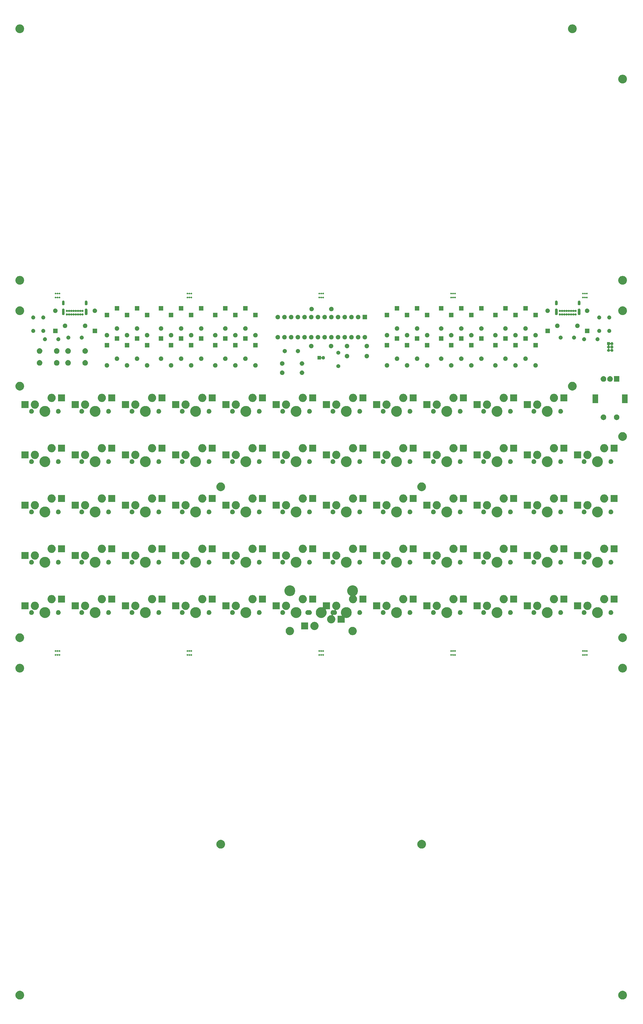
<source format=gbs>
G04 #@! TF.GenerationSoftware,KiCad,Pcbnew,(5.1.5)-3*
G04 #@! TF.CreationDate,2020-11-24T12:45:19-08:00*
G04 #@! TF.ProjectId,framework,6672616d-6577-46f7-926b-2e6b69636164,rev?*
G04 #@! TF.SameCoordinates,Original*
G04 #@! TF.FileFunction,Soldermask,Bot*
G04 #@! TF.FilePolarity,Negative*
%FSLAX46Y46*%
G04 Gerber Fmt 4.6, Leading zero omitted, Abs format (unit mm)*
G04 Created by KiCad (PCBNEW (5.1.5)-3) date 2020-11-24 12:45:19*
%MOMM*%
%LPD*%
G04 APERTURE LIST*
%ADD10C,0.100000*%
G04 APERTURE END LIST*
D10*
G36*
X543300256Y-238516298D02*
G01*
X543406579Y-238537447D01*
X543707042Y-238661903D01*
X543977451Y-238842585D01*
X544207415Y-239072549D01*
X544388097Y-239342958D01*
X544512553Y-239643421D01*
X544576000Y-239962391D01*
X544576000Y-240287609D01*
X544512553Y-240606579D01*
X544388097Y-240907042D01*
X544207415Y-241177451D01*
X543977451Y-241407415D01*
X543707042Y-241588097D01*
X543406579Y-241712553D01*
X543300256Y-241733702D01*
X543087611Y-241776000D01*
X542762389Y-241776000D01*
X542549744Y-241733702D01*
X542443421Y-241712553D01*
X542142958Y-241588097D01*
X541872549Y-241407415D01*
X541642585Y-241177451D01*
X541461903Y-240907042D01*
X541337447Y-240606579D01*
X541274000Y-240287609D01*
X541274000Y-239962391D01*
X541337447Y-239643421D01*
X541461903Y-239342958D01*
X541642585Y-239072549D01*
X541872549Y-238842585D01*
X542142958Y-238661903D01*
X542443421Y-238537447D01*
X542549744Y-238516298D01*
X542762389Y-238474000D01*
X543087611Y-238474000D01*
X543300256Y-238516298D01*
G37*
G36*
X314700256Y-238516298D02*
G01*
X314806579Y-238537447D01*
X315107042Y-238661903D01*
X315377451Y-238842585D01*
X315607415Y-239072549D01*
X315788097Y-239342958D01*
X315912553Y-239643421D01*
X315976000Y-239962391D01*
X315976000Y-240287609D01*
X315912553Y-240606579D01*
X315788097Y-240907042D01*
X315607415Y-241177451D01*
X315377451Y-241407415D01*
X315107042Y-241588097D01*
X314806579Y-241712553D01*
X314700256Y-241733702D01*
X314487611Y-241776000D01*
X314162389Y-241776000D01*
X313949744Y-241733702D01*
X313843421Y-241712553D01*
X313542958Y-241588097D01*
X313272549Y-241407415D01*
X313042585Y-241177451D01*
X312861903Y-240907042D01*
X312737447Y-240606579D01*
X312674000Y-240287609D01*
X312674000Y-239962391D01*
X312737447Y-239643421D01*
X312861903Y-239342958D01*
X313042585Y-239072549D01*
X313272549Y-238842585D01*
X313542958Y-238661903D01*
X313843421Y-238537447D01*
X313949744Y-238516298D01*
X314162389Y-238474000D01*
X314487611Y-238474000D01*
X314700256Y-238516298D01*
G37*
G36*
X467100256Y-181366298D02*
G01*
X467206579Y-181387447D01*
X467507042Y-181511903D01*
X467777451Y-181692585D01*
X468007415Y-181922549D01*
X468188097Y-182192958D01*
X468312553Y-182493421D01*
X468376000Y-182812391D01*
X468376000Y-183137609D01*
X468312553Y-183456579D01*
X468188097Y-183757042D01*
X468007415Y-184027451D01*
X467777451Y-184257415D01*
X467507042Y-184438097D01*
X467206579Y-184562553D01*
X467100256Y-184583702D01*
X466887611Y-184626000D01*
X466562389Y-184626000D01*
X466349744Y-184583702D01*
X466243421Y-184562553D01*
X465942958Y-184438097D01*
X465672549Y-184257415D01*
X465442585Y-184027451D01*
X465261903Y-183757042D01*
X465137447Y-183456579D01*
X465074000Y-183137609D01*
X465074000Y-182812391D01*
X465137447Y-182493421D01*
X465261903Y-182192958D01*
X465442585Y-181922549D01*
X465672549Y-181692585D01*
X465942958Y-181511903D01*
X466243421Y-181387447D01*
X466349744Y-181366298D01*
X466562389Y-181324000D01*
X466887611Y-181324000D01*
X467100256Y-181366298D01*
G37*
G36*
X390900256Y-181366298D02*
G01*
X391006579Y-181387447D01*
X391307042Y-181511903D01*
X391577451Y-181692585D01*
X391807415Y-181922549D01*
X391988097Y-182192958D01*
X392112553Y-182493421D01*
X392176000Y-182812391D01*
X392176000Y-183137609D01*
X392112553Y-183456579D01*
X391988097Y-183757042D01*
X391807415Y-184027451D01*
X391577451Y-184257415D01*
X391307042Y-184438097D01*
X391006579Y-184562553D01*
X390900256Y-184583702D01*
X390687611Y-184626000D01*
X390362389Y-184626000D01*
X390149744Y-184583702D01*
X390043421Y-184562553D01*
X389742958Y-184438097D01*
X389472549Y-184257415D01*
X389242585Y-184027451D01*
X389061903Y-183757042D01*
X388937447Y-183456579D01*
X388874000Y-183137609D01*
X388874000Y-182812391D01*
X388937447Y-182493421D01*
X389061903Y-182192958D01*
X389242585Y-181922549D01*
X389472549Y-181692585D01*
X389742958Y-181511903D01*
X390043421Y-181387447D01*
X390149744Y-181366298D01*
X390362389Y-181324000D01*
X390687611Y-181324000D01*
X390900256Y-181366298D01*
G37*
G36*
X314700256Y-114691298D02*
G01*
X314806579Y-114712447D01*
X315107042Y-114836903D01*
X315377451Y-115017585D01*
X315607415Y-115247549D01*
X315788097Y-115517958D01*
X315912553Y-115818421D01*
X315976000Y-116137391D01*
X315976000Y-116462609D01*
X315912553Y-116781579D01*
X315788097Y-117082042D01*
X315607415Y-117352451D01*
X315377451Y-117582415D01*
X315107042Y-117763097D01*
X314806579Y-117887553D01*
X314700256Y-117908702D01*
X314487611Y-117951000D01*
X314162389Y-117951000D01*
X313949744Y-117908702D01*
X313843421Y-117887553D01*
X313542958Y-117763097D01*
X313272549Y-117582415D01*
X313042585Y-117352451D01*
X312861903Y-117082042D01*
X312737447Y-116781579D01*
X312674000Y-116462609D01*
X312674000Y-116137391D01*
X312737447Y-115818421D01*
X312861903Y-115517958D01*
X313042585Y-115247549D01*
X313272549Y-115017585D01*
X313542958Y-114836903D01*
X313843421Y-114712447D01*
X313949744Y-114691298D01*
X314162389Y-114649000D01*
X314487611Y-114649000D01*
X314700256Y-114691298D01*
G37*
G36*
X543300256Y-114691298D02*
G01*
X543406579Y-114712447D01*
X543707042Y-114836903D01*
X543977451Y-115017585D01*
X544207415Y-115247549D01*
X544388097Y-115517958D01*
X544512553Y-115818421D01*
X544576000Y-116137391D01*
X544576000Y-116462609D01*
X544512553Y-116781579D01*
X544388097Y-117082042D01*
X544207415Y-117352451D01*
X543977451Y-117582415D01*
X543707042Y-117763097D01*
X543406579Y-117887553D01*
X543300256Y-117908702D01*
X543087611Y-117951000D01*
X542762389Y-117951000D01*
X542549744Y-117908702D01*
X542443421Y-117887553D01*
X542142958Y-117763097D01*
X541872549Y-117582415D01*
X541642585Y-117352451D01*
X541461903Y-117082042D01*
X541337447Y-116781579D01*
X541274000Y-116462609D01*
X541274000Y-116137391D01*
X541337447Y-115818421D01*
X541461903Y-115517958D01*
X541642585Y-115247549D01*
X541872549Y-115017585D01*
X542142958Y-114836903D01*
X542443421Y-114712447D01*
X542549744Y-114691298D01*
X542762389Y-114649000D01*
X543087611Y-114649000D01*
X543300256Y-114691298D01*
G37*
G36*
X327962797Y-110998067D02*
G01*
X328017575Y-111020757D01*
X328017577Y-111020758D01*
X328066876Y-111053698D01*
X328108802Y-111095624D01*
X328141742Y-111144923D01*
X328146067Y-111151396D01*
X328161612Y-111170338D01*
X328180554Y-111185883D01*
X328202165Y-111197434D01*
X328225614Y-111204547D01*
X328250000Y-111206949D01*
X328274386Y-111204547D01*
X328297835Y-111197434D01*
X328319446Y-111185883D01*
X328338388Y-111170338D01*
X328353933Y-111151396D01*
X328358258Y-111144923D01*
X328391198Y-111095624D01*
X328433124Y-111053698D01*
X328482423Y-111020758D01*
X328482425Y-111020757D01*
X328537203Y-110998067D01*
X328595353Y-110986500D01*
X328654647Y-110986500D01*
X328712797Y-110998067D01*
X328767575Y-111020757D01*
X328767577Y-111020758D01*
X328816876Y-111053698D01*
X328858802Y-111095624D01*
X328891742Y-111144923D01*
X328896067Y-111151396D01*
X328911612Y-111170338D01*
X328930554Y-111185883D01*
X328952165Y-111197434D01*
X328975614Y-111204547D01*
X329000000Y-111206949D01*
X329024386Y-111204547D01*
X329047835Y-111197434D01*
X329069446Y-111185883D01*
X329088388Y-111170338D01*
X329103933Y-111151396D01*
X329108258Y-111144923D01*
X329141198Y-111095624D01*
X329183124Y-111053698D01*
X329232423Y-111020758D01*
X329232425Y-111020757D01*
X329287203Y-110998067D01*
X329345353Y-110986500D01*
X329404647Y-110986500D01*
X329462797Y-110998067D01*
X329517575Y-111020757D01*
X329517577Y-111020758D01*
X329566876Y-111053698D01*
X329608802Y-111095624D01*
X329641742Y-111144923D01*
X329641743Y-111144925D01*
X329664433Y-111199703D01*
X329676000Y-111257853D01*
X329676000Y-111317147D01*
X329664433Y-111375297D01*
X329644423Y-111423604D01*
X329641742Y-111430077D01*
X329608802Y-111479376D01*
X329566876Y-111521302D01*
X329517577Y-111554242D01*
X329517576Y-111554243D01*
X329517575Y-111554243D01*
X329462797Y-111576933D01*
X329404647Y-111588500D01*
X329345353Y-111588500D01*
X329287203Y-111576933D01*
X329232425Y-111554243D01*
X329232424Y-111554243D01*
X329232423Y-111554242D01*
X329183124Y-111521302D01*
X329141198Y-111479376D01*
X329108258Y-111430077D01*
X329108257Y-111430075D01*
X329103933Y-111423604D01*
X329088388Y-111404662D01*
X329069446Y-111389117D01*
X329047835Y-111377566D01*
X329024386Y-111370453D01*
X329000000Y-111368051D01*
X328975614Y-111370453D01*
X328952165Y-111377566D01*
X328930554Y-111389117D01*
X328911612Y-111404662D01*
X328896067Y-111423604D01*
X328891743Y-111430075D01*
X328891742Y-111430077D01*
X328858802Y-111479376D01*
X328816876Y-111521302D01*
X328767577Y-111554242D01*
X328767576Y-111554243D01*
X328767575Y-111554243D01*
X328712797Y-111576933D01*
X328654647Y-111588500D01*
X328595353Y-111588500D01*
X328537203Y-111576933D01*
X328482425Y-111554243D01*
X328482424Y-111554243D01*
X328482423Y-111554242D01*
X328433124Y-111521302D01*
X328391198Y-111479376D01*
X328358258Y-111430077D01*
X328358257Y-111430075D01*
X328353933Y-111423604D01*
X328338388Y-111404662D01*
X328319446Y-111389117D01*
X328297835Y-111377566D01*
X328274386Y-111370453D01*
X328250000Y-111368051D01*
X328225614Y-111370453D01*
X328202165Y-111377566D01*
X328180554Y-111389117D01*
X328161612Y-111404662D01*
X328146067Y-111423604D01*
X328141743Y-111430075D01*
X328141742Y-111430077D01*
X328108802Y-111479376D01*
X328066876Y-111521302D01*
X328017577Y-111554242D01*
X328017576Y-111554243D01*
X328017575Y-111554243D01*
X327962797Y-111576933D01*
X327904647Y-111588500D01*
X327845353Y-111588500D01*
X327787203Y-111576933D01*
X327732425Y-111554243D01*
X327732424Y-111554243D01*
X327732423Y-111554242D01*
X327683124Y-111521302D01*
X327641198Y-111479376D01*
X327608258Y-111430077D01*
X327605577Y-111423604D01*
X327585567Y-111375297D01*
X327574000Y-111317147D01*
X327574000Y-111257853D01*
X327585567Y-111199703D01*
X327608257Y-111144925D01*
X327608258Y-111144923D01*
X327641198Y-111095624D01*
X327683124Y-111053698D01*
X327732423Y-111020758D01*
X327732425Y-111020757D01*
X327787203Y-110998067D01*
X327845353Y-110986500D01*
X327904647Y-110986500D01*
X327962797Y-110998067D01*
G37*
G36*
X377962797Y-110998067D02*
G01*
X378017575Y-111020757D01*
X378017577Y-111020758D01*
X378066876Y-111053698D01*
X378108802Y-111095624D01*
X378141742Y-111144923D01*
X378146067Y-111151396D01*
X378161612Y-111170338D01*
X378180554Y-111185883D01*
X378202165Y-111197434D01*
X378225614Y-111204547D01*
X378250000Y-111206949D01*
X378274386Y-111204547D01*
X378297835Y-111197434D01*
X378319446Y-111185883D01*
X378338388Y-111170338D01*
X378353933Y-111151396D01*
X378358258Y-111144923D01*
X378391198Y-111095624D01*
X378433124Y-111053698D01*
X378482423Y-111020758D01*
X378482425Y-111020757D01*
X378537203Y-110998067D01*
X378595353Y-110986500D01*
X378654647Y-110986500D01*
X378712797Y-110998067D01*
X378767575Y-111020757D01*
X378767577Y-111020758D01*
X378816876Y-111053698D01*
X378858802Y-111095624D01*
X378891742Y-111144923D01*
X378896067Y-111151396D01*
X378911612Y-111170338D01*
X378930554Y-111185883D01*
X378952165Y-111197434D01*
X378975614Y-111204547D01*
X379000000Y-111206949D01*
X379024386Y-111204547D01*
X379047835Y-111197434D01*
X379069446Y-111185883D01*
X379088388Y-111170338D01*
X379103933Y-111151396D01*
X379108258Y-111144923D01*
X379141198Y-111095624D01*
X379183124Y-111053698D01*
X379232423Y-111020758D01*
X379232425Y-111020757D01*
X379287203Y-110998067D01*
X379345353Y-110986500D01*
X379404647Y-110986500D01*
X379462797Y-110998067D01*
X379517575Y-111020757D01*
X379517577Y-111020758D01*
X379566876Y-111053698D01*
X379608802Y-111095624D01*
X379641742Y-111144923D01*
X379641743Y-111144925D01*
X379664433Y-111199703D01*
X379676000Y-111257853D01*
X379676000Y-111317147D01*
X379664433Y-111375297D01*
X379644423Y-111423604D01*
X379641742Y-111430077D01*
X379608802Y-111479376D01*
X379566876Y-111521302D01*
X379517577Y-111554242D01*
X379517576Y-111554243D01*
X379517575Y-111554243D01*
X379462797Y-111576933D01*
X379404647Y-111588500D01*
X379345353Y-111588500D01*
X379287203Y-111576933D01*
X379232425Y-111554243D01*
X379232424Y-111554243D01*
X379232423Y-111554242D01*
X379183124Y-111521302D01*
X379141198Y-111479376D01*
X379108258Y-111430077D01*
X379108257Y-111430075D01*
X379103933Y-111423604D01*
X379088388Y-111404662D01*
X379069446Y-111389117D01*
X379047835Y-111377566D01*
X379024386Y-111370453D01*
X379000000Y-111368051D01*
X378975614Y-111370453D01*
X378952165Y-111377566D01*
X378930554Y-111389117D01*
X378911612Y-111404662D01*
X378896067Y-111423604D01*
X378891743Y-111430075D01*
X378891742Y-111430077D01*
X378858802Y-111479376D01*
X378816876Y-111521302D01*
X378767577Y-111554242D01*
X378767576Y-111554243D01*
X378767575Y-111554243D01*
X378712797Y-111576933D01*
X378654647Y-111588500D01*
X378595353Y-111588500D01*
X378537203Y-111576933D01*
X378482425Y-111554243D01*
X378482424Y-111554243D01*
X378482423Y-111554242D01*
X378433124Y-111521302D01*
X378391198Y-111479376D01*
X378358258Y-111430077D01*
X378358257Y-111430075D01*
X378353933Y-111423604D01*
X378338388Y-111404662D01*
X378319446Y-111389117D01*
X378297835Y-111377566D01*
X378274386Y-111370453D01*
X378250000Y-111368051D01*
X378225614Y-111370453D01*
X378202165Y-111377566D01*
X378180554Y-111389117D01*
X378161612Y-111404662D01*
X378146067Y-111423604D01*
X378141743Y-111430075D01*
X378141742Y-111430077D01*
X378108802Y-111479376D01*
X378066876Y-111521302D01*
X378017577Y-111554242D01*
X378017576Y-111554243D01*
X378017575Y-111554243D01*
X377962797Y-111576933D01*
X377904647Y-111588500D01*
X377845353Y-111588500D01*
X377787203Y-111576933D01*
X377732425Y-111554243D01*
X377732424Y-111554243D01*
X377732423Y-111554242D01*
X377683124Y-111521302D01*
X377641198Y-111479376D01*
X377608258Y-111430077D01*
X377605577Y-111423604D01*
X377585567Y-111375297D01*
X377574000Y-111317147D01*
X377574000Y-111257853D01*
X377585567Y-111199703D01*
X377608257Y-111144925D01*
X377608258Y-111144923D01*
X377641198Y-111095624D01*
X377683124Y-111053698D01*
X377732423Y-111020758D01*
X377732425Y-111020757D01*
X377787203Y-110998067D01*
X377845353Y-110986500D01*
X377904647Y-110986500D01*
X377962797Y-110998067D01*
G37*
G36*
X427962797Y-110998067D02*
G01*
X428017575Y-111020757D01*
X428017577Y-111020758D01*
X428066876Y-111053698D01*
X428108802Y-111095624D01*
X428141742Y-111144923D01*
X428146067Y-111151396D01*
X428161612Y-111170338D01*
X428180554Y-111185883D01*
X428202165Y-111197434D01*
X428225614Y-111204547D01*
X428250000Y-111206949D01*
X428274386Y-111204547D01*
X428297835Y-111197434D01*
X428319446Y-111185883D01*
X428338388Y-111170338D01*
X428353933Y-111151396D01*
X428358258Y-111144923D01*
X428391198Y-111095624D01*
X428433124Y-111053698D01*
X428482423Y-111020758D01*
X428482425Y-111020757D01*
X428537203Y-110998067D01*
X428595353Y-110986500D01*
X428654647Y-110986500D01*
X428712797Y-110998067D01*
X428767575Y-111020757D01*
X428767577Y-111020758D01*
X428816876Y-111053698D01*
X428858802Y-111095624D01*
X428891742Y-111144923D01*
X428896067Y-111151396D01*
X428911612Y-111170338D01*
X428930554Y-111185883D01*
X428952165Y-111197434D01*
X428975614Y-111204547D01*
X429000000Y-111206949D01*
X429024386Y-111204547D01*
X429047835Y-111197434D01*
X429069446Y-111185883D01*
X429088388Y-111170338D01*
X429103933Y-111151396D01*
X429108258Y-111144923D01*
X429141198Y-111095624D01*
X429183124Y-111053698D01*
X429232423Y-111020758D01*
X429232425Y-111020757D01*
X429287203Y-110998067D01*
X429345353Y-110986500D01*
X429404647Y-110986500D01*
X429462797Y-110998067D01*
X429517575Y-111020757D01*
X429517577Y-111020758D01*
X429566876Y-111053698D01*
X429608802Y-111095624D01*
X429641742Y-111144923D01*
X429641743Y-111144925D01*
X429664433Y-111199703D01*
X429676000Y-111257853D01*
X429676000Y-111317147D01*
X429664433Y-111375297D01*
X429644423Y-111423604D01*
X429641742Y-111430077D01*
X429608802Y-111479376D01*
X429566876Y-111521302D01*
X429517577Y-111554242D01*
X429517576Y-111554243D01*
X429517575Y-111554243D01*
X429462797Y-111576933D01*
X429404647Y-111588500D01*
X429345353Y-111588500D01*
X429287203Y-111576933D01*
X429232425Y-111554243D01*
X429232424Y-111554243D01*
X429232423Y-111554242D01*
X429183124Y-111521302D01*
X429141198Y-111479376D01*
X429108258Y-111430077D01*
X429108257Y-111430075D01*
X429103933Y-111423604D01*
X429088388Y-111404662D01*
X429069446Y-111389117D01*
X429047835Y-111377566D01*
X429024386Y-111370453D01*
X429000000Y-111368051D01*
X428975614Y-111370453D01*
X428952165Y-111377566D01*
X428930554Y-111389117D01*
X428911612Y-111404662D01*
X428896067Y-111423604D01*
X428891743Y-111430075D01*
X428891742Y-111430077D01*
X428858802Y-111479376D01*
X428816876Y-111521302D01*
X428767577Y-111554242D01*
X428767576Y-111554243D01*
X428767575Y-111554243D01*
X428712797Y-111576933D01*
X428654647Y-111588500D01*
X428595353Y-111588500D01*
X428537203Y-111576933D01*
X428482425Y-111554243D01*
X428482424Y-111554243D01*
X428482423Y-111554242D01*
X428433124Y-111521302D01*
X428391198Y-111479376D01*
X428358258Y-111430077D01*
X428358257Y-111430075D01*
X428353933Y-111423604D01*
X428338388Y-111404662D01*
X428319446Y-111389117D01*
X428297835Y-111377566D01*
X428274386Y-111370453D01*
X428250000Y-111368051D01*
X428225614Y-111370453D01*
X428202165Y-111377566D01*
X428180554Y-111389117D01*
X428161612Y-111404662D01*
X428146067Y-111423604D01*
X428141743Y-111430075D01*
X428141742Y-111430077D01*
X428108802Y-111479376D01*
X428066876Y-111521302D01*
X428017577Y-111554242D01*
X428017576Y-111554243D01*
X428017575Y-111554243D01*
X427962797Y-111576933D01*
X427904647Y-111588500D01*
X427845353Y-111588500D01*
X427787203Y-111576933D01*
X427732425Y-111554243D01*
X427732424Y-111554243D01*
X427732423Y-111554242D01*
X427683124Y-111521302D01*
X427641198Y-111479376D01*
X427608258Y-111430077D01*
X427605577Y-111423604D01*
X427585567Y-111375297D01*
X427574000Y-111317147D01*
X427574000Y-111257853D01*
X427585567Y-111199703D01*
X427608257Y-111144925D01*
X427608258Y-111144923D01*
X427641198Y-111095624D01*
X427683124Y-111053698D01*
X427732423Y-111020758D01*
X427732425Y-111020757D01*
X427787203Y-110998067D01*
X427845353Y-110986500D01*
X427904647Y-110986500D01*
X427962797Y-110998067D01*
G37*
G36*
X477962797Y-110998067D02*
G01*
X478017575Y-111020757D01*
X478017577Y-111020758D01*
X478066876Y-111053698D01*
X478108802Y-111095624D01*
X478141742Y-111144923D01*
X478146067Y-111151396D01*
X478161612Y-111170338D01*
X478180554Y-111185883D01*
X478202165Y-111197434D01*
X478225614Y-111204547D01*
X478250000Y-111206949D01*
X478274386Y-111204547D01*
X478297835Y-111197434D01*
X478319446Y-111185883D01*
X478338388Y-111170338D01*
X478353933Y-111151396D01*
X478358258Y-111144923D01*
X478391198Y-111095624D01*
X478433124Y-111053698D01*
X478482423Y-111020758D01*
X478482425Y-111020757D01*
X478537203Y-110998067D01*
X478595353Y-110986500D01*
X478654647Y-110986500D01*
X478712797Y-110998067D01*
X478767575Y-111020757D01*
X478767577Y-111020758D01*
X478816876Y-111053698D01*
X478858802Y-111095624D01*
X478891742Y-111144923D01*
X478896067Y-111151396D01*
X478911612Y-111170338D01*
X478930554Y-111185883D01*
X478952165Y-111197434D01*
X478975614Y-111204547D01*
X479000000Y-111206949D01*
X479024386Y-111204547D01*
X479047835Y-111197434D01*
X479069446Y-111185883D01*
X479088388Y-111170338D01*
X479103933Y-111151396D01*
X479108258Y-111144923D01*
X479141198Y-111095624D01*
X479183124Y-111053698D01*
X479232423Y-111020758D01*
X479232425Y-111020757D01*
X479287203Y-110998067D01*
X479345353Y-110986500D01*
X479404647Y-110986500D01*
X479462797Y-110998067D01*
X479517575Y-111020757D01*
X479517577Y-111020758D01*
X479566876Y-111053698D01*
X479608802Y-111095624D01*
X479641742Y-111144923D01*
X479641743Y-111144925D01*
X479664433Y-111199703D01*
X479676000Y-111257853D01*
X479676000Y-111317147D01*
X479664433Y-111375297D01*
X479644423Y-111423604D01*
X479641742Y-111430077D01*
X479608802Y-111479376D01*
X479566876Y-111521302D01*
X479517577Y-111554242D01*
X479517576Y-111554243D01*
X479517575Y-111554243D01*
X479462797Y-111576933D01*
X479404647Y-111588500D01*
X479345353Y-111588500D01*
X479287203Y-111576933D01*
X479232425Y-111554243D01*
X479232424Y-111554243D01*
X479232423Y-111554242D01*
X479183124Y-111521302D01*
X479141198Y-111479376D01*
X479108258Y-111430077D01*
X479108257Y-111430075D01*
X479103933Y-111423604D01*
X479088388Y-111404662D01*
X479069446Y-111389117D01*
X479047835Y-111377566D01*
X479024386Y-111370453D01*
X479000000Y-111368051D01*
X478975614Y-111370453D01*
X478952165Y-111377566D01*
X478930554Y-111389117D01*
X478911612Y-111404662D01*
X478896067Y-111423604D01*
X478891743Y-111430075D01*
X478891742Y-111430077D01*
X478858802Y-111479376D01*
X478816876Y-111521302D01*
X478767577Y-111554242D01*
X478767576Y-111554243D01*
X478767575Y-111554243D01*
X478712797Y-111576933D01*
X478654647Y-111588500D01*
X478595353Y-111588500D01*
X478537203Y-111576933D01*
X478482425Y-111554243D01*
X478482424Y-111554243D01*
X478482423Y-111554242D01*
X478433124Y-111521302D01*
X478391198Y-111479376D01*
X478358258Y-111430077D01*
X478358257Y-111430075D01*
X478353933Y-111423604D01*
X478338388Y-111404662D01*
X478319446Y-111389117D01*
X478297835Y-111377566D01*
X478274386Y-111370453D01*
X478250000Y-111368051D01*
X478225614Y-111370453D01*
X478202165Y-111377566D01*
X478180554Y-111389117D01*
X478161612Y-111404662D01*
X478146067Y-111423604D01*
X478141743Y-111430075D01*
X478141742Y-111430077D01*
X478108802Y-111479376D01*
X478066876Y-111521302D01*
X478017577Y-111554242D01*
X478017576Y-111554243D01*
X478017575Y-111554243D01*
X477962797Y-111576933D01*
X477904647Y-111588500D01*
X477845353Y-111588500D01*
X477787203Y-111576933D01*
X477732425Y-111554243D01*
X477732424Y-111554243D01*
X477732423Y-111554242D01*
X477683124Y-111521302D01*
X477641198Y-111479376D01*
X477608258Y-111430077D01*
X477605577Y-111423604D01*
X477585567Y-111375297D01*
X477574000Y-111317147D01*
X477574000Y-111257853D01*
X477585567Y-111199703D01*
X477608257Y-111144925D01*
X477608258Y-111144923D01*
X477641198Y-111095624D01*
X477683124Y-111053698D01*
X477732423Y-111020758D01*
X477732425Y-111020757D01*
X477787203Y-110998067D01*
X477845353Y-110986500D01*
X477904647Y-110986500D01*
X477962797Y-110998067D01*
G37*
G36*
X527962797Y-110998067D02*
G01*
X528017575Y-111020757D01*
X528017577Y-111020758D01*
X528066876Y-111053698D01*
X528108802Y-111095624D01*
X528141742Y-111144923D01*
X528146067Y-111151396D01*
X528161612Y-111170338D01*
X528180554Y-111185883D01*
X528202165Y-111197434D01*
X528225614Y-111204547D01*
X528250000Y-111206949D01*
X528274386Y-111204547D01*
X528297835Y-111197434D01*
X528319446Y-111185883D01*
X528338388Y-111170338D01*
X528353933Y-111151396D01*
X528358258Y-111144923D01*
X528391198Y-111095624D01*
X528433124Y-111053698D01*
X528482423Y-111020758D01*
X528482425Y-111020757D01*
X528537203Y-110998067D01*
X528595353Y-110986500D01*
X528654647Y-110986500D01*
X528712797Y-110998067D01*
X528767575Y-111020757D01*
X528767577Y-111020758D01*
X528816876Y-111053698D01*
X528858802Y-111095624D01*
X528891742Y-111144923D01*
X528896067Y-111151396D01*
X528911612Y-111170338D01*
X528930554Y-111185883D01*
X528952165Y-111197434D01*
X528975614Y-111204547D01*
X529000000Y-111206949D01*
X529024386Y-111204547D01*
X529047835Y-111197434D01*
X529069446Y-111185883D01*
X529088388Y-111170338D01*
X529103933Y-111151396D01*
X529108258Y-111144923D01*
X529141198Y-111095624D01*
X529183124Y-111053698D01*
X529232423Y-111020758D01*
X529232425Y-111020757D01*
X529287203Y-110998067D01*
X529345353Y-110986500D01*
X529404647Y-110986500D01*
X529462797Y-110998067D01*
X529517575Y-111020757D01*
X529517577Y-111020758D01*
X529566876Y-111053698D01*
X529608802Y-111095624D01*
X529641742Y-111144923D01*
X529641743Y-111144925D01*
X529664433Y-111199703D01*
X529676000Y-111257853D01*
X529676000Y-111317147D01*
X529664433Y-111375297D01*
X529644423Y-111423604D01*
X529641742Y-111430077D01*
X529608802Y-111479376D01*
X529566876Y-111521302D01*
X529517577Y-111554242D01*
X529517576Y-111554243D01*
X529517575Y-111554243D01*
X529462797Y-111576933D01*
X529404647Y-111588500D01*
X529345353Y-111588500D01*
X529287203Y-111576933D01*
X529232425Y-111554243D01*
X529232424Y-111554243D01*
X529232423Y-111554242D01*
X529183124Y-111521302D01*
X529141198Y-111479376D01*
X529108258Y-111430077D01*
X529108257Y-111430075D01*
X529103933Y-111423604D01*
X529088388Y-111404662D01*
X529069446Y-111389117D01*
X529047835Y-111377566D01*
X529024386Y-111370453D01*
X529000000Y-111368051D01*
X528975614Y-111370453D01*
X528952165Y-111377566D01*
X528930554Y-111389117D01*
X528911612Y-111404662D01*
X528896067Y-111423604D01*
X528891743Y-111430075D01*
X528891742Y-111430077D01*
X528858802Y-111479376D01*
X528816876Y-111521302D01*
X528767577Y-111554242D01*
X528767576Y-111554243D01*
X528767575Y-111554243D01*
X528712797Y-111576933D01*
X528654647Y-111588500D01*
X528595353Y-111588500D01*
X528537203Y-111576933D01*
X528482425Y-111554243D01*
X528482424Y-111554243D01*
X528482423Y-111554242D01*
X528433124Y-111521302D01*
X528391198Y-111479376D01*
X528358258Y-111430077D01*
X528358257Y-111430075D01*
X528353933Y-111423604D01*
X528338388Y-111404662D01*
X528319446Y-111389117D01*
X528297835Y-111377566D01*
X528274386Y-111370453D01*
X528250000Y-111368051D01*
X528225614Y-111370453D01*
X528202165Y-111377566D01*
X528180554Y-111389117D01*
X528161612Y-111404662D01*
X528146067Y-111423604D01*
X528141743Y-111430075D01*
X528141742Y-111430077D01*
X528108802Y-111479376D01*
X528066876Y-111521302D01*
X528017577Y-111554242D01*
X528017576Y-111554243D01*
X528017575Y-111554243D01*
X527962797Y-111576933D01*
X527904647Y-111588500D01*
X527845353Y-111588500D01*
X527787203Y-111576933D01*
X527732425Y-111554243D01*
X527732424Y-111554243D01*
X527732423Y-111554242D01*
X527683124Y-111521302D01*
X527641198Y-111479376D01*
X527608258Y-111430077D01*
X527605577Y-111423604D01*
X527585567Y-111375297D01*
X527574000Y-111317147D01*
X527574000Y-111257853D01*
X527585567Y-111199703D01*
X527608257Y-111144925D01*
X527608258Y-111144923D01*
X527641198Y-111095624D01*
X527683124Y-111053698D01*
X527732423Y-111020758D01*
X527732425Y-111020757D01*
X527787203Y-110998067D01*
X527845353Y-110986500D01*
X527904647Y-110986500D01*
X527962797Y-110998067D01*
G37*
G36*
X377962797Y-109498067D02*
G01*
X378017575Y-109520757D01*
X378017577Y-109520758D01*
X378066876Y-109553698D01*
X378108802Y-109595624D01*
X378141742Y-109644923D01*
X378146067Y-109651396D01*
X378161612Y-109670338D01*
X378180554Y-109685883D01*
X378202165Y-109697434D01*
X378225614Y-109704547D01*
X378250000Y-109706949D01*
X378274386Y-109704547D01*
X378297835Y-109697434D01*
X378319446Y-109685883D01*
X378338388Y-109670338D01*
X378353933Y-109651396D01*
X378358258Y-109644923D01*
X378391198Y-109595624D01*
X378433124Y-109553698D01*
X378482423Y-109520758D01*
X378482425Y-109520757D01*
X378537203Y-109498067D01*
X378595353Y-109486500D01*
X378654647Y-109486500D01*
X378712797Y-109498067D01*
X378767575Y-109520757D01*
X378767577Y-109520758D01*
X378816876Y-109553698D01*
X378858802Y-109595624D01*
X378891742Y-109644923D01*
X378896067Y-109651396D01*
X378911612Y-109670338D01*
X378930554Y-109685883D01*
X378952165Y-109697434D01*
X378975614Y-109704547D01*
X379000000Y-109706949D01*
X379024386Y-109704547D01*
X379047835Y-109697434D01*
X379069446Y-109685883D01*
X379088388Y-109670338D01*
X379103933Y-109651396D01*
X379108258Y-109644923D01*
X379141198Y-109595624D01*
X379183124Y-109553698D01*
X379232423Y-109520758D01*
X379232425Y-109520757D01*
X379287203Y-109498067D01*
X379345353Y-109486500D01*
X379404647Y-109486500D01*
X379462797Y-109498067D01*
X379517575Y-109520757D01*
X379517577Y-109520758D01*
X379566876Y-109553698D01*
X379608802Y-109595624D01*
X379641742Y-109644923D01*
X379641743Y-109644925D01*
X379664433Y-109699703D01*
X379676000Y-109757853D01*
X379676000Y-109817147D01*
X379664433Y-109875297D01*
X379644423Y-109923604D01*
X379641742Y-109930077D01*
X379608802Y-109979376D01*
X379566876Y-110021302D01*
X379517577Y-110054242D01*
X379517576Y-110054243D01*
X379517575Y-110054243D01*
X379462797Y-110076933D01*
X379404647Y-110088500D01*
X379345353Y-110088500D01*
X379287203Y-110076933D01*
X379232425Y-110054243D01*
X379232424Y-110054243D01*
X379232423Y-110054242D01*
X379183124Y-110021302D01*
X379141198Y-109979376D01*
X379108258Y-109930077D01*
X379108257Y-109930075D01*
X379103933Y-109923604D01*
X379088388Y-109904662D01*
X379069446Y-109889117D01*
X379047835Y-109877566D01*
X379024386Y-109870453D01*
X379000000Y-109868051D01*
X378975614Y-109870453D01*
X378952165Y-109877566D01*
X378930554Y-109889117D01*
X378911612Y-109904662D01*
X378896067Y-109923604D01*
X378891743Y-109930075D01*
X378891742Y-109930077D01*
X378858802Y-109979376D01*
X378816876Y-110021302D01*
X378767577Y-110054242D01*
X378767576Y-110054243D01*
X378767575Y-110054243D01*
X378712797Y-110076933D01*
X378654647Y-110088500D01*
X378595353Y-110088500D01*
X378537203Y-110076933D01*
X378482425Y-110054243D01*
X378482424Y-110054243D01*
X378482423Y-110054242D01*
X378433124Y-110021302D01*
X378391198Y-109979376D01*
X378358258Y-109930077D01*
X378358257Y-109930075D01*
X378353933Y-109923604D01*
X378338388Y-109904662D01*
X378319446Y-109889117D01*
X378297835Y-109877566D01*
X378274386Y-109870453D01*
X378250000Y-109868051D01*
X378225614Y-109870453D01*
X378202165Y-109877566D01*
X378180554Y-109889117D01*
X378161612Y-109904662D01*
X378146067Y-109923604D01*
X378141743Y-109930075D01*
X378141742Y-109930077D01*
X378108802Y-109979376D01*
X378066876Y-110021302D01*
X378017577Y-110054242D01*
X378017576Y-110054243D01*
X378017575Y-110054243D01*
X377962797Y-110076933D01*
X377904647Y-110088500D01*
X377845353Y-110088500D01*
X377787203Y-110076933D01*
X377732425Y-110054243D01*
X377732424Y-110054243D01*
X377732423Y-110054242D01*
X377683124Y-110021302D01*
X377641198Y-109979376D01*
X377608258Y-109930077D01*
X377605577Y-109923604D01*
X377585567Y-109875297D01*
X377574000Y-109817147D01*
X377574000Y-109757853D01*
X377585567Y-109699703D01*
X377608257Y-109644925D01*
X377608258Y-109644923D01*
X377641198Y-109595624D01*
X377683124Y-109553698D01*
X377732423Y-109520758D01*
X377732425Y-109520757D01*
X377787203Y-109498067D01*
X377845353Y-109486500D01*
X377904647Y-109486500D01*
X377962797Y-109498067D01*
G37*
G36*
X527962797Y-109498067D02*
G01*
X528017575Y-109520757D01*
X528017577Y-109520758D01*
X528066876Y-109553698D01*
X528108802Y-109595624D01*
X528141742Y-109644923D01*
X528146067Y-109651396D01*
X528161612Y-109670338D01*
X528180554Y-109685883D01*
X528202165Y-109697434D01*
X528225614Y-109704547D01*
X528250000Y-109706949D01*
X528274386Y-109704547D01*
X528297835Y-109697434D01*
X528319446Y-109685883D01*
X528338388Y-109670338D01*
X528353933Y-109651396D01*
X528358258Y-109644923D01*
X528391198Y-109595624D01*
X528433124Y-109553698D01*
X528482423Y-109520758D01*
X528482425Y-109520757D01*
X528537203Y-109498067D01*
X528595353Y-109486500D01*
X528654647Y-109486500D01*
X528712797Y-109498067D01*
X528767575Y-109520757D01*
X528767577Y-109520758D01*
X528816876Y-109553698D01*
X528858802Y-109595624D01*
X528891742Y-109644923D01*
X528896067Y-109651396D01*
X528911612Y-109670338D01*
X528930554Y-109685883D01*
X528952165Y-109697434D01*
X528975614Y-109704547D01*
X529000000Y-109706949D01*
X529024386Y-109704547D01*
X529047835Y-109697434D01*
X529069446Y-109685883D01*
X529088388Y-109670338D01*
X529103933Y-109651396D01*
X529108258Y-109644923D01*
X529141198Y-109595624D01*
X529183124Y-109553698D01*
X529232423Y-109520758D01*
X529232425Y-109520757D01*
X529287203Y-109498067D01*
X529345353Y-109486500D01*
X529404647Y-109486500D01*
X529462797Y-109498067D01*
X529517575Y-109520757D01*
X529517577Y-109520758D01*
X529566876Y-109553698D01*
X529608802Y-109595624D01*
X529641742Y-109644923D01*
X529641743Y-109644925D01*
X529664433Y-109699703D01*
X529676000Y-109757853D01*
X529676000Y-109817147D01*
X529664433Y-109875297D01*
X529644423Y-109923604D01*
X529641742Y-109930077D01*
X529608802Y-109979376D01*
X529566876Y-110021302D01*
X529517577Y-110054242D01*
X529517576Y-110054243D01*
X529517575Y-110054243D01*
X529462797Y-110076933D01*
X529404647Y-110088500D01*
X529345353Y-110088500D01*
X529287203Y-110076933D01*
X529232425Y-110054243D01*
X529232424Y-110054243D01*
X529232423Y-110054242D01*
X529183124Y-110021302D01*
X529141198Y-109979376D01*
X529108258Y-109930077D01*
X529108257Y-109930075D01*
X529103933Y-109923604D01*
X529088388Y-109904662D01*
X529069446Y-109889117D01*
X529047835Y-109877566D01*
X529024386Y-109870453D01*
X529000000Y-109868051D01*
X528975614Y-109870453D01*
X528952165Y-109877566D01*
X528930554Y-109889117D01*
X528911612Y-109904662D01*
X528896067Y-109923604D01*
X528891743Y-109930075D01*
X528891742Y-109930077D01*
X528858802Y-109979376D01*
X528816876Y-110021302D01*
X528767577Y-110054242D01*
X528767576Y-110054243D01*
X528767575Y-110054243D01*
X528712797Y-110076933D01*
X528654647Y-110088500D01*
X528595353Y-110088500D01*
X528537203Y-110076933D01*
X528482425Y-110054243D01*
X528482424Y-110054243D01*
X528482423Y-110054242D01*
X528433124Y-110021302D01*
X528391198Y-109979376D01*
X528358258Y-109930077D01*
X528358257Y-109930075D01*
X528353933Y-109923604D01*
X528338388Y-109904662D01*
X528319446Y-109889117D01*
X528297835Y-109877566D01*
X528274386Y-109870453D01*
X528250000Y-109868051D01*
X528225614Y-109870453D01*
X528202165Y-109877566D01*
X528180554Y-109889117D01*
X528161612Y-109904662D01*
X528146067Y-109923604D01*
X528141743Y-109930075D01*
X528141742Y-109930077D01*
X528108802Y-109979376D01*
X528066876Y-110021302D01*
X528017577Y-110054242D01*
X528017576Y-110054243D01*
X528017575Y-110054243D01*
X527962797Y-110076933D01*
X527904647Y-110088500D01*
X527845353Y-110088500D01*
X527787203Y-110076933D01*
X527732425Y-110054243D01*
X527732424Y-110054243D01*
X527732423Y-110054242D01*
X527683124Y-110021302D01*
X527641198Y-109979376D01*
X527608258Y-109930077D01*
X527605577Y-109923604D01*
X527585567Y-109875297D01*
X527574000Y-109817147D01*
X527574000Y-109757853D01*
X527585567Y-109699703D01*
X527608257Y-109644925D01*
X527608258Y-109644923D01*
X527641198Y-109595624D01*
X527683124Y-109553698D01*
X527732423Y-109520758D01*
X527732425Y-109520757D01*
X527787203Y-109498067D01*
X527845353Y-109486500D01*
X527904647Y-109486500D01*
X527962797Y-109498067D01*
G37*
G36*
X327962797Y-109498067D02*
G01*
X328017575Y-109520757D01*
X328017577Y-109520758D01*
X328066876Y-109553698D01*
X328108802Y-109595624D01*
X328141742Y-109644923D01*
X328146067Y-109651396D01*
X328161612Y-109670338D01*
X328180554Y-109685883D01*
X328202165Y-109697434D01*
X328225614Y-109704547D01*
X328250000Y-109706949D01*
X328274386Y-109704547D01*
X328297835Y-109697434D01*
X328319446Y-109685883D01*
X328338388Y-109670338D01*
X328353933Y-109651396D01*
X328358258Y-109644923D01*
X328391198Y-109595624D01*
X328433124Y-109553698D01*
X328482423Y-109520758D01*
X328482425Y-109520757D01*
X328537203Y-109498067D01*
X328595353Y-109486500D01*
X328654647Y-109486500D01*
X328712797Y-109498067D01*
X328767575Y-109520757D01*
X328767577Y-109520758D01*
X328816876Y-109553698D01*
X328858802Y-109595624D01*
X328891742Y-109644923D01*
X328896067Y-109651396D01*
X328911612Y-109670338D01*
X328930554Y-109685883D01*
X328952165Y-109697434D01*
X328975614Y-109704547D01*
X329000000Y-109706949D01*
X329024386Y-109704547D01*
X329047835Y-109697434D01*
X329069446Y-109685883D01*
X329088388Y-109670338D01*
X329103933Y-109651396D01*
X329108258Y-109644923D01*
X329141198Y-109595624D01*
X329183124Y-109553698D01*
X329232423Y-109520758D01*
X329232425Y-109520757D01*
X329287203Y-109498067D01*
X329345353Y-109486500D01*
X329404647Y-109486500D01*
X329462797Y-109498067D01*
X329517575Y-109520757D01*
X329517577Y-109520758D01*
X329566876Y-109553698D01*
X329608802Y-109595624D01*
X329641742Y-109644923D01*
X329641743Y-109644925D01*
X329664433Y-109699703D01*
X329676000Y-109757853D01*
X329676000Y-109817147D01*
X329664433Y-109875297D01*
X329644423Y-109923604D01*
X329641742Y-109930077D01*
X329608802Y-109979376D01*
X329566876Y-110021302D01*
X329517577Y-110054242D01*
X329517576Y-110054243D01*
X329517575Y-110054243D01*
X329462797Y-110076933D01*
X329404647Y-110088500D01*
X329345353Y-110088500D01*
X329287203Y-110076933D01*
X329232425Y-110054243D01*
X329232424Y-110054243D01*
X329232423Y-110054242D01*
X329183124Y-110021302D01*
X329141198Y-109979376D01*
X329108258Y-109930077D01*
X329108257Y-109930075D01*
X329103933Y-109923604D01*
X329088388Y-109904662D01*
X329069446Y-109889117D01*
X329047835Y-109877566D01*
X329024386Y-109870453D01*
X329000000Y-109868051D01*
X328975614Y-109870453D01*
X328952165Y-109877566D01*
X328930554Y-109889117D01*
X328911612Y-109904662D01*
X328896067Y-109923604D01*
X328891743Y-109930075D01*
X328891742Y-109930077D01*
X328858802Y-109979376D01*
X328816876Y-110021302D01*
X328767577Y-110054242D01*
X328767576Y-110054243D01*
X328767575Y-110054243D01*
X328712797Y-110076933D01*
X328654647Y-110088500D01*
X328595353Y-110088500D01*
X328537203Y-110076933D01*
X328482425Y-110054243D01*
X328482424Y-110054243D01*
X328482423Y-110054242D01*
X328433124Y-110021302D01*
X328391198Y-109979376D01*
X328358258Y-109930077D01*
X328358257Y-109930075D01*
X328353933Y-109923604D01*
X328338388Y-109904662D01*
X328319446Y-109889117D01*
X328297835Y-109877566D01*
X328274386Y-109870453D01*
X328250000Y-109868051D01*
X328225614Y-109870453D01*
X328202165Y-109877566D01*
X328180554Y-109889117D01*
X328161612Y-109904662D01*
X328146067Y-109923604D01*
X328141743Y-109930075D01*
X328141742Y-109930077D01*
X328108802Y-109979376D01*
X328066876Y-110021302D01*
X328017577Y-110054242D01*
X328017576Y-110054243D01*
X328017575Y-110054243D01*
X327962797Y-110076933D01*
X327904647Y-110088500D01*
X327845353Y-110088500D01*
X327787203Y-110076933D01*
X327732425Y-110054243D01*
X327732424Y-110054243D01*
X327732423Y-110054242D01*
X327683124Y-110021302D01*
X327641198Y-109979376D01*
X327608258Y-109930077D01*
X327605577Y-109923604D01*
X327585567Y-109875297D01*
X327574000Y-109817147D01*
X327574000Y-109757853D01*
X327585567Y-109699703D01*
X327608257Y-109644925D01*
X327608258Y-109644923D01*
X327641198Y-109595624D01*
X327683124Y-109553698D01*
X327732423Y-109520758D01*
X327732425Y-109520757D01*
X327787203Y-109498067D01*
X327845353Y-109486500D01*
X327904647Y-109486500D01*
X327962797Y-109498067D01*
G37*
G36*
X427962797Y-109498067D02*
G01*
X428017575Y-109520757D01*
X428017577Y-109520758D01*
X428066876Y-109553698D01*
X428108802Y-109595624D01*
X428141742Y-109644923D01*
X428146067Y-109651396D01*
X428161612Y-109670338D01*
X428180554Y-109685883D01*
X428202165Y-109697434D01*
X428225614Y-109704547D01*
X428250000Y-109706949D01*
X428274386Y-109704547D01*
X428297835Y-109697434D01*
X428319446Y-109685883D01*
X428338388Y-109670338D01*
X428353933Y-109651396D01*
X428358258Y-109644923D01*
X428391198Y-109595624D01*
X428433124Y-109553698D01*
X428482423Y-109520758D01*
X428482425Y-109520757D01*
X428537203Y-109498067D01*
X428595353Y-109486500D01*
X428654647Y-109486500D01*
X428712797Y-109498067D01*
X428767575Y-109520757D01*
X428767577Y-109520758D01*
X428816876Y-109553698D01*
X428858802Y-109595624D01*
X428891742Y-109644923D01*
X428896067Y-109651396D01*
X428911612Y-109670338D01*
X428930554Y-109685883D01*
X428952165Y-109697434D01*
X428975614Y-109704547D01*
X429000000Y-109706949D01*
X429024386Y-109704547D01*
X429047835Y-109697434D01*
X429069446Y-109685883D01*
X429088388Y-109670338D01*
X429103933Y-109651396D01*
X429108258Y-109644923D01*
X429141198Y-109595624D01*
X429183124Y-109553698D01*
X429232423Y-109520758D01*
X429232425Y-109520757D01*
X429287203Y-109498067D01*
X429345353Y-109486500D01*
X429404647Y-109486500D01*
X429462797Y-109498067D01*
X429517575Y-109520757D01*
X429517577Y-109520758D01*
X429566876Y-109553698D01*
X429608802Y-109595624D01*
X429641742Y-109644923D01*
X429641743Y-109644925D01*
X429664433Y-109699703D01*
X429676000Y-109757853D01*
X429676000Y-109817147D01*
X429664433Y-109875297D01*
X429644423Y-109923604D01*
X429641742Y-109930077D01*
X429608802Y-109979376D01*
X429566876Y-110021302D01*
X429517577Y-110054242D01*
X429517576Y-110054243D01*
X429517575Y-110054243D01*
X429462797Y-110076933D01*
X429404647Y-110088500D01*
X429345353Y-110088500D01*
X429287203Y-110076933D01*
X429232425Y-110054243D01*
X429232424Y-110054243D01*
X429232423Y-110054242D01*
X429183124Y-110021302D01*
X429141198Y-109979376D01*
X429108258Y-109930077D01*
X429108257Y-109930075D01*
X429103933Y-109923604D01*
X429088388Y-109904662D01*
X429069446Y-109889117D01*
X429047835Y-109877566D01*
X429024386Y-109870453D01*
X429000000Y-109868051D01*
X428975614Y-109870453D01*
X428952165Y-109877566D01*
X428930554Y-109889117D01*
X428911612Y-109904662D01*
X428896067Y-109923604D01*
X428891743Y-109930075D01*
X428891742Y-109930077D01*
X428858802Y-109979376D01*
X428816876Y-110021302D01*
X428767577Y-110054242D01*
X428767576Y-110054243D01*
X428767575Y-110054243D01*
X428712797Y-110076933D01*
X428654647Y-110088500D01*
X428595353Y-110088500D01*
X428537203Y-110076933D01*
X428482425Y-110054243D01*
X428482424Y-110054243D01*
X428482423Y-110054242D01*
X428433124Y-110021302D01*
X428391198Y-109979376D01*
X428358258Y-109930077D01*
X428358257Y-109930075D01*
X428353933Y-109923604D01*
X428338388Y-109904662D01*
X428319446Y-109889117D01*
X428297835Y-109877566D01*
X428274386Y-109870453D01*
X428250000Y-109868051D01*
X428225614Y-109870453D01*
X428202165Y-109877566D01*
X428180554Y-109889117D01*
X428161612Y-109904662D01*
X428146067Y-109923604D01*
X428141743Y-109930075D01*
X428141742Y-109930077D01*
X428108802Y-109979376D01*
X428066876Y-110021302D01*
X428017577Y-110054242D01*
X428017576Y-110054243D01*
X428017575Y-110054243D01*
X427962797Y-110076933D01*
X427904647Y-110088500D01*
X427845353Y-110088500D01*
X427787203Y-110076933D01*
X427732425Y-110054243D01*
X427732424Y-110054243D01*
X427732423Y-110054242D01*
X427683124Y-110021302D01*
X427641198Y-109979376D01*
X427608258Y-109930077D01*
X427605577Y-109923604D01*
X427585567Y-109875297D01*
X427574000Y-109817147D01*
X427574000Y-109757853D01*
X427585567Y-109699703D01*
X427608257Y-109644925D01*
X427608258Y-109644923D01*
X427641198Y-109595624D01*
X427683124Y-109553698D01*
X427732423Y-109520758D01*
X427732425Y-109520757D01*
X427787203Y-109498067D01*
X427845353Y-109486500D01*
X427904647Y-109486500D01*
X427962797Y-109498067D01*
G37*
G36*
X477962797Y-109498067D02*
G01*
X478017575Y-109520757D01*
X478017577Y-109520758D01*
X478066876Y-109553698D01*
X478108802Y-109595624D01*
X478141742Y-109644923D01*
X478146067Y-109651396D01*
X478161612Y-109670338D01*
X478180554Y-109685883D01*
X478202165Y-109697434D01*
X478225614Y-109704547D01*
X478250000Y-109706949D01*
X478274386Y-109704547D01*
X478297835Y-109697434D01*
X478319446Y-109685883D01*
X478338388Y-109670338D01*
X478353933Y-109651396D01*
X478358258Y-109644923D01*
X478391198Y-109595624D01*
X478433124Y-109553698D01*
X478482423Y-109520758D01*
X478482425Y-109520757D01*
X478537203Y-109498067D01*
X478595353Y-109486500D01*
X478654647Y-109486500D01*
X478712797Y-109498067D01*
X478767575Y-109520757D01*
X478767577Y-109520758D01*
X478816876Y-109553698D01*
X478858802Y-109595624D01*
X478891742Y-109644923D01*
X478896067Y-109651396D01*
X478911612Y-109670338D01*
X478930554Y-109685883D01*
X478952165Y-109697434D01*
X478975614Y-109704547D01*
X479000000Y-109706949D01*
X479024386Y-109704547D01*
X479047835Y-109697434D01*
X479069446Y-109685883D01*
X479088388Y-109670338D01*
X479103933Y-109651396D01*
X479108258Y-109644923D01*
X479141198Y-109595624D01*
X479183124Y-109553698D01*
X479232423Y-109520758D01*
X479232425Y-109520757D01*
X479287203Y-109498067D01*
X479345353Y-109486500D01*
X479404647Y-109486500D01*
X479462797Y-109498067D01*
X479517575Y-109520757D01*
X479517577Y-109520758D01*
X479566876Y-109553698D01*
X479608802Y-109595624D01*
X479641742Y-109644923D01*
X479641743Y-109644925D01*
X479664433Y-109699703D01*
X479676000Y-109757853D01*
X479676000Y-109817147D01*
X479664433Y-109875297D01*
X479644423Y-109923604D01*
X479641742Y-109930077D01*
X479608802Y-109979376D01*
X479566876Y-110021302D01*
X479517577Y-110054242D01*
X479517576Y-110054243D01*
X479517575Y-110054243D01*
X479462797Y-110076933D01*
X479404647Y-110088500D01*
X479345353Y-110088500D01*
X479287203Y-110076933D01*
X479232425Y-110054243D01*
X479232424Y-110054243D01*
X479232423Y-110054242D01*
X479183124Y-110021302D01*
X479141198Y-109979376D01*
X479108258Y-109930077D01*
X479108257Y-109930075D01*
X479103933Y-109923604D01*
X479088388Y-109904662D01*
X479069446Y-109889117D01*
X479047835Y-109877566D01*
X479024386Y-109870453D01*
X479000000Y-109868051D01*
X478975614Y-109870453D01*
X478952165Y-109877566D01*
X478930554Y-109889117D01*
X478911612Y-109904662D01*
X478896067Y-109923604D01*
X478891743Y-109930075D01*
X478891742Y-109930077D01*
X478858802Y-109979376D01*
X478816876Y-110021302D01*
X478767577Y-110054242D01*
X478767576Y-110054243D01*
X478767575Y-110054243D01*
X478712797Y-110076933D01*
X478654647Y-110088500D01*
X478595353Y-110088500D01*
X478537203Y-110076933D01*
X478482425Y-110054243D01*
X478482424Y-110054243D01*
X478482423Y-110054242D01*
X478433124Y-110021302D01*
X478391198Y-109979376D01*
X478358258Y-109930077D01*
X478358257Y-109930075D01*
X478353933Y-109923604D01*
X478338388Y-109904662D01*
X478319446Y-109889117D01*
X478297835Y-109877566D01*
X478274386Y-109870453D01*
X478250000Y-109868051D01*
X478225614Y-109870453D01*
X478202165Y-109877566D01*
X478180554Y-109889117D01*
X478161612Y-109904662D01*
X478146067Y-109923604D01*
X478141743Y-109930075D01*
X478141742Y-109930077D01*
X478108802Y-109979376D01*
X478066876Y-110021302D01*
X478017577Y-110054242D01*
X478017576Y-110054243D01*
X478017575Y-110054243D01*
X477962797Y-110076933D01*
X477904647Y-110088500D01*
X477845353Y-110088500D01*
X477787203Y-110076933D01*
X477732425Y-110054243D01*
X477732424Y-110054243D01*
X477732423Y-110054242D01*
X477683124Y-110021302D01*
X477641198Y-109979376D01*
X477608258Y-109930077D01*
X477605577Y-109923604D01*
X477585567Y-109875297D01*
X477574000Y-109817147D01*
X477574000Y-109757853D01*
X477585567Y-109699703D01*
X477608257Y-109644925D01*
X477608258Y-109644923D01*
X477641198Y-109595624D01*
X477683124Y-109553698D01*
X477732423Y-109520758D01*
X477732425Y-109520757D01*
X477787203Y-109498067D01*
X477845353Y-109486500D01*
X477904647Y-109486500D01*
X477962797Y-109498067D01*
G37*
G36*
X543300256Y-103166298D02*
G01*
X543406579Y-103187447D01*
X543707042Y-103311903D01*
X543977451Y-103492585D01*
X544207415Y-103722549D01*
X544388097Y-103992958D01*
X544512553Y-104293421D01*
X544576000Y-104612391D01*
X544576000Y-104937609D01*
X544512553Y-105256579D01*
X544388097Y-105557042D01*
X544207415Y-105827451D01*
X543977451Y-106057415D01*
X543707042Y-106238097D01*
X543406579Y-106362553D01*
X543300256Y-106383702D01*
X543087611Y-106426000D01*
X542762389Y-106426000D01*
X542549744Y-106383702D01*
X542443421Y-106362553D01*
X542142958Y-106238097D01*
X541872549Y-106057415D01*
X541642585Y-105827451D01*
X541461903Y-105557042D01*
X541337447Y-105256579D01*
X541274000Y-104937609D01*
X541274000Y-104612391D01*
X541337447Y-104293421D01*
X541461903Y-103992958D01*
X541642585Y-103722549D01*
X541872549Y-103492585D01*
X542142958Y-103311903D01*
X542443421Y-103187447D01*
X542549744Y-103166298D01*
X542762389Y-103124000D01*
X543087611Y-103124000D01*
X543300256Y-103166298D01*
G37*
G36*
X314700256Y-103166298D02*
G01*
X314806579Y-103187447D01*
X315107042Y-103311903D01*
X315377451Y-103492585D01*
X315607415Y-103722549D01*
X315788097Y-103992958D01*
X315912553Y-104293421D01*
X315976000Y-104612391D01*
X315976000Y-104937609D01*
X315912553Y-105256579D01*
X315788097Y-105557042D01*
X315607415Y-105827451D01*
X315377451Y-106057415D01*
X315107042Y-106238097D01*
X314806579Y-106362553D01*
X314700256Y-106383702D01*
X314487611Y-106426000D01*
X314162389Y-106426000D01*
X313949744Y-106383702D01*
X313843421Y-106362553D01*
X313542958Y-106238097D01*
X313272549Y-106057415D01*
X313042585Y-105827451D01*
X312861903Y-105557042D01*
X312737447Y-105256579D01*
X312674000Y-104937609D01*
X312674000Y-104612391D01*
X312737447Y-104293421D01*
X312861903Y-103992958D01*
X313042585Y-103722549D01*
X313272549Y-103492585D01*
X313542958Y-103311903D01*
X313843421Y-103187447D01*
X313949744Y-103166298D01*
X314162389Y-103124000D01*
X314487611Y-103124000D01*
X314700256Y-103166298D01*
G37*
G36*
X440984411Y-100720526D02*
G01*
X441103137Y-100769704D01*
X441271041Y-100839252D01*
X441271042Y-100839253D01*
X441529004Y-101011617D01*
X441748383Y-101230996D01*
X441806987Y-101318704D01*
X441920748Y-101488959D01*
X441939711Y-101534740D01*
X442039474Y-101775589D01*
X442060441Y-101881000D01*
X442100000Y-102079875D01*
X442100000Y-102390125D01*
X442039474Y-102694410D01*
X441920748Y-102981041D01*
X441920747Y-102981042D01*
X441748383Y-103239004D01*
X441529004Y-103458383D01*
X441356639Y-103573553D01*
X441271041Y-103630748D01*
X441103137Y-103700296D01*
X440984411Y-103749474D01*
X440832267Y-103779737D01*
X440680125Y-103810000D01*
X440369875Y-103810000D01*
X440217733Y-103779737D01*
X440065589Y-103749474D01*
X439946863Y-103700296D01*
X439778959Y-103630748D01*
X439693361Y-103573553D01*
X439520996Y-103458383D01*
X439301617Y-103239004D01*
X439129253Y-102981042D01*
X439129252Y-102981041D01*
X439010526Y-102694410D01*
X438950000Y-102390125D01*
X438950000Y-102079875D01*
X438989559Y-101881000D01*
X439010526Y-101775589D01*
X439110289Y-101534740D01*
X439129252Y-101488959D01*
X439243013Y-101318704D01*
X439301617Y-101230996D01*
X439520996Y-101011617D01*
X439778958Y-100839253D01*
X439778959Y-100839252D01*
X439946863Y-100769704D01*
X440065589Y-100720526D01*
X440369875Y-100660000D01*
X440680125Y-100660000D01*
X440984411Y-100720526D01*
G37*
G36*
X417184411Y-100720526D02*
G01*
X417303137Y-100769704D01*
X417471041Y-100839252D01*
X417471042Y-100839253D01*
X417729004Y-101011617D01*
X417948383Y-101230996D01*
X418006987Y-101318704D01*
X418120748Y-101488959D01*
X418139711Y-101534740D01*
X418239474Y-101775589D01*
X418260441Y-101881000D01*
X418300000Y-102079875D01*
X418300000Y-102390125D01*
X418239474Y-102694410D01*
X418120748Y-102981041D01*
X418120747Y-102981042D01*
X417948383Y-103239004D01*
X417729004Y-103458383D01*
X417556639Y-103573553D01*
X417471041Y-103630748D01*
X417303137Y-103700296D01*
X417184411Y-103749474D01*
X417032267Y-103779737D01*
X416880125Y-103810000D01*
X416569875Y-103810000D01*
X416417733Y-103779737D01*
X416265589Y-103749474D01*
X416146863Y-103700296D01*
X415978959Y-103630748D01*
X415893361Y-103573553D01*
X415720996Y-103458383D01*
X415501617Y-103239004D01*
X415329253Y-102981042D01*
X415329252Y-102981041D01*
X415210526Y-102694410D01*
X415150000Y-102390125D01*
X415150000Y-102079875D01*
X415189559Y-101881000D01*
X415210526Y-101775589D01*
X415310289Y-101534740D01*
X415329252Y-101488959D01*
X415443013Y-101318704D01*
X415501617Y-101230996D01*
X415720996Y-101011617D01*
X415978958Y-100839253D01*
X415978959Y-100839252D01*
X416146863Y-100769704D01*
X416265589Y-100720526D01*
X416569875Y-100660000D01*
X416880125Y-100660000D01*
X417184411Y-100720526D01*
G37*
G36*
X426387585Y-98808802D02*
G01*
X426537410Y-98838604D01*
X426819674Y-98955521D01*
X427073705Y-99125259D01*
X427289741Y-99341295D01*
X427459479Y-99595326D01*
X427576396Y-99877590D01*
X427636000Y-100177240D01*
X427636000Y-100482760D01*
X427576396Y-100782410D01*
X427459479Y-101064674D01*
X427289741Y-101318705D01*
X427073705Y-101534741D01*
X426819674Y-101704479D01*
X426537410Y-101821396D01*
X426387585Y-101851198D01*
X426237761Y-101881000D01*
X425932239Y-101881000D01*
X425782415Y-101851198D01*
X425632590Y-101821396D01*
X425350326Y-101704479D01*
X425096295Y-101534741D01*
X424880259Y-101318705D01*
X424710521Y-101064674D01*
X424593604Y-100782410D01*
X424534000Y-100482760D01*
X424534000Y-100177240D01*
X424593604Y-99877590D01*
X424710521Y-99595326D01*
X424880259Y-99341295D01*
X425096295Y-99125259D01*
X425350326Y-98955521D01*
X425632590Y-98838604D01*
X425782415Y-98808802D01*
X425932239Y-98779000D01*
X426237761Y-98779000D01*
X426387585Y-98808802D01*
G37*
G36*
X423661000Y-101631000D02*
G01*
X421009000Y-101631000D01*
X421009000Y-99029000D01*
X423661000Y-99029000D01*
X423661000Y-101631000D01*
G37*
G36*
X434642585Y-91188802D02*
G01*
X434792410Y-91218604D01*
X435074674Y-91335521D01*
X435328705Y-91505259D01*
X435544741Y-91721295D01*
X435714479Y-91975326D01*
X435831396Y-92257590D01*
X435891000Y-92557240D01*
X435891000Y-92862760D01*
X435831396Y-93162410D01*
X435714479Y-93444674D01*
X435544741Y-93698705D01*
X435328705Y-93914741D01*
X435074674Y-94084479D01*
X434792410Y-94201396D01*
X434683291Y-94223101D01*
X434492761Y-94261000D01*
X434260301Y-94261000D01*
X434235915Y-94263402D01*
X434212466Y-94270515D01*
X434190855Y-94282066D01*
X434171913Y-94297611D01*
X434156368Y-94316553D01*
X434144817Y-94338164D01*
X434137704Y-94361613D01*
X434135302Y-94385999D01*
X434137704Y-94410385D01*
X434144817Y-94433834D01*
X434156368Y-94455445D01*
X434171913Y-94474387D01*
X434190855Y-94489932D01*
X434279928Y-94549448D01*
X434405552Y-94675072D01*
X434405554Y-94675075D01*
X434504253Y-94822789D01*
X434504253Y-94822790D01*
X434572241Y-94986925D01*
X434606900Y-95161171D01*
X434606900Y-95338829D01*
X434572241Y-95513075D01*
X434526916Y-95622498D01*
X434504253Y-95677211D01*
X434406217Y-95823933D01*
X434405552Y-95824928D01*
X434279928Y-95950552D01*
X434279925Y-95950554D01*
X434132211Y-96049253D01*
X434091379Y-96066166D01*
X433968075Y-96117241D01*
X433880952Y-96134571D01*
X433793831Y-96151900D01*
X433616169Y-96151900D01*
X433500007Y-96128794D01*
X433441925Y-96117241D01*
X433435329Y-96114509D01*
X433411884Y-96107397D01*
X433387498Y-96104996D01*
X433363112Y-96107398D01*
X433339671Y-96114509D01*
X433333075Y-96117241D01*
X433298308Y-96124156D01*
X433156068Y-96152450D01*
X433137261Y-96154302D01*
X433113812Y-96161415D01*
X433092201Y-96172966D01*
X433073259Y-96188511D01*
X433057714Y-96207453D01*
X433046163Y-96229064D01*
X433039050Y-96252513D01*
X433036648Y-96276899D01*
X433039050Y-96301285D01*
X433046163Y-96324734D01*
X433057714Y-96346345D01*
X433073259Y-96365287D01*
X433092201Y-96380832D01*
X433113806Y-96392380D01*
X433169674Y-96415521D01*
X433423705Y-96585259D01*
X433639741Y-96801295D01*
X433809479Y-97055326D01*
X433926396Y-97337590D01*
X433986000Y-97637240D01*
X433986000Y-97942760D01*
X433926396Y-98242410D01*
X433809479Y-98524674D01*
X433639741Y-98778705D01*
X433423705Y-98994741D01*
X433169674Y-99164479D01*
X432887410Y-99281396D01*
X432737585Y-99311198D01*
X432587761Y-99341000D01*
X432282239Y-99341000D01*
X432132415Y-99311198D01*
X431982590Y-99281396D01*
X431700326Y-99164479D01*
X431446295Y-98994741D01*
X431230259Y-98778705D01*
X431060521Y-98524674D01*
X430943604Y-98242410D01*
X430884000Y-97942760D01*
X430884000Y-97637240D01*
X430943604Y-97337590D01*
X431060521Y-97055326D01*
X431230259Y-96801295D01*
X431446295Y-96585259D01*
X431700326Y-96415521D01*
X431982590Y-96298604D01*
X432214305Y-96252513D01*
X432282239Y-96239000D01*
X432514699Y-96239000D01*
X432539085Y-96236598D01*
X432562534Y-96229485D01*
X432584145Y-96217934D01*
X432603087Y-96202389D01*
X432618632Y-96183447D01*
X432630183Y-96161836D01*
X432637296Y-96138387D01*
X432639698Y-96114001D01*
X432637296Y-96089615D01*
X432630183Y-96066166D01*
X432618632Y-96044555D01*
X432603087Y-96025613D01*
X432584145Y-96010068D01*
X432495072Y-95950552D01*
X432369448Y-95824928D01*
X432368783Y-95823933D01*
X432270747Y-95677211D01*
X432248084Y-95622498D01*
X432202759Y-95513075D01*
X432168100Y-95338829D01*
X432168100Y-95161171D01*
X432202759Y-94986925D01*
X432270747Y-94822790D01*
X432270747Y-94822789D01*
X432369446Y-94675075D01*
X432369448Y-94675072D01*
X432495072Y-94549448D01*
X432496067Y-94548783D01*
X432642789Y-94450747D01*
X432697502Y-94428084D01*
X432806925Y-94382759D01*
X432913235Y-94361613D01*
X432981169Y-94348100D01*
X433158831Y-94348100D01*
X433274993Y-94371206D01*
X433333075Y-94382759D01*
X433339671Y-94385491D01*
X433363116Y-94392603D01*
X433387502Y-94395004D01*
X433411888Y-94392602D01*
X433435329Y-94385491D01*
X433441925Y-94382759D01*
X433476692Y-94375844D01*
X433618932Y-94347550D01*
X433637739Y-94345698D01*
X433661188Y-94338585D01*
X433682799Y-94327034D01*
X433701741Y-94311489D01*
X433717286Y-94292547D01*
X433728837Y-94270936D01*
X433735950Y-94247487D01*
X433738352Y-94223101D01*
X433735950Y-94198715D01*
X433728837Y-94175266D01*
X433717286Y-94153655D01*
X433701741Y-94134713D01*
X433682799Y-94119168D01*
X433661194Y-94107620D01*
X433605326Y-94084479D01*
X433351295Y-93914741D01*
X433135259Y-93698705D01*
X432965521Y-93444674D01*
X432848604Y-93162410D01*
X432789000Y-92862760D01*
X432789000Y-92557240D01*
X432848604Y-92257590D01*
X432965521Y-91975326D01*
X433135259Y-91721295D01*
X433351295Y-91505259D01*
X433605326Y-91335521D01*
X433887590Y-91218604D01*
X434037415Y-91188802D01*
X434187239Y-91159000D01*
X434492761Y-91159000D01*
X434642585Y-91188802D01*
G37*
G36*
X438746474Y-93283684D02*
G01*
X438964474Y-93373983D01*
X439118623Y-93437833D01*
X439453548Y-93661623D01*
X439738377Y-93946452D01*
X439962167Y-94281377D01*
X440005292Y-94385490D01*
X440116316Y-94653526D01*
X440194900Y-95048594D01*
X440194900Y-95451406D01*
X440116316Y-95846474D01*
X440048553Y-96010068D01*
X439962167Y-96218623D01*
X439738377Y-96553548D01*
X439453548Y-96838377D01*
X439118623Y-97062167D01*
X438964474Y-97126017D01*
X438746474Y-97216316D01*
X438351406Y-97294900D01*
X437948594Y-97294900D01*
X437660385Y-97237572D01*
X437635999Y-97235170D01*
X437611613Y-97237572D01*
X437588164Y-97244685D01*
X437566553Y-97256236D01*
X437547611Y-97271781D01*
X437532066Y-97290723D01*
X437520515Y-97312334D01*
X437513402Y-97335783D01*
X437511000Y-97360169D01*
X437511000Y-99091000D01*
X434859000Y-99091000D01*
X434859000Y-96489000D01*
X436284637Y-96489000D01*
X436309023Y-96486598D01*
X436332472Y-96479485D01*
X436354083Y-96467934D01*
X436373025Y-96452389D01*
X436388570Y-96433447D01*
X436400121Y-96411836D01*
X436407234Y-96388387D01*
X436409636Y-96364001D01*
X436407234Y-96339615D01*
X436400121Y-96316166D01*
X436388573Y-96294561D01*
X436337833Y-96218623D01*
X436251447Y-96010068D01*
X436183684Y-95846474D01*
X436105100Y-95451406D01*
X436105100Y-95048594D01*
X436183684Y-94653526D01*
X436294708Y-94385490D01*
X436337833Y-94281377D01*
X436561623Y-93946452D01*
X436846452Y-93661623D01*
X437181377Y-93437833D01*
X437335526Y-93373983D01*
X437553526Y-93283684D01*
X437948594Y-93205100D01*
X438351406Y-93205100D01*
X438746474Y-93283684D01*
G37*
G36*
X419696474Y-93283684D02*
G01*
X419914474Y-93373983D01*
X420068623Y-93437833D01*
X420403548Y-93661623D01*
X420688377Y-93946452D01*
X420912167Y-94281377D01*
X420955292Y-94385490D01*
X421066316Y-94653526D01*
X421144900Y-95048594D01*
X421144900Y-95451406D01*
X421066316Y-95846474D01*
X420998553Y-96010068D01*
X420912167Y-96218623D01*
X420688377Y-96553548D01*
X420403548Y-96838377D01*
X420068623Y-97062167D01*
X419914474Y-97126017D01*
X419696474Y-97216316D01*
X419301406Y-97294900D01*
X418898594Y-97294900D01*
X418503526Y-97216316D01*
X418285526Y-97126017D01*
X418131377Y-97062167D01*
X417796452Y-96838377D01*
X417511623Y-96553548D01*
X417287833Y-96218623D01*
X417201447Y-96010068D01*
X417133684Y-95846474D01*
X417055100Y-95451406D01*
X417055100Y-95048594D01*
X417133684Y-94653526D01*
X417244708Y-94385490D01*
X417287833Y-94281377D01*
X417511623Y-93946452D01*
X417796452Y-93661623D01*
X418131377Y-93437833D01*
X418285526Y-93373983D01*
X418503526Y-93283684D01*
X418898594Y-93205100D01*
X419301406Y-93205100D01*
X419696474Y-93283684D01*
G37*
G36*
X514946474Y-93283684D02*
G01*
X515164474Y-93373983D01*
X515318623Y-93437833D01*
X515653548Y-93661623D01*
X515938377Y-93946452D01*
X516162167Y-94281377D01*
X516205292Y-94385490D01*
X516316316Y-94653526D01*
X516394900Y-95048594D01*
X516394900Y-95451406D01*
X516316316Y-95846474D01*
X516248553Y-96010068D01*
X516162167Y-96218623D01*
X515938377Y-96553548D01*
X515653548Y-96838377D01*
X515318623Y-97062167D01*
X515164474Y-97126017D01*
X514946474Y-97216316D01*
X514551406Y-97294900D01*
X514148594Y-97294900D01*
X513753526Y-97216316D01*
X513535526Y-97126017D01*
X513381377Y-97062167D01*
X513046452Y-96838377D01*
X512761623Y-96553548D01*
X512537833Y-96218623D01*
X512451447Y-96010068D01*
X512383684Y-95846474D01*
X512305100Y-95451406D01*
X512305100Y-95048594D01*
X512383684Y-94653526D01*
X512494708Y-94385490D01*
X512537833Y-94281377D01*
X512761623Y-93946452D01*
X513046452Y-93661623D01*
X513381377Y-93437833D01*
X513535526Y-93373983D01*
X513753526Y-93283684D01*
X514148594Y-93205100D01*
X514551406Y-93205100D01*
X514946474Y-93283684D01*
G37*
G36*
X400646474Y-93283684D02*
G01*
X400864474Y-93373983D01*
X401018623Y-93437833D01*
X401353548Y-93661623D01*
X401638377Y-93946452D01*
X401862167Y-94281377D01*
X401905292Y-94385490D01*
X402016316Y-94653526D01*
X402094900Y-95048594D01*
X402094900Y-95451406D01*
X402016316Y-95846474D01*
X401948553Y-96010068D01*
X401862167Y-96218623D01*
X401638377Y-96553548D01*
X401353548Y-96838377D01*
X401018623Y-97062167D01*
X400864474Y-97126017D01*
X400646474Y-97216316D01*
X400251406Y-97294900D01*
X399848594Y-97294900D01*
X399453526Y-97216316D01*
X399235526Y-97126017D01*
X399081377Y-97062167D01*
X398746452Y-96838377D01*
X398461623Y-96553548D01*
X398237833Y-96218623D01*
X398151447Y-96010068D01*
X398083684Y-95846474D01*
X398005100Y-95451406D01*
X398005100Y-95048594D01*
X398083684Y-94653526D01*
X398194708Y-94385490D01*
X398237833Y-94281377D01*
X398461623Y-93946452D01*
X398746452Y-93661623D01*
X399081377Y-93437833D01*
X399235526Y-93373983D01*
X399453526Y-93283684D01*
X399848594Y-93205100D01*
X400251406Y-93205100D01*
X400646474Y-93283684D01*
G37*
G36*
X495896474Y-93283684D02*
G01*
X496114474Y-93373983D01*
X496268623Y-93437833D01*
X496603548Y-93661623D01*
X496888377Y-93946452D01*
X497112167Y-94281377D01*
X497155292Y-94385490D01*
X497266316Y-94653526D01*
X497344900Y-95048594D01*
X497344900Y-95451406D01*
X497266316Y-95846474D01*
X497198553Y-96010068D01*
X497112167Y-96218623D01*
X496888377Y-96553548D01*
X496603548Y-96838377D01*
X496268623Y-97062167D01*
X496114474Y-97126017D01*
X495896474Y-97216316D01*
X495501406Y-97294900D01*
X495098594Y-97294900D01*
X494703526Y-97216316D01*
X494485526Y-97126017D01*
X494331377Y-97062167D01*
X493996452Y-96838377D01*
X493711623Y-96553548D01*
X493487833Y-96218623D01*
X493401447Y-96010068D01*
X493333684Y-95846474D01*
X493255100Y-95451406D01*
X493255100Y-95048594D01*
X493333684Y-94653526D01*
X493444708Y-94385490D01*
X493487833Y-94281377D01*
X493711623Y-93946452D01*
X493996452Y-93661623D01*
X494331377Y-93437833D01*
X494485526Y-93373983D01*
X494703526Y-93283684D01*
X495098594Y-93205100D01*
X495501406Y-93205100D01*
X495896474Y-93283684D01*
G37*
G36*
X381596474Y-93283684D02*
G01*
X381814474Y-93373983D01*
X381968623Y-93437833D01*
X382303548Y-93661623D01*
X382588377Y-93946452D01*
X382812167Y-94281377D01*
X382855292Y-94385490D01*
X382966316Y-94653526D01*
X383044900Y-95048594D01*
X383044900Y-95451406D01*
X382966316Y-95846474D01*
X382898553Y-96010068D01*
X382812167Y-96218623D01*
X382588377Y-96553548D01*
X382303548Y-96838377D01*
X381968623Y-97062167D01*
X381814474Y-97126017D01*
X381596474Y-97216316D01*
X381201406Y-97294900D01*
X380798594Y-97294900D01*
X380403526Y-97216316D01*
X380185526Y-97126017D01*
X380031377Y-97062167D01*
X379696452Y-96838377D01*
X379411623Y-96553548D01*
X379187833Y-96218623D01*
X379101447Y-96010068D01*
X379033684Y-95846474D01*
X378955100Y-95451406D01*
X378955100Y-95048594D01*
X379033684Y-94653526D01*
X379144708Y-94385490D01*
X379187833Y-94281377D01*
X379411623Y-93946452D01*
X379696452Y-93661623D01*
X380031377Y-93437833D01*
X380185526Y-93373983D01*
X380403526Y-93283684D01*
X380798594Y-93205100D01*
X381201406Y-93205100D01*
X381596474Y-93283684D01*
G37*
G36*
X476846474Y-93283684D02*
G01*
X477064474Y-93373983D01*
X477218623Y-93437833D01*
X477553548Y-93661623D01*
X477838377Y-93946452D01*
X478062167Y-94281377D01*
X478105292Y-94385490D01*
X478216316Y-94653526D01*
X478294900Y-95048594D01*
X478294900Y-95451406D01*
X478216316Y-95846474D01*
X478148553Y-96010068D01*
X478062167Y-96218623D01*
X477838377Y-96553548D01*
X477553548Y-96838377D01*
X477218623Y-97062167D01*
X477064474Y-97126017D01*
X476846474Y-97216316D01*
X476451406Y-97294900D01*
X476048594Y-97294900D01*
X475653526Y-97216316D01*
X475435526Y-97126017D01*
X475281377Y-97062167D01*
X474946452Y-96838377D01*
X474661623Y-96553548D01*
X474437833Y-96218623D01*
X474351447Y-96010068D01*
X474283684Y-95846474D01*
X474205100Y-95451406D01*
X474205100Y-95048594D01*
X474283684Y-94653526D01*
X474394708Y-94385490D01*
X474437833Y-94281377D01*
X474661623Y-93946452D01*
X474946452Y-93661623D01*
X475281377Y-93437833D01*
X475435526Y-93373983D01*
X475653526Y-93283684D01*
X476048594Y-93205100D01*
X476451406Y-93205100D01*
X476846474Y-93283684D01*
G37*
G36*
X362546474Y-93283684D02*
G01*
X362764474Y-93373983D01*
X362918623Y-93437833D01*
X363253548Y-93661623D01*
X363538377Y-93946452D01*
X363762167Y-94281377D01*
X363805292Y-94385490D01*
X363916316Y-94653526D01*
X363994900Y-95048594D01*
X363994900Y-95451406D01*
X363916316Y-95846474D01*
X363848553Y-96010068D01*
X363762167Y-96218623D01*
X363538377Y-96553548D01*
X363253548Y-96838377D01*
X362918623Y-97062167D01*
X362764474Y-97126017D01*
X362546474Y-97216316D01*
X362151406Y-97294900D01*
X361748594Y-97294900D01*
X361353526Y-97216316D01*
X361135526Y-97126017D01*
X360981377Y-97062167D01*
X360646452Y-96838377D01*
X360361623Y-96553548D01*
X360137833Y-96218623D01*
X360051447Y-96010068D01*
X359983684Y-95846474D01*
X359905100Y-95451406D01*
X359905100Y-95048594D01*
X359983684Y-94653526D01*
X360094708Y-94385490D01*
X360137833Y-94281377D01*
X360361623Y-93946452D01*
X360646452Y-93661623D01*
X360981377Y-93437833D01*
X361135526Y-93373983D01*
X361353526Y-93283684D01*
X361748594Y-93205100D01*
X362151406Y-93205100D01*
X362546474Y-93283684D01*
G37*
G36*
X457796474Y-93283684D02*
G01*
X458014474Y-93373983D01*
X458168623Y-93437833D01*
X458503548Y-93661623D01*
X458788377Y-93946452D01*
X459012167Y-94281377D01*
X459055292Y-94385490D01*
X459166316Y-94653526D01*
X459244900Y-95048594D01*
X459244900Y-95451406D01*
X459166316Y-95846474D01*
X459098553Y-96010068D01*
X459012167Y-96218623D01*
X458788377Y-96553548D01*
X458503548Y-96838377D01*
X458168623Y-97062167D01*
X458014474Y-97126017D01*
X457796474Y-97216316D01*
X457401406Y-97294900D01*
X456998594Y-97294900D01*
X456603526Y-97216316D01*
X456385526Y-97126017D01*
X456231377Y-97062167D01*
X455896452Y-96838377D01*
X455611623Y-96553548D01*
X455387833Y-96218623D01*
X455301447Y-96010068D01*
X455233684Y-95846474D01*
X455155100Y-95451406D01*
X455155100Y-95048594D01*
X455233684Y-94653526D01*
X455344708Y-94385490D01*
X455387833Y-94281377D01*
X455611623Y-93946452D01*
X455896452Y-93661623D01*
X456231377Y-93437833D01*
X456385526Y-93373983D01*
X456603526Y-93283684D01*
X456998594Y-93205100D01*
X457401406Y-93205100D01*
X457796474Y-93283684D01*
G37*
G36*
X343496474Y-93283684D02*
G01*
X343714474Y-93373983D01*
X343868623Y-93437833D01*
X344203548Y-93661623D01*
X344488377Y-93946452D01*
X344712167Y-94281377D01*
X344755292Y-94385490D01*
X344866316Y-94653526D01*
X344944900Y-95048594D01*
X344944900Y-95451406D01*
X344866316Y-95846474D01*
X344798553Y-96010068D01*
X344712167Y-96218623D01*
X344488377Y-96553548D01*
X344203548Y-96838377D01*
X343868623Y-97062167D01*
X343714474Y-97126017D01*
X343496474Y-97216316D01*
X343101406Y-97294900D01*
X342698594Y-97294900D01*
X342303526Y-97216316D01*
X342085526Y-97126017D01*
X341931377Y-97062167D01*
X341596452Y-96838377D01*
X341311623Y-96553548D01*
X341087833Y-96218623D01*
X341001447Y-96010068D01*
X340933684Y-95846474D01*
X340855100Y-95451406D01*
X340855100Y-95048594D01*
X340933684Y-94653526D01*
X341044708Y-94385490D01*
X341087833Y-94281377D01*
X341311623Y-93946452D01*
X341596452Y-93661623D01*
X341931377Y-93437833D01*
X342085526Y-93373983D01*
X342303526Y-93283684D01*
X342698594Y-93205100D01*
X343101406Y-93205100D01*
X343496474Y-93283684D01*
G37*
G36*
X533996474Y-93283684D02*
G01*
X534214474Y-93373983D01*
X534368623Y-93437833D01*
X534703548Y-93661623D01*
X534988377Y-93946452D01*
X535212167Y-94281377D01*
X535255292Y-94385490D01*
X535366316Y-94653526D01*
X535444900Y-95048594D01*
X535444900Y-95451406D01*
X535366316Y-95846474D01*
X535298553Y-96010068D01*
X535212167Y-96218623D01*
X534988377Y-96553548D01*
X534703548Y-96838377D01*
X534368623Y-97062167D01*
X534214474Y-97126017D01*
X533996474Y-97216316D01*
X533601406Y-97294900D01*
X533198594Y-97294900D01*
X532803526Y-97216316D01*
X532585526Y-97126017D01*
X532431377Y-97062167D01*
X532096452Y-96838377D01*
X531811623Y-96553548D01*
X531587833Y-96218623D01*
X531501447Y-96010068D01*
X531433684Y-95846474D01*
X531355100Y-95451406D01*
X531355100Y-95048594D01*
X531433684Y-94653526D01*
X531544708Y-94385490D01*
X531587833Y-94281377D01*
X531811623Y-93946452D01*
X532096452Y-93661623D01*
X532431377Y-93437833D01*
X532585526Y-93373983D01*
X532803526Y-93283684D01*
X533198594Y-93205100D01*
X533601406Y-93205100D01*
X533996474Y-93283684D01*
G37*
G36*
X324446474Y-93283684D02*
G01*
X324664474Y-93373983D01*
X324818623Y-93437833D01*
X325153548Y-93661623D01*
X325438377Y-93946452D01*
X325662167Y-94281377D01*
X325705292Y-94385490D01*
X325816316Y-94653526D01*
X325894900Y-95048594D01*
X325894900Y-95451406D01*
X325816316Y-95846474D01*
X325748553Y-96010068D01*
X325662167Y-96218623D01*
X325438377Y-96553548D01*
X325153548Y-96838377D01*
X324818623Y-97062167D01*
X324664474Y-97126017D01*
X324446474Y-97216316D01*
X324051406Y-97294900D01*
X323648594Y-97294900D01*
X323253526Y-97216316D01*
X323035526Y-97126017D01*
X322881377Y-97062167D01*
X322546452Y-96838377D01*
X322261623Y-96553548D01*
X322037833Y-96218623D01*
X321951447Y-96010068D01*
X321883684Y-95846474D01*
X321805100Y-95451406D01*
X321805100Y-95048594D01*
X321883684Y-94653526D01*
X321994708Y-94385490D01*
X322037833Y-94281377D01*
X322261623Y-93946452D01*
X322546452Y-93661623D01*
X322881377Y-93437833D01*
X323035526Y-93373983D01*
X323253526Y-93283684D01*
X323648594Y-93205100D01*
X324051406Y-93205100D01*
X324446474Y-93283684D01*
G37*
G36*
X431916000Y-94011000D02*
G01*
X430490363Y-94011000D01*
X430465977Y-94013402D01*
X430442528Y-94020515D01*
X430420917Y-94032066D01*
X430401975Y-94047611D01*
X430386430Y-94066553D01*
X430374879Y-94088164D01*
X430367766Y-94111613D01*
X430365364Y-94135999D01*
X430367766Y-94160385D01*
X430374879Y-94183834D01*
X430386427Y-94205439D01*
X430437167Y-94281377D01*
X430480292Y-94385490D01*
X430591316Y-94653526D01*
X430669900Y-95048594D01*
X430669900Y-95451406D01*
X430591316Y-95846474D01*
X430523553Y-96010068D01*
X430437167Y-96218623D01*
X430213377Y-96553548D01*
X429928548Y-96838377D01*
X429593623Y-97062167D01*
X429439474Y-97126017D01*
X429221474Y-97216316D01*
X428826406Y-97294900D01*
X428423594Y-97294900D01*
X428028526Y-97216316D01*
X427810526Y-97126017D01*
X427656377Y-97062167D01*
X427321452Y-96838377D01*
X427036623Y-96553548D01*
X426812833Y-96218623D01*
X426726447Y-96010068D01*
X426658684Y-95846474D01*
X426580100Y-95451406D01*
X426580100Y-95048594D01*
X426658684Y-94653526D01*
X426769708Y-94385490D01*
X426812833Y-94281377D01*
X427036623Y-93946452D01*
X427321452Y-93661623D01*
X427656377Y-93437833D01*
X427810526Y-93373983D01*
X428028526Y-93283684D01*
X428423594Y-93205100D01*
X428826406Y-93205100D01*
X429114615Y-93262428D01*
X429139001Y-93264830D01*
X429163387Y-93262428D01*
X429186836Y-93255315D01*
X429208447Y-93243764D01*
X429227389Y-93228219D01*
X429242934Y-93209277D01*
X429254485Y-93187666D01*
X429261598Y-93164217D01*
X429264000Y-93139831D01*
X429264000Y-91409000D01*
X431916000Y-91409000D01*
X431916000Y-94011000D01*
G37*
G36*
X329086765Y-94361613D02*
G01*
X329193075Y-94382759D01*
X329302498Y-94428084D01*
X329357211Y-94450747D01*
X329503933Y-94548783D01*
X329504928Y-94549448D01*
X329630552Y-94675072D01*
X329630554Y-94675075D01*
X329729253Y-94822789D01*
X329729253Y-94822790D01*
X329797241Y-94986925D01*
X329831900Y-95161171D01*
X329831900Y-95338829D01*
X329797241Y-95513075D01*
X329751916Y-95622498D01*
X329729253Y-95677211D01*
X329631217Y-95823933D01*
X329630552Y-95824928D01*
X329504928Y-95950552D01*
X329504925Y-95950554D01*
X329357211Y-96049253D01*
X329316379Y-96066166D01*
X329193075Y-96117241D01*
X329105952Y-96134571D01*
X329018831Y-96151900D01*
X328841169Y-96151900D01*
X328754048Y-96134570D01*
X328666925Y-96117241D01*
X328543621Y-96066166D01*
X328502789Y-96049253D01*
X328355075Y-95950554D01*
X328355072Y-95950552D01*
X328229448Y-95824928D01*
X328228783Y-95823933D01*
X328130747Y-95677211D01*
X328108084Y-95622498D01*
X328062759Y-95513075D01*
X328028100Y-95338829D01*
X328028100Y-95161171D01*
X328062759Y-94986925D01*
X328130747Y-94822790D01*
X328130747Y-94822789D01*
X328229446Y-94675075D01*
X328229448Y-94675072D01*
X328355072Y-94549448D01*
X328356067Y-94548783D01*
X328502789Y-94450747D01*
X328557502Y-94428084D01*
X328666925Y-94382759D01*
X328773235Y-94361613D01*
X328841169Y-94348100D01*
X329018831Y-94348100D01*
X329086765Y-94361613D01*
G37*
G36*
X509426765Y-94361613D02*
G01*
X509533075Y-94382759D01*
X509642498Y-94428084D01*
X509697211Y-94450747D01*
X509843933Y-94548783D01*
X509844928Y-94549448D01*
X509970552Y-94675072D01*
X509970554Y-94675075D01*
X510069253Y-94822789D01*
X510069253Y-94822790D01*
X510137241Y-94986925D01*
X510171900Y-95161171D01*
X510171900Y-95338829D01*
X510137241Y-95513075D01*
X510091916Y-95622498D01*
X510069253Y-95677211D01*
X509971216Y-95823933D01*
X509970552Y-95824928D01*
X509844928Y-95950552D01*
X509844925Y-95950554D01*
X509697211Y-96049253D01*
X509656379Y-96066166D01*
X509533075Y-96117241D01*
X509445952Y-96134571D01*
X509358831Y-96151900D01*
X509181169Y-96151900D01*
X509094048Y-96134570D01*
X509006925Y-96117241D01*
X508883621Y-96066166D01*
X508842789Y-96049253D01*
X508695075Y-95950554D01*
X508695072Y-95950552D01*
X508569448Y-95824928D01*
X508568783Y-95823933D01*
X508470747Y-95677211D01*
X508448084Y-95622498D01*
X508402759Y-95513075D01*
X508368100Y-95338829D01*
X508368100Y-95161171D01*
X508402759Y-94986925D01*
X508470747Y-94822790D01*
X508470747Y-94822789D01*
X508569446Y-94675075D01*
X508569448Y-94675072D01*
X508695072Y-94549448D01*
X508696067Y-94548783D01*
X508842789Y-94450747D01*
X508897502Y-94428084D01*
X509006925Y-94382759D01*
X509113235Y-94361613D01*
X509181169Y-94348100D01*
X509358831Y-94348100D01*
X509426765Y-94361613D01*
G37*
G36*
X318926765Y-94361613D02*
G01*
X319033075Y-94382759D01*
X319142498Y-94428084D01*
X319197211Y-94450747D01*
X319343933Y-94548783D01*
X319344928Y-94549448D01*
X319470552Y-94675072D01*
X319470554Y-94675075D01*
X319569253Y-94822789D01*
X319569253Y-94822790D01*
X319637241Y-94986925D01*
X319671900Y-95161171D01*
X319671900Y-95338829D01*
X319637241Y-95513075D01*
X319591916Y-95622498D01*
X319569253Y-95677211D01*
X319471217Y-95823933D01*
X319470552Y-95824928D01*
X319344928Y-95950552D01*
X319344925Y-95950554D01*
X319197211Y-96049253D01*
X319156379Y-96066166D01*
X319033075Y-96117241D01*
X318945952Y-96134571D01*
X318858831Y-96151900D01*
X318681169Y-96151900D01*
X318594048Y-96134570D01*
X318506925Y-96117241D01*
X318383621Y-96066166D01*
X318342789Y-96049253D01*
X318195075Y-95950554D01*
X318195072Y-95950552D01*
X318069448Y-95824928D01*
X318068783Y-95823933D01*
X317970747Y-95677211D01*
X317948084Y-95622498D01*
X317902759Y-95513075D01*
X317868100Y-95338829D01*
X317868100Y-95161171D01*
X317902759Y-94986925D01*
X317970747Y-94822790D01*
X317970747Y-94822789D01*
X318069446Y-94675075D01*
X318069448Y-94675072D01*
X318195072Y-94549448D01*
X318196067Y-94548783D01*
X318342789Y-94450747D01*
X318397502Y-94428084D01*
X318506925Y-94382759D01*
X318613235Y-94361613D01*
X318681169Y-94348100D01*
X318858831Y-94348100D01*
X318926765Y-94361613D01*
G37*
G36*
X367186765Y-94361613D02*
G01*
X367293075Y-94382759D01*
X367402498Y-94428084D01*
X367457211Y-94450747D01*
X367603933Y-94548783D01*
X367604928Y-94549448D01*
X367730552Y-94675072D01*
X367730554Y-94675075D01*
X367829253Y-94822789D01*
X367829253Y-94822790D01*
X367897241Y-94986925D01*
X367931900Y-95161171D01*
X367931900Y-95338829D01*
X367897241Y-95513075D01*
X367851916Y-95622498D01*
X367829253Y-95677211D01*
X367731217Y-95823933D01*
X367730552Y-95824928D01*
X367604928Y-95950552D01*
X367604925Y-95950554D01*
X367457211Y-96049253D01*
X367416379Y-96066166D01*
X367293075Y-96117241D01*
X367205952Y-96134571D01*
X367118831Y-96151900D01*
X366941169Y-96151900D01*
X366854048Y-96134570D01*
X366766925Y-96117241D01*
X366643621Y-96066166D01*
X366602789Y-96049253D01*
X366455075Y-95950554D01*
X366455072Y-95950552D01*
X366329448Y-95824928D01*
X366328783Y-95823933D01*
X366230747Y-95677211D01*
X366208084Y-95622498D01*
X366162759Y-95513075D01*
X366128100Y-95338829D01*
X366128100Y-95161171D01*
X366162759Y-94986925D01*
X366230747Y-94822790D01*
X366230747Y-94822789D01*
X366329446Y-94675075D01*
X366329448Y-94675072D01*
X366455072Y-94549448D01*
X366456067Y-94548783D01*
X366602789Y-94450747D01*
X366657502Y-94428084D01*
X366766925Y-94382759D01*
X366873235Y-94361613D01*
X366941169Y-94348100D01*
X367118831Y-94348100D01*
X367186765Y-94361613D01*
G37*
G36*
X348136765Y-94361613D02*
G01*
X348243075Y-94382759D01*
X348352498Y-94428084D01*
X348407211Y-94450747D01*
X348553933Y-94548783D01*
X348554928Y-94549448D01*
X348680552Y-94675072D01*
X348680554Y-94675075D01*
X348779253Y-94822789D01*
X348779253Y-94822790D01*
X348847241Y-94986925D01*
X348881900Y-95161171D01*
X348881900Y-95338829D01*
X348847241Y-95513075D01*
X348801916Y-95622498D01*
X348779253Y-95677211D01*
X348681217Y-95823933D01*
X348680552Y-95824928D01*
X348554928Y-95950552D01*
X348554925Y-95950554D01*
X348407211Y-96049253D01*
X348366379Y-96066166D01*
X348243075Y-96117241D01*
X348155952Y-96134571D01*
X348068831Y-96151900D01*
X347891169Y-96151900D01*
X347804048Y-96134570D01*
X347716925Y-96117241D01*
X347593621Y-96066166D01*
X347552789Y-96049253D01*
X347405075Y-95950554D01*
X347405072Y-95950552D01*
X347279448Y-95824928D01*
X347278783Y-95823933D01*
X347180747Y-95677211D01*
X347158084Y-95622498D01*
X347112759Y-95513075D01*
X347078100Y-95338829D01*
X347078100Y-95161171D01*
X347112759Y-94986925D01*
X347180747Y-94822790D01*
X347180747Y-94822789D01*
X347279446Y-94675075D01*
X347279448Y-94675072D01*
X347405072Y-94549448D01*
X347406067Y-94548783D01*
X347552789Y-94450747D01*
X347607502Y-94428084D01*
X347716925Y-94382759D01*
X347823235Y-94361613D01*
X347891169Y-94348100D01*
X348068831Y-94348100D01*
X348136765Y-94361613D01*
G37*
G36*
X357026765Y-94361613D02*
G01*
X357133075Y-94382759D01*
X357242498Y-94428084D01*
X357297211Y-94450747D01*
X357443933Y-94548783D01*
X357444928Y-94549448D01*
X357570552Y-94675072D01*
X357570554Y-94675075D01*
X357669253Y-94822789D01*
X357669253Y-94822790D01*
X357737241Y-94986925D01*
X357771900Y-95161171D01*
X357771900Y-95338829D01*
X357737241Y-95513075D01*
X357691916Y-95622498D01*
X357669253Y-95677211D01*
X357571217Y-95823933D01*
X357570552Y-95824928D01*
X357444928Y-95950552D01*
X357444925Y-95950554D01*
X357297211Y-96049253D01*
X357256379Y-96066166D01*
X357133075Y-96117241D01*
X357045952Y-96134571D01*
X356958831Y-96151900D01*
X356781169Y-96151900D01*
X356694048Y-96134570D01*
X356606925Y-96117241D01*
X356483621Y-96066166D01*
X356442789Y-96049253D01*
X356295075Y-95950554D01*
X356295072Y-95950552D01*
X356169448Y-95824928D01*
X356168783Y-95823933D01*
X356070747Y-95677211D01*
X356048084Y-95622498D01*
X356002759Y-95513075D01*
X355968100Y-95338829D01*
X355968100Y-95161171D01*
X356002759Y-94986925D01*
X356070747Y-94822790D01*
X356070747Y-94822789D01*
X356169446Y-94675075D01*
X356169448Y-94675072D01*
X356295072Y-94549448D01*
X356296067Y-94548783D01*
X356442789Y-94450747D01*
X356497502Y-94428084D01*
X356606925Y-94382759D01*
X356713235Y-94361613D01*
X356781169Y-94348100D01*
X356958831Y-94348100D01*
X357026765Y-94361613D01*
G37*
G36*
X490376765Y-94361613D02*
G01*
X490483075Y-94382759D01*
X490592498Y-94428084D01*
X490647211Y-94450747D01*
X490793933Y-94548783D01*
X490794928Y-94549448D01*
X490920552Y-94675072D01*
X490920554Y-94675075D01*
X491019253Y-94822789D01*
X491019253Y-94822790D01*
X491087241Y-94986925D01*
X491121900Y-95161171D01*
X491121900Y-95338829D01*
X491087241Y-95513075D01*
X491041916Y-95622498D01*
X491019253Y-95677211D01*
X490921216Y-95823933D01*
X490920552Y-95824928D01*
X490794928Y-95950552D01*
X490794925Y-95950554D01*
X490647211Y-96049253D01*
X490606379Y-96066166D01*
X490483075Y-96117241D01*
X490395952Y-96134571D01*
X490308831Y-96151900D01*
X490131169Y-96151900D01*
X490044048Y-96134570D01*
X489956925Y-96117241D01*
X489833621Y-96066166D01*
X489792789Y-96049253D01*
X489645075Y-95950554D01*
X489645072Y-95950552D01*
X489519448Y-95824928D01*
X489518783Y-95823933D01*
X489420747Y-95677211D01*
X489398084Y-95622498D01*
X489352759Y-95513075D01*
X489318100Y-95338829D01*
X489318100Y-95161171D01*
X489352759Y-94986925D01*
X489420747Y-94822790D01*
X489420747Y-94822789D01*
X489519446Y-94675075D01*
X489519448Y-94675072D01*
X489645072Y-94549448D01*
X489646067Y-94548783D01*
X489792789Y-94450747D01*
X489847502Y-94428084D01*
X489956925Y-94382759D01*
X490063235Y-94361613D01*
X490131169Y-94348100D01*
X490308831Y-94348100D01*
X490376765Y-94361613D01*
G37*
G36*
X481486765Y-94361613D02*
G01*
X481593075Y-94382759D01*
X481702498Y-94428084D01*
X481757211Y-94450747D01*
X481903933Y-94548783D01*
X481904928Y-94549448D01*
X482030552Y-94675072D01*
X482030554Y-94675075D01*
X482129253Y-94822789D01*
X482129253Y-94822790D01*
X482197241Y-94986925D01*
X482231900Y-95161171D01*
X482231900Y-95338829D01*
X482197241Y-95513075D01*
X482151916Y-95622498D01*
X482129253Y-95677211D01*
X482031216Y-95823933D01*
X482030552Y-95824928D01*
X481904928Y-95950552D01*
X481904925Y-95950554D01*
X481757211Y-96049253D01*
X481716379Y-96066166D01*
X481593075Y-96117241D01*
X481505952Y-96134571D01*
X481418831Y-96151900D01*
X481241169Y-96151900D01*
X481154048Y-96134570D01*
X481066925Y-96117241D01*
X480943621Y-96066166D01*
X480902789Y-96049253D01*
X480755075Y-95950554D01*
X480755072Y-95950552D01*
X480629448Y-95824928D01*
X480628783Y-95823933D01*
X480530747Y-95677211D01*
X480508084Y-95622498D01*
X480462759Y-95513075D01*
X480428100Y-95338829D01*
X480428100Y-95161171D01*
X480462759Y-94986925D01*
X480530747Y-94822790D01*
X480530747Y-94822789D01*
X480629446Y-94675075D01*
X480629448Y-94675072D01*
X480755072Y-94549448D01*
X480756067Y-94548783D01*
X480902789Y-94450747D01*
X480957502Y-94428084D01*
X481066925Y-94382759D01*
X481173235Y-94361613D01*
X481241169Y-94348100D01*
X481418831Y-94348100D01*
X481486765Y-94361613D01*
G37*
G36*
X471326765Y-94361613D02*
G01*
X471433075Y-94382759D01*
X471542498Y-94428084D01*
X471597211Y-94450747D01*
X471743933Y-94548783D01*
X471744928Y-94549448D01*
X471870552Y-94675072D01*
X471870554Y-94675075D01*
X471969253Y-94822789D01*
X471969253Y-94822790D01*
X472037241Y-94986925D01*
X472071900Y-95161171D01*
X472071900Y-95338829D01*
X472037241Y-95513075D01*
X471991916Y-95622498D01*
X471969253Y-95677211D01*
X471871217Y-95823933D01*
X471870552Y-95824928D01*
X471744928Y-95950552D01*
X471744925Y-95950554D01*
X471597211Y-96049253D01*
X471556379Y-96066166D01*
X471433075Y-96117241D01*
X471345952Y-96134571D01*
X471258831Y-96151900D01*
X471081169Y-96151900D01*
X470994048Y-96134570D01*
X470906925Y-96117241D01*
X470783621Y-96066166D01*
X470742789Y-96049253D01*
X470595075Y-95950554D01*
X470595072Y-95950552D01*
X470469448Y-95824928D01*
X470468783Y-95823933D01*
X470370747Y-95677211D01*
X470348084Y-95622498D01*
X470302759Y-95513075D01*
X470268100Y-95338829D01*
X470268100Y-95161171D01*
X470302759Y-94986925D01*
X470370747Y-94822790D01*
X470370747Y-94822789D01*
X470469446Y-94675075D01*
X470469448Y-94675072D01*
X470595072Y-94549448D01*
X470596067Y-94548783D01*
X470742789Y-94450747D01*
X470797502Y-94428084D01*
X470906925Y-94382759D01*
X471013235Y-94361613D01*
X471081169Y-94348100D01*
X471258831Y-94348100D01*
X471326765Y-94361613D01*
G37*
G36*
X538636765Y-94361613D02*
G01*
X538743075Y-94382759D01*
X538852498Y-94428084D01*
X538907211Y-94450747D01*
X539053933Y-94548783D01*
X539054928Y-94549448D01*
X539180552Y-94675072D01*
X539180554Y-94675075D01*
X539279253Y-94822789D01*
X539279253Y-94822790D01*
X539347241Y-94986925D01*
X539381900Y-95161171D01*
X539381900Y-95338829D01*
X539347241Y-95513075D01*
X539301916Y-95622498D01*
X539279253Y-95677211D01*
X539181216Y-95823933D01*
X539180552Y-95824928D01*
X539054928Y-95950552D01*
X539054925Y-95950554D01*
X538907211Y-96049253D01*
X538866379Y-96066166D01*
X538743075Y-96117241D01*
X538655952Y-96134571D01*
X538568831Y-96151900D01*
X538391169Y-96151900D01*
X538304048Y-96134570D01*
X538216925Y-96117241D01*
X538093621Y-96066166D01*
X538052789Y-96049253D01*
X537905075Y-95950554D01*
X537905072Y-95950552D01*
X537779448Y-95824928D01*
X537778783Y-95823933D01*
X537680747Y-95677211D01*
X537658084Y-95622498D01*
X537612759Y-95513075D01*
X537578100Y-95338829D01*
X537578100Y-95161171D01*
X537612759Y-94986925D01*
X537680747Y-94822790D01*
X537680747Y-94822789D01*
X537779446Y-94675075D01*
X537779448Y-94675072D01*
X537905072Y-94549448D01*
X537906067Y-94548783D01*
X538052789Y-94450747D01*
X538107502Y-94428084D01*
X538216925Y-94382759D01*
X538323235Y-94361613D01*
X538391169Y-94348100D01*
X538568831Y-94348100D01*
X538636765Y-94361613D01*
G37*
G36*
X528476765Y-94361613D02*
G01*
X528583075Y-94382759D01*
X528692498Y-94428084D01*
X528747211Y-94450747D01*
X528893933Y-94548783D01*
X528894928Y-94549448D01*
X529020552Y-94675072D01*
X529020554Y-94675075D01*
X529119253Y-94822789D01*
X529119253Y-94822790D01*
X529187241Y-94986925D01*
X529221900Y-95161171D01*
X529221900Y-95338829D01*
X529187241Y-95513075D01*
X529141916Y-95622498D01*
X529119253Y-95677211D01*
X529021216Y-95823933D01*
X529020552Y-95824928D01*
X528894928Y-95950552D01*
X528894925Y-95950554D01*
X528747211Y-96049253D01*
X528706379Y-96066166D01*
X528583075Y-96117241D01*
X528495952Y-96134571D01*
X528408831Y-96151900D01*
X528231169Y-96151900D01*
X528144048Y-96134570D01*
X528056925Y-96117241D01*
X527933621Y-96066166D01*
X527892789Y-96049253D01*
X527745075Y-95950554D01*
X527745072Y-95950552D01*
X527619448Y-95824928D01*
X527618783Y-95823933D01*
X527520747Y-95677211D01*
X527498084Y-95622498D01*
X527452759Y-95513075D01*
X527418100Y-95338829D01*
X527418100Y-95161171D01*
X527452759Y-94986925D01*
X527520747Y-94822790D01*
X527520747Y-94822789D01*
X527619446Y-94675075D01*
X527619448Y-94675072D01*
X527745072Y-94549448D01*
X527746067Y-94548783D01*
X527892789Y-94450747D01*
X527947502Y-94428084D01*
X528056925Y-94382759D01*
X528163235Y-94361613D01*
X528231169Y-94348100D01*
X528408831Y-94348100D01*
X528476765Y-94361613D01*
G37*
G36*
X519586765Y-94361613D02*
G01*
X519693075Y-94382759D01*
X519802498Y-94428084D01*
X519857211Y-94450747D01*
X520003933Y-94548783D01*
X520004928Y-94549448D01*
X520130552Y-94675072D01*
X520130554Y-94675075D01*
X520229253Y-94822789D01*
X520229253Y-94822790D01*
X520297241Y-94986925D01*
X520331900Y-95161171D01*
X520331900Y-95338829D01*
X520297241Y-95513075D01*
X520251916Y-95622498D01*
X520229253Y-95677211D01*
X520131216Y-95823933D01*
X520130552Y-95824928D01*
X520004928Y-95950552D01*
X520004925Y-95950554D01*
X519857211Y-96049253D01*
X519816379Y-96066166D01*
X519693075Y-96117241D01*
X519605952Y-96134571D01*
X519518831Y-96151900D01*
X519341169Y-96151900D01*
X519254048Y-96134570D01*
X519166925Y-96117241D01*
X519043621Y-96066166D01*
X519002789Y-96049253D01*
X518855075Y-95950554D01*
X518855072Y-95950552D01*
X518729448Y-95824928D01*
X518728783Y-95823933D01*
X518630747Y-95677211D01*
X518608084Y-95622498D01*
X518562759Y-95513075D01*
X518528100Y-95338829D01*
X518528100Y-95161171D01*
X518562759Y-94986925D01*
X518630747Y-94822790D01*
X518630747Y-94822789D01*
X518729446Y-94675075D01*
X518729448Y-94675072D01*
X518855072Y-94549448D01*
X518856067Y-94548783D01*
X519002789Y-94450747D01*
X519057502Y-94428084D01*
X519166925Y-94382759D01*
X519273235Y-94361613D01*
X519341169Y-94348100D01*
X519518831Y-94348100D01*
X519586765Y-94361613D01*
G37*
G36*
X462436765Y-94361613D02*
G01*
X462543075Y-94382759D01*
X462652498Y-94428084D01*
X462707211Y-94450747D01*
X462853933Y-94548783D01*
X462854928Y-94549448D01*
X462980552Y-94675072D01*
X462980554Y-94675075D01*
X463079253Y-94822789D01*
X463079253Y-94822790D01*
X463147241Y-94986925D01*
X463181900Y-95161171D01*
X463181900Y-95338829D01*
X463147241Y-95513075D01*
X463101916Y-95622498D01*
X463079253Y-95677211D01*
X462981217Y-95823933D01*
X462980552Y-95824928D01*
X462854928Y-95950552D01*
X462854925Y-95950554D01*
X462707211Y-96049253D01*
X462666379Y-96066166D01*
X462543075Y-96117241D01*
X462455952Y-96134571D01*
X462368831Y-96151900D01*
X462191169Y-96151900D01*
X462104048Y-96134570D01*
X462016925Y-96117241D01*
X461893621Y-96066166D01*
X461852789Y-96049253D01*
X461705075Y-95950554D01*
X461705072Y-95950552D01*
X461579448Y-95824928D01*
X461578783Y-95823933D01*
X461480747Y-95677211D01*
X461458084Y-95622498D01*
X461412759Y-95513075D01*
X461378100Y-95338829D01*
X461378100Y-95161171D01*
X461412759Y-94986925D01*
X461480747Y-94822790D01*
X461480747Y-94822789D01*
X461579446Y-94675075D01*
X461579448Y-94675072D01*
X461705072Y-94549448D01*
X461706067Y-94548783D01*
X461852789Y-94450747D01*
X461907502Y-94428084D01*
X462016925Y-94382759D01*
X462123235Y-94361613D01*
X462191169Y-94348100D01*
X462368831Y-94348100D01*
X462436765Y-94361613D01*
G37*
G36*
X500536765Y-94361613D02*
G01*
X500643075Y-94382759D01*
X500752498Y-94428084D01*
X500807211Y-94450747D01*
X500953933Y-94548783D01*
X500954928Y-94549448D01*
X501080552Y-94675072D01*
X501080554Y-94675075D01*
X501179253Y-94822789D01*
X501179253Y-94822790D01*
X501247241Y-94986925D01*
X501281900Y-95161171D01*
X501281900Y-95338829D01*
X501247241Y-95513075D01*
X501201916Y-95622498D01*
X501179253Y-95677211D01*
X501081216Y-95823933D01*
X501080552Y-95824928D01*
X500954928Y-95950552D01*
X500954925Y-95950554D01*
X500807211Y-96049253D01*
X500766379Y-96066166D01*
X500643075Y-96117241D01*
X500555952Y-96134571D01*
X500468831Y-96151900D01*
X500291169Y-96151900D01*
X500204048Y-96134570D01*
X500116925Y-96117241D01*
X499993621Y-96066166D01*
X499952789Y-96049253D01*
X499805075Y-95950554D01*
X499805072Y-95950552D01*
X499679448Y-95824928D01*
X499678783Y-95823933D01*
X499580747Y-95677211D01*
X499558084Y-95622498D01*
X499512759Y-95513075D01*
X499478100Y-95338829D01*
X499478100Y-95161171D01*
X499512759Y-94986925D01*
X499580747Y-94822790D01*
X499580747Y-94822789D01*
X499679446Y-94675075D01*
X499679448Y-94675072D01*
X499805072Y-94549448D01*
X499806067Y-94548783D01*
X499952789Y-94450747D01*
X500007502Y-94428084D01*
X500116925Y-94382759D01*
X500223235Y-94361613D01*
X500291169Y-94348100D01*
X500468831Y-94348100D01*
X500536765Y-94361613D01*
G37*
G36*
X395126765Y-94361613D02*
G01*
X395233075Y-94382759D01*
X395342498Y-94428084D01*
X395397211Y-94450747D01*
X395543933Y-94548783D01*
X395544928Y-94549448D01*
X395670552Y-94675072D01*
X395670554Y-94675075D01*
X395769253Y-94822789D01*
X395769253Y-94822790D01*
X395837241Y-94986925D01*
X395871900Y-95161171D01*
X395871900Y-95338829D01*
X395837241Y-95513075D01*
X395791916Y-95622498D01*
X395769253Y-95677211D01*
X395671217Y-95823933D01*
X395670552Y-95824928D01*
X395544928Y-95950552D01*
X395544925Y-95950554D01*
X395397211Y-96049253D01*
X395356379Y-96066166D01*
X395233075Y-96117241D01*
X395145952Y-96134571D01*
X395058831Y-96151900D01*
X394881169Y-96151900D01*
X394794048Y-96134570D01*
X394706925Y-96117241D01*
X394583621Y-96066166D01*
X394542789Y-96049253D01*
X394395075Y-95950554D01*
X394395072Y-95950552D01*
X394269448Y-95824928D01*
X394268783Y-95823933D01*
X394170747Y-95677211D01*
X394148084Y-95622498D01*
X394102759Y-95513075D01*
X394068100Y-95338829D01*
X394068100Y-95161171D01*
X394102759Y-94986925D01*
X394170747Y-94822790D01*
X394170747Y-94822789D01*
X394269446Y-94675075D01*
X394269448Y-94675072D01*
X394395072Y-94549448D01*
X394396067Y-94548783D01*
X394542789Y-94450747D01*
X394597502Y-94428084D01*
X394706925Y-94382759D01*
X394813235Y-94361613D01*
X394881169Y-94348100D01*
X395058831Y-94348100D01*
X395126765Y-94361613D01*
G37*
G36*
X386236765Y-94361613D02*
G01*
X386343075Y-94382759D01*
X386452498Y-94428084D01*
X386507211Y-94450747D01*
X386653933Y-94548783D01*
X386654928Y-94549448D01*
X386780552Y-94675072D01*
X386780554Y-94675075D01*
X386879253Y-94822789D01*
X386879253Y-94822790D01*
X386947241Y-94986925D01*
X386981900Y-95161171D01*
X386981900Y-95338829D01*
X386947241Y-95513075D01*
X386901916Y-95622498D01*
X386879253Y-95677211D01*
X386781217Y-95823933D01*
X386780552Y-95824928D01*
X386654928Y-95950552D01*
X386654925Y-95950554D01*
X386507211Y-96049253D01*
X386466379Y-96066166D01*
X386343075Y-96117241D01*
X386255952Y-96134571D01*
X386168831Y-96151900D01*
X385991169Y-96151900D01*
X385904048Y-96134570D01*
X385816925Y-96117241D01*
X385693621Y-96066166D01*
X385652789Y-96049253D01*
X385505075Y-95950554D01*
X385505072Y-95950552D01*
X385379448Y-95824928D01*
X385378783Y-95823933D01*
X385280747Y-95677211D01*
X385258084Y-95622498D01*
X385212759Y-95513075D01*
X385178100Y-95338829D01*
X385178100Y-95161171D01*
X385212759Y-94986925D01*
X385280747Y-94822790D01*
X385280747Y-94822789D01*
X385379446Y-94675075D01*
X385379448Y-94675072D01*
X385505072Y-94549448D01*
X385506067Y-94548783D01*
X385652789Y-94450747D01*
X385707502Y-94428084D01*
X385816925Y-94382759D01*
X385923235Y-94361613D01*
X385991169Y-94348100D01*
X386168831Y-94348100D01*
X386236765Y-94361613D01*
G37*
G36*
X443386765Y-94361613D02*
G01*
X443493075Y-94382759D01*
X443602498Y-94428084D01*
X443657211Y-94450747D01*
X443803933Y-94548783D01*
X443804928Y-94549448D01*
X443930552Y-94675072D01*
X443930554Y-94675075D01*
X444029253Y-94822789D01*
X444029253Y-94822790D01*
X444097241Y-94986925D01*
X444131900Y-95161171D01*
X444131900Y-95338829D01*
X444097241Y-95513075D01*
X444051916Y-95622498D01*
X444029253Y-95677211D01*
X443931217Y-95823933D01*
X443930552Y-95824928D01*
X443804928Y-95950552D01*
X443804925Y-95950554D01*
X443657211Y-96049253D01*
X443616379Y-96066166D01*
X443493075Y-96117241D01*
X443405952Y-96134571D01*
X443318831Y-96151900D01*
X443141169Y-96151900D01*
X443054048Y-96134570D01*
X442966925Y-96117241D01*
X442843621Y-96066166D01*
X442802789Y-96049253D01*
X442655075Y-95950554D01*
X442655072Y-95950552D01*
X442529448Y-95824928D01*
X442528783Y-95823933D01*
X442430747Y-95677211D01*
X442408084Y-95622498D01*
X442362759Y-95513075D01*
X442328100Y-95338829D01*
X442328100Y-95161171D01*
X442362759Y-94986925D01*
X442430747Y-94822790D01*
X442430747Y-94822789D01*
X442529446Y-94675075D01*
X442529448Y-94675072D01*
X442655072Y-94549448D01*
X442656067Y-94548783D01*
X442802789Y-94450747D01*
X442857502Y-94428084D01*
X442966925Y-94382759D01*
X443073235Y-94361613D01*
X443141169Y-94348100D01*
X443318831Y-94348100D01*
X443386765Y-94361613D01*
G37*
G36*
X337976765Y-94361613D02*
G01*
X338083075Y-94382759D01*
X338192498Y-94428084D01*
X338247211Y-94450747D01*
X338393933Y-94548783D01*
X338394928Y-94549448D01*
X338520552Y-94675072D01*
X338520554Y-94675075D01*
X338619253Y-94822789D01*
X338619253Y-94822790D01*
X338687241Y-94986925D01*
X338721900Y-95161171D01*
X338721900Y-95338829D01*
X338687241Y-95513075D01*
X338641916Y-95622498D01*
X338619253Y-95677211D01*
X338521217Y-95823933D01*
X338520552Y-95824928D01*
X338394928Y-95950552D01*
X338394925Y-95950554D01*
X338247211Y-96049253D01*
X338206379Y-96066166D01*
X338083075Y-96117241D01*
X337995952Y-96134571D01*
X337908831Y-96151900D01*
X337731169Y-96151900D01*
X337644048Y-96134570D01*
X337556925Y-96117241D01*
X337433621Y-96066166D01*
X337392789Y-96049253D01*
X337245075Y-95950554D01*
X337245072Y-95950552D01*
X337119448Y-95824928D01*
X337118783Y-95823933D01*
X337020747Y-95677211D01*
X336998084Y-95622498D01*
X336952759Y-95513075D01*
X336918100Y-95338829D01*
X336918100Y-95161171D01*
X336952759Y-94986925D01*
X337020747Y-94822790D01*
X337020747Y-94822789D01*
X337119446Y-94675075D01*
X337119448Y-94675072D01*
X337245072Y-94549448D01*
X337246067Y-94548783D01*
X337392789Y-94450747D01*
X337447502Y-94428084D01*
X337556925Y-94382759D01*
X337663235Y-94361613D01*
X337731169Y-94348100D01*
X337908831Y-94348100D01*
X337976765Y-94361613D01*
G37*
G36*
X452276765Y-94361613D02*
G01*
X452383075Y-94382759D01*
X452492498Y-94428084D01*
X452547211Y-94450747D01*
X452693933Y-94548783D01*
X452694928Y-94549448D01*
X452820552Y-94675072D01*
X452820554Y-94675075D01*
X452919253Y-94822789D01*
X452919253Y-94822790D01*
X452987241Y-94986925D01*
X453021900Y-95161171D01*
X453021900Y-95338829D01*
X452987241Y-95513075D01*
X452941916Y-95622498D01*
X452919253Y-95677211D01*
X452821217Y-95823933D01*
X452820552Y-95824928D01*
X452694928Y-95950552D01*
X452694925Y-95950554D01*
X452547211Y-96049253D01*
X452506379Y-96066166D01*
X452383075Y-96117241D01*
X452295952Y-96134571D01*
X452208831Y-96151900D01*
X452031169Y-96151900D01*
X451944048Y-96134570D01*
X451856925Y-96117241D01*
X451733621Y-96066166D01*
X451692789Y-96049253D01*
X451545075Y-95950554D01*
X451545072Y-95950552D01*
X451419448Y-95824928D01*
X451418783Y-95823933D01*
X451320747Y-95677211D01*
X451298084Y-95622498D01*
X451252759Y-95513075D01*
X451218100Y-95338829D01*
X451218100Y-95161171D01*
X451252759Y-94986925D01*
X451320747Y-94822790D01*
X451320747Y-94822789D01*
X451419446Y-94675075D01*
X451419448Y-94675072D01*
X451545072Y-94549448D01*
X451546067Y-94548783D01*
X451692789Y-94450747D01*
X451747502Y-94428084D01*
X451856925Y-94382759D01*
X451963235Y-94361613D01*
X452031169Y-94348100D01*
X452208831Y-94348100D01*
X452276765Y-94361613D01*
G37*
G36*
X423749993Y-94371206D02*
G01*
X423808075Y-94382759D01*
X423814671Y-94385491D01*
X423838116Y-94392603D01*
X423862502Y-94395004D01*
X423886888Y-94392602D01*
X423910329Y-94385491D01*
X423916925Y-94382759D01*
X423975007Y-94371206D01*
X424091169Y-94348100D01*
X424268831Y-94348100D01*
X424336765Y-94361613D01*
X424443075Y-94382759D01*
X424552498Y-94428084D01*
X424607211Y-94450747D01*
X424753933Y-94548783D01*
X424754928Y-94549448D01*
X424880552Y-94675072D01*
X424880554Y-94675075D01*
X424979253Y-94822789D01*
X424979253Y-94822790D01*
X425047241Y-94986925D01*
X425081900Y-95161171D01*
X425081900Y-95338829D01*
X425047241Y-95513075D01*
X425001916Y-95622498D01*
X424979253Y-95677211D01*
X424881217Y-95823933D01*
X424880552Y-95824928D01*
X424754928Y-95950552D01*
X424754925Y-95950554D01*
X424607211Y-96049253D01*
X424566379Y-96066166D01*
X424443075Y-96117241D01*
X424355952Y-96134571D01*
X424268831Y-96151900D01*
X424091169Y-96151900D01*
X423975007Y-96128794D01*
X423916925Y-96117241D01*
X423910329Y-96114509D01*
X423886884Y-96107397D01*
X423862498Y-96104996D01*
X423838112Y-96107398D01*
X423814671Y-96114509D01*
X423808075Y-96117241D01*
X423749993Y-96128794D01*
X423633831Y-96151900D01*
X423456169Y-96151900D01*
X423369048Y-96134570D01*
X423281925Y-96117241D01*
X423158621Y-96066166D01*
X423117789Y-96049253D01*
X422970075Y-95950554D01*
X422970072Y-95950552D01*
X422844448Y-95824928D01*
X422843783Y-95823933D01*
X422745747Y-95677211D01*
X422723084Y-95622498D01*
X422677759Y-95513075D01*
X422643100Y-95338829D01*
X422643100Y-95161171D01*
X422677759Y-94986925D01*
X422745747Y-94822790D01*
X422745747Y-94822789D01*
X422844446Y-94675075D01*
X422844448Y-94675072D01*
X422970072Y-94549448D01*
X422971067Y-94548783D01*
X423117789Y-94450747D01*
X423172502Y-94428084D01*
X423281925Y-94382759D01*
X423388235Y-94361613D01*
X423456169Y-94348100D01*
X423633831Y-94348100D01*
X423749993Y-94371206D01*
G37*
G36*
X414176765Y-94361613D02*
G01*
X414283075Y-94382759D01*
X414392498Y-94428084D01*
X414447211Y-94450747D01*
X414593933Y-94548783D01*
X414594928Y-94549448D01*
X414720552Y-94675072D01*
X414720554Y-94675075D01*
X414819253Y-94822789D01*
X414819253Y-94822790D01*
X414887241Y-94986925D01*
X414921900Y-95161171D01*
X414921900Y-95338829D01*
X414887241Y-95513075D01*
X414841916Y-95622498D01*
X414819253Y-95677211D01*
X414721217Y-95823933D01*
X414720552Y-95824928D01*
X414594928Y-95950552D01*
X414594925Y-95950554D01*
X414447211Y-96049253D01*
X414406379Y-96066166D01*
X414283075Y-96117241D01*
X414195952Y-96134571D01*
X414108831Y-96151900D01*
X413931169Y-96151900D01*
X413844048Y-96134570D01*
X413756925Y-96117241D01*
X413633621Y-96066166D01*
X413592789Y-96049253D01*
X413445075Y-95950554D01*
X413445072Y-95950552D01*
X413319448Y-95824928D01*
X413318783Y-95823933D01*
X413220747Y-95677211D01*
X413198084Y-95622498D01*
X413152759Y-95513075D01*
X413118100Y-95338829D01*
X413118100Y-95161171D01*
X413152759Y-94986925D01*
X413220747Y-94822790D01*
X413220747Y-94822789D01*
X413319446Y-94675075D01*
X413319448Y-94675072D01*
X413445072Y-94549448D01*
X413446067Y-94548783D01*
X413592789Y-94450747D01*
X413647502Y-94428084D01*
X413756925Y-94382759D01*
X413863235Y-94361613D01*
X413931169Y-94348100D01*
X414108831Y-94348100D01*
X414176765Y-94361613D01*
G37*
G36*
X376076765Y-94361613D02*
G01*
X376183075Y-94382759D01*
X376292498Y-94428084D01*
X376347211Y-94450747D01*
X376493933Y-94548783D01*
X376494928Y-94549448D01*
X376620552Y-94675072D01*
X376620554Y-94675075D01*
X376719253Y-94822789D01*
X376719253Y-94822790D01*
X376787241Y-94986925D01*
X376821900Y-95161171D01*
X376821900Y-95338829D01*
X376787241Y-95513075D01*
X376741916Y-95622498D01*
X376719253Y-95677211D01*
X376621217Y-95823933D01*
X376620552Y-95824928D01*
X376494928Y-95950552D01*
X376494925Y-95950554D01*
X376347211Y-96049253D01*
X376306379Y-96066166D01*
X376183075Y-96117241D01*
X376095952Y-96134571D01*
X376008831Y-96151900D01*
X375831169Y-96151900D01*
X375744048Y-96134570D01*
X375656925Y-96117241D01*
X375533621Y-96066166D01*
X375492789Y-96049253D01*
X375345075Y-95950554D01*
X375345072Y-95950552D01*
X375219448Y-95824928D01*
X375218783Y-95823933D01*
X375120747Y-95677211D01*
X375098084Y-95622498D01*
X375052759Y-95513075D01*
X375018100Y-95338829D01*
X375018100Y-95161171D01*
X375052759Y-94986925D01*
X375120747Y-94822790D01*
X375120747Y-94822789D01*
X375219446Y-94675075D01*
X375219448Y-94675072D01*
X375345072Y-94549448D01*
X375346067Y-94548783D01*
X375492789Y-94450747D01*
X375547502Y-94428084D01*
X375656925Y-94382759D01*
X375763235Y-94361613D01*
X375831169Y-94348100D01*
X376008831Y-94348100D01*
X376076765Y-94361613D01*
G37*
G36*
X405286765Y-94361613D02*
G01*
X405393075Y-94382759D01*
X405502498Y-94428084D01*
X405557211Y-94450747D01*
X405703933Y-94548783D01*
X405704928Y-94549448D01*
X405830552Y-94675072D01*
X405830554Y-94675075D01*
X405929253Y-94822789D01*
X405929253Y-94822790D01*
X405997241Y-94986925D01*
X406031900Y-95161171D01*
X406031900Y-95338829D01*
X405997241Y-95513075D01*
X405951916Y-95622498D01*
X405929253Y-95677211D01*
X405831217Y-95823933D01*
X405830552Y-95824928D01*
X405704928Y-95950552D01*
X405704925Y-95950554D01*
X405557211Y-96049253D01*
X405516379Y-96066166D01*
X405393075Y-96117241D01*
X405305952Y-96134571D01*
X405218831Y-96151900D01*
X405041169Y-96151900D01*
X404954048Y-96134570D01*
X404866925Y-96117241D01*
X404743621Y-96066166D01*
X404702789Y-96049253D01*
X404555075Y-95950554D01*
X404555072Y-95950552D01*
X404429448Y-95824928D01*
X404428783Y-95823933D01*
X404330747Y-95677211D01*
X404308084Y-95622498D01*
X404262759Y-95513075D01*
X404228100Y-95338829D01*
X404228100Y-95161171D01*
X404262759Y-94986925D01*
X404330747Y-94822790D01*
X404330747Y-94822789D01*
X404429446Y-94675075D01*
X404429448Y-94675072D01*
X404555072Y-94549448D01*
X404556067Y-94548783D01*
X404702789Y-94450747D01*
X404757502Y-94428084D01*
X404866925Y-94382759D01*
X404973235Y-94361613D01*
X405041169Y-94348100D01*
X405218831Y-94348100D01*
X405286765Y-94361613D01*
G37*
G36*
X472742585Y-91188802D02*
G01*
X472892410Y-91218604D01*
X473174674Y-91335521D01*
X473428705Y-91505259D01*
X473644741Y-91721295D01*
X473814479Y-91975326D01*
X473931396Y-92257590D01*
X473991000Y-92557240D01*
X473991000Y-92862760D01*
X473931396Y-93162410D01*
X473814479Y-93444674D01*
X473644741Y-93698705D01*
X473428705Y-93914741D01*
X473174674Y-94084479D01*
X472892410Y-94201396D01*
X472783291Y-94223101D01*
X472592761Y-94261000D01*
X472287239Y-94261000D01*
X472096709Y-94223101D01*
X471987590Y-94201396D01*
X471705326Y-94084479D01*
X471451295Y-93914741D01*
X471235259Y-93698705D01*
X471065521Y-93444674D01*
X470948604Y-93162410D01*
X470889000Y-92862760D01*
X470889000Y-92557240D01*
X470948604Y-92257590D01*
X471065521Y-91975326D01*
X471235259Y-91721295D01*
X471451295Y-91505259D01*
X471705326Y-91335521D01*
X471987590Y-91218604D01*
X472137415Y-91188802D01*
X472287239Y-91159000D01*
X472592761Y-91159000D01*
X472742585Y-91188802D01*
G37*
G36*
X491792585Y-91188802D02*
G01*
X491942410Y-91218604D01*
X492224674Y-91335521D01*
X492478705Y-91505259D01*
X492694741Y-91721295D01*
X492864479Y-91975326D01*
X492981396Y-92257590D01*
X493041000Y-92557240D01*
X493041000Y-92862760D01*
X492981396Y-93162410D01*
X492864479Y-93444674D01*
X492694741Y-93698705D01*
X492478705Y-93914741D01*
X492224674Y-94084479D01*
X491942410Y-94201396D01*
X491833291Y-94223101D01*
X491642761Y-94261000D01*
X491337239Y-94261000D01*
X491146709Y-94223101D01*
X491037590Y-94201396D01*
X490755326Y-94084479D01*
X490501295Y-93914741D01*
X490285259Y-93698705D01*
X490115521Y-93444674D01*
X489998604Y-93162410D01*
X489939000Y-92862760D01*
X489939000Y-92557240D01*
X489998604Y-92257590D01*
X490115521Y-91975326D01*
X490285259Y-91721295D01*
X490501295Y-91505259D01*
X490755326Y-91335521D01*
X491037590Y-91218604D01*
X491187415Y-91188802D01*
X491337239Y-91159000D01*
X491642761Y-91159000D01*
X491792585Y-91188802D01*
G37*
G36*
X529892585Y-91188802D02*
G01*
X530042410Y-91218604D01*
X530324674Y-91335521D01*
X530578705Y-91505259D01*
X530794741Y-91721295D01*
X530964479Y-91975326D01*
X531081396Y-92257590D01*
X531141000Y-92557240D01*
X531141000Y-92862760D01*
X531081396Y-93162410D01*
X530964479Y-93444674D01*
X530794741Y-93698705D01*
X530578705Y-93914741D01*
X530324674Y-94084479D01*
X530042410Y-94201396D01*
X529933291Y-94223101D01*
X529742761Y-94261000D01*
X529437239Y-94261000D01*
X529246709Y-94223101D01*
X529137590Y-94201396D01*
X528855326Y-94084479D01*
X528601295Y-93914741D01*
X528385259Y-93698705D01*
X528215521Y-93444674D01*
X528098604Y-93162410D01*
X528039000Y-92862760D01*
X528039000Y-92557240D01*
X528098604Y-92257590D01*
X528215521Y-91975326D01*
X528385259Y-91721295D01*
X528601295Y-91505259D01*
X528855326Y-91335521D01*
X529137590Y-91218604D01*
X529287415Y-91188802D01*
X529437239Y-91159000D01*
X529742761Y-91159000D01*
X529892585Y-91188802D01*
G37*
G36*
X396542585Y-91188802D02*
G01*
X396692410Y-91218604D01*
X396974674Y-91335521D01*
X397228705Y-91505259D01*
X397444741Y-91721295D01*
X397614479Y-91975326D01*
X397731396Y-92257590D01*
X397791000Y-92557240D01*
X397791000Y-92862760D01*
X397731396Y-93162410D01*
X397614479Y-93444674D01*
X397444741Y-93698705D01*
X397228705Y-93914741D01*
X396974674Y-94084479D01*
X396692410Y-94201396D01*
X396583291Y-94223101D01*
X396392761Y-94261000D01*
X396087239Y-94261000D01*
X395896709Y-94223101D01*
X395787590Y-94201396D01*
X395505326Y-94084479D01*
X395251295Y-93914741D01*
X395035259Y-93698705D01*
X394865521Y-93444674D01*
X394748604Y-93162410D01*
X394689000Y-92862760D01*
X394689000Y-92557240D01*
X394748604Y-92257590D01*
X394865521Y-91975326D01*
X395035259Y-91721295D01*
X395251295Y-91505259D01*
X395505326Y-91335521D01*
X395787590Y-91218604D01*
X395937415Y-91188802D01*
X396087239Y-91159000D01*
X396392761Y-91159000D01*
X396542585Y-91188802D01*
G37*
G36*
X510842585Y-91188802D02*
G01*
X510992410Y-91218604D01*
X511274674Y-91335521D01*
X511528705Y-91505259D01*
X511744741Y-91721295D01*
X511914479Y-91975326D01*
X512031396Y-92257590D01*
X512091000Y-92557240D01*
X512091000Y-92862760D01*
X512031396Y-93162410D01*
X511914479Y-93444674D01*
X511744741Y-93698705D01*
X511528705Y-93914741D01*
X511274674Y-94084479D01*
X510992410Y-94201396D01*
X510883291Y-94223101D01*
X510692761Y-94261000D01*
X510387239Y-94261000D01*
X510196709Y-94223101D01*
X510087590Y-94201396D01*
X509805326Y-94084479D01*
X509551295Y-93914741D01*
X509335259Y-93698705D01*
X509165521Y-93444674D01*
X509048604Y-93162410D01*
X508989000Y-92862760D01*
X508989000Y-92557240D01*
X509048604Y-92257590D01*
X509165521Y-91975326D01*
X509335259Y-91721295D01*
X509551295Y-91505259D01*
X509805326Y-91335521D01*
X510087590Y-91218604D01*
X510237415Y-91188802D01*
X510387239Y-91159000D01*
X510692761Y-91159000D01*
X510842585Y-91188802D01*
G37*
G36*
X415592585Y-91188802D02*
G01*
X415742410Y-91218604D01*
X416024674Y-91335521D01*
X416278705Y-91505259D01*
X416494741Y-91721295D01*
X416664479Y-91975326D01*
X416781396Y-92257590D01*
X416841000Y-92557240D01*
X416841000Y-92862760D01*
X416781396Y-93162410D01*
X416664479Y-93444674D01*
X416494741Y-93698705D01*
X416278705Y-93914741D01*
X416024674Y-94084479D01*
X415742410Y-94201396D01*
X415633291Y-94223101D01*
X415442761Y-94261000D01*
X415137239Y-94261000D01*
X414946709Y-94223101D01*
X414837590Y-94201396D01*
X414555326Y-94084479D01*
X414301295Y-93914741D01*
X414085259Y-93698705D01*
X413915521Y-93444674D01*
X413798604Y-93162410D01*
X413739000Y-92862760D01*
X413739000Y-92557240D01*
X413798604Y-92257590D01*
X413915521Y-91975326D01*
X414085259Y-91721295D01*
X414301295Y-91505259D01*
X414555326Y-91335521D01*
X414837590Y-91218604D01*
X414987415Y-91188802D01*
X415137239Y-91159000D01*
X415442761Y-91159000D01*
X415592585Y-91188802D01*
G37*
G36*
X320342585Y-91188802D02*
G01*
X320492410Y-91218604D01*
X320774674Y-91335521D01*
X321028705Y-91505259D01*
X321244741Y-91721295D01*
X321414479Y-91975326D01*
X321531396Y-92257590D01*
X321591000Y-92557240D01*
X321591000Y-92862760D01*
X321531396Y-93162410D01*
X321414479Y-93444674D01*
X321244741Y-93698705D01*
X321028705Y-93914741D01*
X320774674Y-94084479D01*
X320492410Y-94201396D01*
X320383291Y-94223101D01*
X320192761Y-94261000D01*
X319887239Y-94261000D01*
X319696709Y-94223101D01*
X319587590Y-94201396D01*
X319305326Y-94084479D01*
X319051295Y-93914741D01*
X318835259Y-93698705D01*
X318665521Y-93444674D01*
X318548604Y-93162410D01*
X318489000Y-92862760D01*
X318489000Y-92557240D01*
X318548604Y-92257590D01*
X318665521Y-91975326D01*
X318835259Y-91721295D01*
X319051295Y-91505259D01*
X319305326Y-91335521D01*
X319587590Y-91218604D01*
X319737415Y-91188802D01*
X319887239Y-91159000D01*
X320192761Y-91159000D01*
X320342585Y-91188802D01*
G37*
G36*
X358442585Y-91188802D02*
G01*
X358592410Y-91218604D01*
X358874674Y-91335521D01*
X359128705Y-91505259D01*
X359344741Y-91721295D01*
X359514479Y-91975326D01*
X359631396Y-92257590D01*
X359691000Y-92557240D01*
X359691000Y-92862760D01*
X359631396Y-93162410D01*
X359514479Y-93444674D01*
X359344741Y-93698705D01*
X359128705Y-93914741D01*
X358874674Y-94084479D01*
X358592410Y-94201396D01*
X358483291Y-94223101D01*
X358292761Y-94261000D01*
X357987239Y-94261000D01*
X357796709Y-94223101D01*
X357687590Y-94201396D01*
X357405326Y-94084479D01*
X357151295Y-93914741D01*
X356935259Y-93698705D01*
X356765521Y-93444674D01*
X356648604Y-93162410D01*
X356589000Y-92862760D01*
X356589000Y-92557240D01*
X356648604Y-92257590D01*
X356765521Y-91975326D01*
X356935259Y-91721295D01*
X357151295Y-91505259D01*
X357405326Y-91335521D01*
X357687590Y-91218604D01*
X357837415Y-91188802D01*
X357987239Y-91159000D01*
X358292761Y-91159000D01*
X358442585Y-91188802D01*
G37*
G36*
X377492585Y-91188802D02*
G01*
X377642410Y-91218604D01*
X377924674Y-91335521D01*
X378178705Y-91505259D01*
X378394741Y-91721295D01*
X378564479Y-91975326D01*
X378681396Y-92257590D01*
X378741000Y-92557240D01*
X378741000Y-92862760D01*
X378681396Y-93162410D01*
X378564479Y-93444674D01*
X378394741Y-93698705D01*
X378178705Y-93914741D01*
X377924674Y-94084479D01*
X377642410Y-94201396D01*
X377533291Y-94223101D01*
X377342761Y-94261000D01*
X377037239Y-94261000D01*
X376846709Y-94223101D01*
X376737590Y-94201396D01*
X376455326Y-94084479D01*
X376201295Y-93914741D01*
X375985259Y-93698705D01*
X375815521Y-93444674D01*
X375698604Y-93162410D01*
X375639000Y-92862760D01*
X375639000Y-92557240D01*
X375698604Y-92257590D01*
X375815521Y-91975326D01*
X375985259Y-91721295D01*
X376201295Y-91505259D01*
X376455326Y-91335521D01*
X376737590Y-91218604D01*
X376887415Y-91188802D01*
X377037239Y-91159000D01*
X377342761Y-91159000D01*
X377492585Y-91188802D01*
G37*
G36*
X453692585Y-91188802D02*
G01*
X453842410Y-91218604D01*
X454124674Y-91335521D01*
X454378705Y-91505259D01*
X454594741Y-91721295D01*
X454764479Y-91975326D01*
X454881396Y-92257590D01*
X454941000Y-92557240D01*
X454941000Y-92862760D01*
X454881396Y-93162410D01*
X454764479Y-93444674D01*
X454594741Y-93698705D01*
X454378705Y-93914741D01*
X454124674Y-94084479D01*
X453842410Y-94201396D01*
X453733291Y-94223101D01*
X453542761Y-94261000D01*
X453237239Y-94261000D01*
X453046709Y-94223101D01*
X452937590Y-94201396D01*
X452655326Y-94084479D01*
X452401295Y-93914741D01*
X452185259Y-93698705D01*
X452015521Y-93444674D01*
X451898604Y-93162410D01*
X451839000Y-92862760D01*
X451839000Y-92557240D01*
X451898604Y-92257590D01*
X452015521Y-91975326D01*
X452185259Y-91721295D01*
X452401295Y-91505259D01*
X452655326Y-91335521D01*
X452937590Y-91218604D01*
X453087415Y-91188802D01*
X453237239Y-91159000D01*
X453542761Y-91159000D01*
X453692585Y-91188802D01*
G37*
G36*
X339392585Y-91188802D02*
G01*
X339542410Y-91218604D01*
X339824674Y-91335521D01*
X340078705Y-91505259D01*
X340294741Y-91721295D01*
X340464479Y-91975326D01*
X340581396Y-92257590D01*
X340641000Y-92557240D01*
X340641000Y-92862760D01*
X340581396Y-93162410D01*
X340464479Y-93444674D01*
X340294741Y-93698705D01*
X340078705Y-93914741D01*
X339824674Y-94084479D01*
X339542410Y-94201396D01*
X339433291Y-94223101D01*
X339242761Y-94261000D01*
X338937239Y-94261000D01*
X338746709Y-94223101D01*
X338637590Y-94201396D01*
X338355326Y-94084479D01*
X338101295Y-93914741D01*
X337885259Y-93698705D01*
X337715521Y-93444674D01*
X337598604Y-93162410D01*
X337539000Y-92862760D01*
X337539000Y-92557240D01*
X337598604Y-92257590D01*
X337715521Y-91975326D01*
X337885259Y-91721295D01*
X338101295Y-91505259D01*
X338355326Y-91335521D01*
X338637590Y-91218604D01*
X338787415Y-91188802D01*
X338937239Y-91159000D01*
X339242761Y-91159000D01*
X339392585Y-91188802D01*
G37*
G36*
X470016000Y-94011000D02*
G01*
X467364000Y-94011000D01*
X467364000Y-91409000D01*
X470016000Y-91409000D01*
X470016000Y-94011000D01*
G37*
G36*
X450966000Y-94011000D02*
G01*
X448314000Y-94011000D01*
X448314000Y-91409000D01*
X450966000Y-91409000D01*
X450966000Y-94011000D01*
G37*
G36*
X527166000Y-94011000D02*
G01*
X524514000Y-94011000D01*
X524514000Y-91409000D01*
X527166000Y-91409000D01*
X527166000Y-94011000D01*
G37*
G36*
X317616000Y-94011000D02*
G01*
X314964000Y-94011000D01*
X314964000Y-91409000D01*
X317616000Y-91409000D01*
X317616000Y-94011000D01*
G37*
G36*
X336666000Y-94011000D02*
G01*
X334014000Y-94011000D01*
X334014000Y-91409000D01*
X336666000Y-91409000D01*
X336666000Y-94011000D01*
G37*
G36*
X374766000Y-94011000D02*
G01*
X372114000Y-94011000D01*
X372114000Y-91409000D01*
X374766000Y-91409000D01*
X374766000Y-94011000D01*
G37*
G36*
X508116000Y-94011000D02*
G01*
X505464000Y-94011000D01*
X505464000Y-91409000D01*
X508116000Y-91409000D01*
X508116000Y-94011000D01*
G37*
G36*
X393816000Y-94011000D02*
G01*
X391164000Y-94011000D01*
X391164000Y-91409000D01*
X393816000Y-91409000D01*
X393816000Y-94011000D01*
G37*
G36*
X489066000Y-94011000D02*
G01*
X486414000Y-94011000D01*
X486414000Y-91409000D01*
X489066000Y-91409000D01*
X489066000Y-94011000D01*
G37*
G36*
X355716000Y-94011000D02*
G01*
X353064000Y-94011000D01*
X353064000Y-91409000D01*
X355716000Y-91409000D01*
X355716000Y-94011000D01*
G37*
G36*
X412866000Y-94011000D02*
G01*
X410214000Y-94011000D01*
X410214000Y-91409000D01*
X412866000Y-91409000D01*
X412866000Y-94011000D01*
G37*
G36*
X326692585Y-88648802D02*
G01*
X326842410Y-88678604D01*
X327124674Y-88795521D01*
X327378705Y-88965259D01*
X327594741Y-89181295D01*
X327764479Y-89435326D01*
X327881396Y-89717590D01*
X327941000Y-90017240D01*
X327941000Y-90322760D01*
X327881396Y-90622410D01*
X327764479Y-90904674D01*
X327594741Y-91158705D01*
X327378705Y-91374741D01*
X327124674Y-91544479D01*
X326842410Y-91661396D01*
X326692585Y-91691198D01*
X326542761Y-91721000D01*
X326237239Y-91721000D01*
X326087415Y-91691198D01*
X325937590Y-91661396D01*
X325655326Y-91544479D01*
X325401295Y-91374741D01*
X325185259Y-91158705D01*
X325015521Y-90904674D01*
X324898604Y-90622410D01*
X324839000Y-90322760D01*
X324839000Y-90017240D01*
X324898604Y-89717590D01*
X325015521Y-89435326D01*
X325185259Y-89181295D01*
X325401295Y-88965259D01*
X325655326Y-88795521D01*
X325937590Y-88678604D01*
X326087415Y-88648802D01*
X326237239Y-88619000D01*
X326542761Y-88619000D01*
X326692585Y-88648802D01*
G37*
G36*
X498142585Y-88648802D02*
G01*
X498292410Y-88678604D01*
X498574674Y-88795521D01*
X498828705Y-88965259D01*
X499044741Y-89181295D01*
X499214479Y-89435326D01*
X499331396Y-89717590D01*
X499391000Y-90017240D01*
X499391000Y-90322760D01*
X499331396Y-90622410D01*
X499214479Y-90904674D01*
X499044741Y-91158705D01*
X498828705Y-91374741D01*
X498574674Y-91544479D01*
X498292410Y-91661396D01*
X498142585Y-91691198D01*
X497992761Y-91721000D01*
X497687239Y-91721000D01*
X497537415Y-91691198D01*
X497387590Y-91661396D01*
X497105326Y-91544479D01*
X496851295Y-91374741D01*
X496635259Y-91158705D01*
X496465521Y-90904674D01*
X496348604Y-90622410D01*
X496289000Y-90322760D01*
X496289000Y-90017240D01*
X496348604Y-89717590D01*
X496465521Y-89435326D01*
X496635259Y-89181295D01*
X496851295Y-88965259D01*
X497105326Y-88795521D01*
X497387590Y-88678604D01*
X497537415Y-88648802D01*
X497687239Y-88619000D01*
X497992761Y-88619000D01*
X498142585Y-88648802D01*
G37*
G36*
X536242585Y-88648802D02*
G01*
X536392410Y-88678604D01*
X536674674Y-88795521D01*
X536928705Y-88965259D01*
X537144741Y-89181295D01*
X537314479Y-89435326D01*
X537431396Y-89717590D01*
X537491000Y-90017240D01*
X537491000Y-90322760D01*
X537431396Y-90622410D01*
X537314479Y-90904674D01*
X537144741Y-91158705D01*
X536928705Y-91374741D01*
X536674674Y-91544479D01*
X536392410Y-91661396D01*
X536242585Y-91691198D01*
X536092761Y-91721000D01*
X535787239Y-91721000D01*
X535637415Y-91691198D01*
X535487590Y-91661396D01*
X535205326Y-91544479D01*
X534951295Y-91374741D01*
X534735259Y-91158705D01*
X534565521Y-90904674D01*
X534448604Y-90622410D01*
X534389000Y-90322760D01*
X534389000Y-90017240D01*
X534448604Y-89717590D01*
X534565521Y-89435326D01*
X534735259Y-89181295D01*
X534951295Y-88965259D01*
X535205326Y-88795521D01*
X535487590Y-88678604D01*
X535637415Y-88648802D01*
X535787239Y-88619000D01*
X536092761Y-88619000D01*
X536242585Y-88648802D01*
G37*
G36*
X421942585Y-88648802D02*
G01*
X422092410Y-88678604D01*
X422374674Y-88795521D01*
X422628705Y-88965259D01*
X422844741Y-89181295D01*
X423014479Y-89435326D01*
X423131396Y-89717590D01*
X423191000Y-90017240D01*
X423191000Y-90322760D01*
X423131396Y-90622410D01*
X423014479Y-90904674D01*
X422844741Y-91158705D01*
X422628705Y-91374741D01*
X422374674Y-91544479D01*
X422092410Y-91661396D01*
X421942585Y-91691198D01*
X421792761Y-91721000D01*
X421487239Y-91721000D01*
X421337415Y-91691198D01*
X421187590Y-91661396D01*
X420905326Y-91544479D01*
X420651295Y-91374741D01*
X420435259Y-91158705D01*
X420265521Y-90904674D01*
X420148604Y-90622410D01*
X420089000Y-90322760D01*
X420089000Y-90017240D01*
X420148604Y-89717590D01*
X420265521Y-89435326D01*
X420435259Y-89181295D01*
X420651295Y-88965259D01*
X420905326Y-88795521D01*
X421187590Y-88678604D01*
X421337415Y-88648802D01*
X421487239Y-88619000D01*
X421792761Y-88619000D01*
X421942585Y-88648802D01*
G37*
G36*
X479092585Y-88648802D02*
G01*
X479242410Y-88678604D01*
X479524674Y-88795521D01*
X479778705Y-88965259D01*
X479994741Y-89181295D01*
X480164479Y-89435326D01*
X480281396Y-89717590D01*
X480341000Y-90017240D01*
X480341000Y-90322760D01*
X480281396Y-90622410D01*
X480164479Y-90904674D01*
X479994741Y-91158705D01*
X479778705Y-91374741D01*
X479524674Y-91544479D01*
X479242410Y-91661396D01*
X479092585Y-91691198D01*
X478942761Y-91721000D01*
X478637239Y-91721000D01*
X478487415Y-91691198D01*
X478337590Y-91661396D01*
X478055326Y-91544479D01*
X477801295Y-91374741D01*
X477585259Y-91158705D01*
X477415521Y-90904674D01*
X477298604Y-90622410D01*
X477239000Y-90322760D01*
X477239000Y-90017240D01*
X477298604Y-89717590D01*
X477415521Y-89435326D01*
X477585259Y-89181295D01*
X477801295Y-88965259D01*
X478055326Y-88795521D01*
X478337590Y-88678604D01*
X478487415Y-88648802D01*
X478637239Y-88619000D01*
X478942761Y-88619000D01*
X479092585Y-88648802D01*
G37*
G36*
X460042585Y-88648802D02*
G01*
X460192410Y-88678604D01*
X460474674Y-88795521D01*
X460728705Y-88965259D01*
X460944741Y-89181295D01*
X461114479Y-89435326D01*
X461231396Y-89717590D01*
X461291000Y-90017240D01*
X461291000Y-90322760D01*
X461231396Y-90622410D01*
X461114479Y-90904674D01*
X460944741Y-91158705D01*
X460728705Y-91374741D01*
X460474674Y-91544479D01*
X460192410Y-91661396D01*
X460042585Y-91691198D01*
X459892761Y-91721000D01*
X459587239Y-91721000D01*
X459437415Y-91691198D01*
X459287590Y-91661396D01*
X459005326Y-91544479D01*
X458751295Y-91374741D01*
X458535259Y-91158705D01*
X458365521Y-90904674D01*
X458248604Y-90622410D01*
X458189000Y-90322760D01*
X458189000Y-90017240D01*
X458248604Y-89717590D01*
X458365521Y-89435326D01*
X458535259Y-89181295D01*
X458751295Y-88965259D01*
X459005326Y-88795521D01*
X459287590Y-88678604D01*
X459437415Y-88648802D01*
X459587239Y-88619000D01*
X459892761Y-88619000D01*
X460042585Y-88648802D01*
G37*
G36*
X345742585Y-88648802D02*
G01*
X345892410Y-88678604D01*
X346174674Y-88795521D01*
X346428705Y-88965259D01*
X346644741Y-89181295D01*
X346814479Y-89435326D01*
X346931396Y-89717590D01*
X346991000Y-90017240D01*
X346991000Y-90322760D01*
X346931396Y-90622410D01*
X346814479Y-90904674D01*
X346644741Y-91158705D01*
X346428705Y-91374741D01*
X346174674Y-91544479D01*
X345892410Y-91661396D01*
X345742585Y-91691198D01*
X345592761Y-91721000D01*
X345287239Y-91721000D01*
X345137415Y-91691198D01*
X344987590Y-91661396D01*
X344705326Y-91544479D01*
X344451295Y-91374741D01*
X344235259Y-91158705D01*
X344065521Y-90904674D01*
X343948604Y-90622410D01*
X343889000Y-90322760D01*
X343889000Y-90017240D01*
X343948604Y-89717590D01*
X344065521Y-89435326D01*
X344235259Y-89181295D01*
X344451295Y-88965259D01*
X344705326Y-88795521D01*
X344987590Y-88678604D01*
X345137415Y-88648802D01*
X345287239Y-88619000D01*
X345592761Y-88619000D01*
X345742585Y-88648802D01*
G37*
G36*
X364792585Y-88648802D02*
G01*
X364942410Y-88678604D01*
X365224674Y-88795521D01*
X365478705Y-88965259D01*
X365694741Y-89181295D01*
X365864479Y-89435326D01*
X365981396Y-89717590D01*
X366041000Y-90017240D01*
X366041000Y-90322760D01*
X365981396Y-90622410D01*
X365864479Y-90904674D01*
X365694741Y-91158705D01*
X365478705Y-91374741D01*
X365224674Y-91544479D01*
X364942410Y-91661396D01*
X364792585Y-91691198D01*
X364642761Y-91721000D01*
X364337239Y-91721000D01*
X364187415Y-91691198D01*
X364037590Y-91661396D01*
X363755326Y-91544479D01*
X363501295Y-91374741D01*
X363285259Y-91158705D01*
X363115521Y-90904674D01*
X362998604Y-90622410D01*
X362939000Y-90322760D01*
X362939000Y-90017240D01*
X362998604Y-89717590D01*
X363115521Y-89435326D01*
X363285259Y-89181295D01*
X363501295Y-88965259D01*
X363755326Y-88795521D01*
X364037590Y-88678604D01*
X364187415Y-88648802D01*
X364337239Y-88619000D01*
X364642761Y-88619000D01*
X364792585Y-88648802D01*
G37*
G36*
X402892585Y-88648802D02*
G01*
X403042410Y-88678604D01*
X403324674Y-88795521D01*
X403578705Y-88965259D01*
X403794741Y-89181295D01*
X403964479Y-89435326D01*
X404081396Y-89717590D01*
X404141000Y-90017240D01*
X404141000Y-90322760D01*
X404081396Y-90622410D01*
X403964479Y-90904674D01*
X403794741Y-91158705D01*
X403578705Y-91374741D01*
X403324674Y-91544479D01*
X403042410Y-91661396D01*
X402892585Y-91691198D01*
X402742761Y-91721000D01*
X402437239Y-91721000D01*
X402287415Y-91691198D01*
X402137590Y-91661396D01*
X401855326Y-91544479D01*
X401601295Y-91374741D01*
X401385259Y-91158705D01*
X401215521Y-90904674D01*
X401098604Y-90622410D01*
X401039000Y-90322760D01*
X401039000Y-90017240D01*
X401098604Y-89717590D01*
X401215521Y-89435326D01*
X401385259Y-89181295D01*
X401601295Y-88965259D01*
X401855326Y-88795521D01*
X402137590Y-88678604D01*
X402287415Y-88648802D01*
X402437239Y-88619000D01*
X402742761Y-88619000D01*
X402892585Y-88648802D01*
G37*
G36*
X383842585Y-88648802D02*
G01*
X383992410Y-88678604D01*
X384274674Y-88795521D01*
X384528705Y-88965259D01*
X384744741Y-89181295D01*
X384914479Y-89435326D01*
X385031396Y-89717590D01*
X385091000Y-90017240D01*
X385091000Y-90322760D01*
X385031396Y-90622410D01*
X384914479Y-90904674D01*
X384744741Y-91158705D01*
X384528705Y-91374741D01*
X384274674Y-91544479D01*
X383992410Y-91661396D01*
X383842585Y-91691198D01*
X383692761Y-91721000D01*
X383387239Y-91721000D01*
X383237415Y-91691198D01*
X383087590Y-91661396D01*
X382805326Y-91544479D01*
X382551295Y-91374741D01*
X382335259Y-91158705D01*
X382165521Y-90904674D01*
X382048604Y-90622410D01*
X381989000Y-90322760D01*
X381989000Y-90017240D01*
X382048604Y-89717590D01*
X382165521Y-89435326D01*
X382335259Y-89181295D01*
X382551295Y-88965259D01*
X382805326Y-88795521D01*
X383087590Y-88678604D01*
X383237415Y-88648802D01*
X383387239Y-88619000D01*
X383692761Y-88619000D01*
X383842585Y-88648802D01*
G37*
G36*
X441121474Y-85028684D02*
G01*
X441339474Y-85118983D01*
X441493623Y-85182833D01*
X441828548Y-85406623D01*
X442113377Y-85691452D01*
X442337167Y-86026377D01*
X442337167Y-86026378D01*
X442491316Y-86398526D01*
X442569900Y-86793594D01*
X442569900Y-87196406D01*
X442491316Y-87591474D01*
X442401017Y-87809474D01*
X442337167Y-87963623D01*
X442113377Y-88298548D01*
X441828548Y-88583377D01*
X441623408Y-88720447D01*
X441604466Y-88735992D01*
X441588921Y-88754934D01*
X441577370Y-88776545D01*
X441570257Y-88799994D01*
X441567855Y-88824380D01*
X441570257Y-88848766D01*
X441577370Y-88872215D01*
X441588921Y-88893826D01*
X441604466Y-88912768D01*
X441623399Y-88928304D01*
X441678705Y-88965259D01*
X441894741Y-89181295D01*
X442064479Y-89435326D01*
X442181396Y-89717590D01*
X442241000Y-90017240D01*
X442241000Y-90322760D01*
X442181396Y-90622410D01*
X442064479Y-90904674D01*
X441894741Y-91158705D01*
X441678705Y-91374741D01*
X441424674Y-91544479D01*
X441142410Y-91661396D01*
X440992585Y-91691198D01*
X440842761Y-91721000D01*
X440537239Y-91721000D01*
X440387415Y-91691198D01*
X440237590Y-91661396D01*
X439955326Y-91544479D01*
X439701295Y-91374741D01*
X439485259Y-91158705D01*
X439315521Y-90904674D01*
X439198604Y-90622410D01*
X439139000Y-90322760D01*
X439139000Y-90017240D01*
X439198604Y-89717590D01*
X439315521Y-89435326D01*
X439485259Y-89181295D01*
X439638366Y-89028188D01*
X439653902Y-89009257D01*
X439665453Y-88987646D01*
X439672566Y-88964197D01*
X439674968Y-88939811D01*
X439672566Y-88915425D01*
X439665453Y-88891976D01*
X439653902Y-88870365D01*
X439638357Y-88851423D01*
X439619415Y-88835878D01*
X439597805Y-88824328D01*
X439556381Y-88807169D01*
X439556380Y-88807168D01*
X439556377Y-88807167D01*
X439221452Y-88583377D01*
X438936623Y-88298548D01*
X438712833Y-87963623D01*
X438648983Y-87809474D01*
X438558684Y-87591474D01*
X438480100Y-87196406D01*
X438480100Y-86793594D01*
X438558684Y-86398526D01*
X438712833Y-86026378D01*
X438712833Y-86026377D01*
X438936623Y-85691452D01*
X439221452Y-85406623D01*
X439556377Y-85182833D01*
X439710526Y-85118983D01*
X439928526Y-85028684D01*
X440323594Y-84950100D01*
X440726406Y-84950100D01*
X441121474Y-85028684D01*
G37*
G36*
X517192585Y-88648802D02*
G01*
X517342410Y-88678604D01*
X517624674Y-88795521D01*
X517878705Y-88965259D01*
X518094741Y-89181295D01*
X518264479Y-89435326D01*
X518381396Y-89717590D01*
X518441000Y-90017240D01*
X518441000Y-90322760D01*
X518381396Y-90622410D01*
X518264479Y-90904674D01*
X518094741Y-91158705D01*
X517878705Y-91374741D01*
X517624674Y-91544479D01*
X517342410Y-91661396D01*
X517192585Y-91691198D01*
X517042761Y-91721000D01*
X516737239Y-91721000D01*
X516587415Y-91691198D01*
X516437590Y-91661396D01*
X516155326Y-91544479D01*
X515901295Y-91374741D01*
X515685259Y-91158705D01*
X515515521Y-90904674D01*
X515398604Y-90622410D01*
X515339000Y-90322760D01*
X515339000Y-90017240D01*
X515398604Y-89717590D01*
X515515521Y-89435326D01*
X515685259Y-89181295D01*
X515901295Y-88965259D01*
X516155326Y-88795521D01*
X516437590Y-88678604D01*
X516587415Y-88648802D01*
X516737239Y-88619000D01*
X517042761Y-88619000D01*
X517192585Y-88648802D01*
G37*
G36*
X445766000Y-91471000D02*
G01*
X443114000Y-91471000D01*
X443114000Y-88869000D01*
X445766000Y-88869000D01*
X445766000Y-91471000D01*
G37*
G36*
X388616000Y-91471000D02*
G01*
X385964000Y-91471000D01*
X385964000Y-88869000D01*
X388616000Y-88869000D01*
X388616000Y-91471000D01*
G37*
G36*
X350516000Y-91471000D02*
G01*
X347864000Y-91471000D01*
X347864000Y-88869000D01*
X350516000Y-88869000D01*
X350516000Y-91471000D01*
G37*
G36*
X464816000Y-91471000D02*
G01*
X462164000Y-91471000D01*
X462164000Y-88869000D01*
X464816000Y-88869000D01*
X464816000Y-91471000D01*
G37*
G36*
X502916000Y-91471000D02*
G01*
X500264000Y-91471000D01*
X500264000Y-88869000D01*
X502916000Y-88869000D01*
X502916000Y-91471000D01*
G37*
G36*
X483866000Y-91471000D02*
G01*
X481214000Y-91471000D01*
X481214000Y-88869000D01*
X483866000Y-88869000D01*
X483866000Y-91471000D01*
G37*
G36*
X331466000Y-91471000D02*
G01*
X328814000Y-91471000D01*
X328814000Y-88869000D01*
X331466000Y-88869000D01*
X331466000Y-91471000D01*
G37*
G36*
X541016000Y-91471000D02*
G01*
X538364000Y-91471000D01*
X538364000Y-88869000D01*
X541016000Y-88869000D01*
X541016000Y-91471000D01*
G37*
G36*
X426716000Y-91471000D02*
G01*
X424064000Y-91471000D01*
X424064000Y-88869000D01*
X426716000Y-88869000D01*
X426716000Y-91471000D01*
G37*
G36*
X369566000Y-91471000D02*
G01*
X366914000Y-91471000D01*
X366914000Y-88869000D01*
X369566000Y-88869000D01*
X369566000Y-91471000D01*
G37*
G36*
X407666000Y-91471000D02*
G01*
X405014000Y-91471000D01*
X405014000Y-88869000D01*
X407666000Y-88869000D01*
X407666000Y-91471000D01*
G37*
G36*
X521966000Y-91471000D02*
G01*
X519314000Y-91471000D01*
X519314000Y-88869000D01*
X521966000Y-88869000D01*
X521966000Y-91471000D01*
G37*
G36*
X417321474Y-85028684D02*
G01*
X417539474Y-85118983D01*
X417693623Y-85182833D01*
X418028548Y-85406623D01*
X418313377Y-85691452D01*
X418537167Y-86026377D01*
X418537167Y-86026378D01*
X418691316Y-86398526D01*
X418769900Y-86793594D01*
X418769900Y-87196406D01*
X418691316Y-87591474D01*
X418601017Y-87809474D01*
X418537167Y-87963623D01*
X418313377Y-88298548D01*
X418028548Y-88583377D01*
X417693623Y-88807167D01*
X417586779Y-88851423D01*
X417321474Y-88961316D01*
X416926406Y-89039900D01*
X416523594Y-89039900D01*
X416128526Y-88961316D01*
X415863221Y-88851423D01*
X415756377Y-88807167D01*
X415421452Y-88583377D01*
X415136623Y-88298548D01*
X414912833Y-87963623D01*
X414848983Y-87809474D01*
X414758684Y-87591474D01*
X414680100Y-87196406D01*
X414680100Y-86793594D01*
X414758684Y-86398526D01*
X414912833Y-86026378D01*
X414912833Y-86026377D01*
X415136623Y-85691452D01*
X415421452Y-85406623D01*
X415756377Y-85182833D01*
X415910526Y-85118983D01*
X416128526Y-85028684D01*
X416523594Y-84950100D01*
X416926406Y-84950100D01*
X417321474Y-85028684D01*
G37*
G36*
X362546474Y-74233684D02*
G01*
X362764474Y-74323983D01*
X362918623Y-74387833D01*
X363253548Y-74611623D01*
X363538377Y-74896452D01*
X363762167Y-75231377D01*
X363826017Y-75385526D01*
X363916316Y-75603526D01*
X363994900Y-75998594D01*
X363994900Y-76401406D01*
X363916316Y-76796474D01*
X363832322Y-76999253D01*
X363762167Y-77168623D01*
X363538377Y-77503548D01*
X363253548Y-77788377D01*
X362918623Y-78012167D01*
X362764474Y-78076017D01*
X362546474Y-78166316D01*
X362151406Y-78244900D01*
X361748594Y-78244900D01*
X361353526Y-78166316D01*
X361135526Y-78076017D01*
X360981377Y-78012167D01*
X360646452Y-77788377D01*
X360361623Y-77503548D01*
X360137833Y-77168623D01*
X360067678Y-76999253D01*
X359983684Y-76796474D01*
X359905100Y-76401406D01*
X359905100Y-75998594D01*
X359983684Y-75603526D01*
X360073983Y-75385526D01*
X360137833Y-75231377D01*
X360361623Y-74896452D01*
X360646452Y-74611623D01*
X360981377Y-74387833D01*
X361135526Y-74323983D01*
X361353526Y-74233684D01*
X361748594Y-74155100D01*
X362151406Y-74155100D01*
X362546474Y-74233684D01*
G37*
G36*
X324446474Y-74233684D02*
G01*
X324664474Y-74323983D01*
X324818623Y-74387833D01*
X325153548Y-74611623D01*
X325438377Y-74896452D01*
X325662167Y-75231377D01*
X325726017Y-75385526D01*
X325816316Y-75603526D01*
X325894900Y-75998594D01*
X325894900Y-76401406D01*
X325816316Y-76796474D01*
X325732322Y-76999253D01*
X325662167Y-77168623D01*
X325438377Y-77503548D01*
X325153548Y-77788377D01*
X324818623Y-78012167D01*
X324664474Y-78076017D01*
X324446474Y-78166316D01*
X324051406Y-78244900D01*
X323648594Y-78244900D01*
X323253526Y-78166316D01*
X323035526Y-78076017D01*
X322881377Y-78012167D01*
X322546452Y-77788377D01*
X322261623Y-77503548D01*
X322037833Y-77168623D01*
X321967678Y-76999253D01*
X321883684Y-76796474D01*
X321805100Y-76401406D01*
X321805100Y-75998594D01*
X321883684Y-75603526D01*
X321973983Y-75385526D01*
X322037833Y-75231377D01*
X322261623Y-74896452D01*
X322546452Y-74611623D01*
X322881377Y-74387833D01*
X323035526Y-74323983D01*
X323253526Y-74233684D01*
X323648594Y-74155100D01*
X324051406Y-74155100D01*
X324446474Y-74233684D01*
G37*
G36*
X419696474Y-74233684D02*
G01*
X419914474Y-74323983D01*
X420068623Y-74387833D01*
X420403548Y-74611623D01*
X420688377Y-74896452D01*
X420912167Y-75231377D01*
X420976017Y-75385526D01*
X421066316Y-75603526D01*
X421144900Y-75998594D01*
X421144900Y-76401406D01*
X421066316Y-76796474D01*
X420982322Y-76999253D01*
X420912167Y-77168623D01*
X420688377Y-77503548D01*
X420403548Y-77788377D01*
X420068623Y-78012167D01*
X419914474Y-78076017D01*
X419696474Y-78166316D01*
X419301406Y-78244900D01*
X418898594Y-78244900D01*
X418503526Y-78166316D01*
X418285526Y-78076017D01*
X418131377Y-78012167D01*
X417796452Y-77788377D01*
X417511623Y-77503548D01*
X417287833Y-77168623D01*
X417217678Y-76999253D01*
X417133684Y-76796474D01*
X417055100Y-76401406D01*
X417055100Y-75998594D01*
X417133684Y-75603526D01*
X417223983Y-75385526D01*
X417287833Y-75231377D01*
X417511623Y-74896452D01*
X417796452Y-74611623D01*
X418131377Y-74387833D01*
X418285526Y-74323983D01*
X418503526Y-74233684D01*
X418898594Y-74155100D01*
X419301406Y-74155100D01*
X419696474Y-74233684D01*
G37*
G36*
X343496474Y-74233684D02*
G01*
X343714474Y-74323983D01*
X343868623Y-74387833D01*
X344203548Y-74611623D01*
X344488377Y-74896452D01*
X344712167Y-75231377D01*
X344776017Y-75385526D01*
X344866316Y-75603526D01*
X344944900Y-75998594D01*
X344944900Y-76401406D01*
X344866316Y-76796474D01*
X344782322Y-76999253D01*
X344712167Y-77168623D01*
X344488377Y-77503548D01*
X344203548Y-77788377D01*
X343868623Y-78012167D01*
X343714474Y-78076017D01*
X343496474Y-78166316D01*
X343101406Y-78244900D01*
X342698594Y-78244900D01*
X342303526Y-78166316D01*
X342085526Y-78076017D01*
X341931377Y-78012167D01*
X341596452Y-77788377D01*
X341311623Y-77503548D01*
X341087833Y-77168623D01*
X341017678Y-76999253D01*
X340933684Y-76796474D01*
X340855100Y-76401406D01*
X340855100Y-75998594D01*
X340933684Y-75603526D01*
X341023983Y-75385526D01*
X341087833Y-75231377D01*
X341311623Y-74896452D01*
X341596452Y-74611623D01*
X341931377Y-74387833D01*
X342085526Y-74323983D01*
X342303526Y-74233684D01*
X342698594Y-74155100D01*
X343101406Y-74155100D01*
X343496474Y-74233684D01*
G37*
G36*
X438746474Y-74233684D02*
G01*
X438964474Y-74323983D01*
X439118623Y-74387833D01*
X439453548Y-74611623D01*
X439738377Y-74896452D01*
X439962167Y-75231377D01*
X440026017Y-75385526D01*
X440116316Y-75603526D01*
X440194900Y-75998594D01*
X440194900Y-76401406D01*
X440116316Y-76796474D01*
X440032322Y-76999253D01*
X439962167Y-77168623D01*
X439738377Y-77503548D01*
X439453548Y-77788377D01*
X439118623Y-78012167D01*
X438964474Y-78076017D01*
X438746474Y-78166316D01*
X438351406Y-78244900D01*
X437948594Y-78244900D01*
X437553526Y-78166316D01*
X437335526Y-78076017D01*
X437181377Y-78012167D01*
X436846452Y-77788377D01*
X436561623Y-77503548D01*
X436337833Y-77168623D01*
X436267678Y-76999253D01*
X436183684Y-76796474D01*
X436105100Y-76401406D01*
X436105100Y-75998594D01*
X436183684Y-75603526D01*
X436273983Y-75385526D01*
X436337833Y-75231377D01*
X436561623Y-74896452D01*
X436846452Y-74611623D01*
X437181377Y-74387833D01*
X437335526Y-74323983D01*
X437553526Y-74233684D01*
X437948594Y-74155100D01*
X438351406Y-74155100D01*
X438746474Y-74233684D01*
G37*
G36*
X457796474Y-74233684D02*
G01*
X458014474Y-74323983D01*
X458168623Y-74387833D01*
X458503548Y-74611623D01*
X458788377Y-74896452D01*
X459012167Y-75231377D01*
X459076017Y-75385526D01*
X459166316Y-75603526D01*
X459244900Y-75998594D01*
X459244900Y-76401406D01*
X459166316Y-76796474D01*
X459082322Y-76999253D01*
X459012167Y-77168623D01*
X458788377Y-77503548D01*
X458503548Y-77788377D01*
X458168623Y-78012167D01*
X458014474Y-78076017D01*
X457796474Y-78166316D01*
X457401406Y-78244900D01*
X456998594Y-78244900D01*
X456603526Y-78166316D01*
X456385526Y-78076017D01*
X456231377Y-78012167D01*
X455896452Y-77788377D01*
X455611623Y-77503548D01*
X455387833Y-77168623D01*
X455317678Y-76999253D01*
X455233684Y-76796474D01*
X455155100Y-76401406D01*
X455155100Y-75998594D01*
X455233684Y-75603526D01*
X455323983Y-75385526D01*
X455387833Y-75231377D01*
X455611623Y-74896452D01*
X455896452Y-74611623D01*
X456231377Y-74387833D01*
X456385526Y-74323983D01*
X456603526Y-74233684D01*
X456998594Y-74155100D01*
X457401406Y-74155100D01*
X457796474Y-74233684D01*
G37*
G36*
X476846474Y-74233684D02*
G01*
X477064474Y-74323983D01*
X477218623Y-74387833D01*
X477553548Y-74611623D01*
X477838377Y-74896452D01*
X478062167Y-75231377D01*
X478126017Y-75385526D01*
X478216316Y-75603526D01*
X478294900Y-75998594D01*
X478294900Y-76401406D01*
X478216316Y-76796474D01*
X478132322Y-76999253D01*
X478062167Y-77168623D01*
X477838377Y-77503548D01*
X477553548Y-77788377D01*
X477218623Y-78012167D01*
X477064474Y-78076017D01*
X476846474Y-78166316D01*
X476451406Y-78244900D01*
X476048594Y-78244900D01*
X475653526Y-78166316D01*
X475435526Y-78076017D01*
X475281377Y-78012167D01*
X474946452Y-77788377D01*
X474661623Y-77503548D01*
X474437833Y-77168623D01*
X474367678Y-76999253D01*
X474283684Y-76796474D01*
X474205100Y-76401406D01*
X474205100Y-75998594D01*
X474283684Y-75603526D01*
X474373983Y-75385526D01*
X474437833Y-75231377D01*
X474661623Y-74896452D01*
X474946452Y-74611623D01*
X475281377Y-74387833D01*
X475435526Y-74323983D01*
X475653526Y-74233684D01*
X476048594Y-74155100D01*
X476451406Y-74155100D01*
X476846474Y-74233684D01*
G37*
G36*
X514946474Y-74233684D02*
G01*
X515164474Y-74323983D01*
X515318623Y-74387833D01*
X515653548Y-74611623D01*
X515938377Y-74896452D01*
X516162167Y-75231377D01*
X516226017Y-75385526D01*
X516316316Y-75603526D01*
X516394900Y-75998594D01*
X516394900Y-76401406D01*
X516316316Y-76796474D01*
X516232322Y-76999253D01*
X516162167Y-77168623D01*
X515938377Y-77503548D01*
X515653548Y-77788377D01*
X515318623Y-78012167D01*
X515164474Y-78076017D01*
X514946474Y-78166316D01*
X514551406Y-78244900D01*
X514148594Y-78244900D01*
X513753526Y-78166316D01*
X513535526Y-78076017D01*
X513381377Y-78012167D01*
X513046452Y-77788377D01*
X512761623Y-77503548D01*
X512537833Y-77168623D01*
X512467678Y-76999253D01*
X512383684Y-76796474D01*
X512305100Y-76401406D01*
X512305100Y-75998594D01*
X512383684Y-75603526D01*
X512473983Y-75385526D01*
X512537833Y-75231377D01*
X512761623Y-74896452D01*
X513046452Y-74611623D01*
X513381377Y-74387833D01*
X513535526Y-74323983D01*
X513753526Y-74233684D01*
X514148594Y-74155100D01*
X514551406Y-74155100D01*
X514946474Y-74233684D01*
G37*
G36*
X400646474Y-74233684D02*
G01*
X400864474Y-74323983D01*
X401018623Y-74387833D01*
X401353548Y-74611623D01*
X401638377Y-74896452D01*
X401862167Y-75231377D01*
X401926017Y-75385526D01*
X402016316Y-75603526D01*
X402094900Y-75998594D01*
X402094900Y-76401406D01*
X402016316Y-76796474D01*
X401932322Y-76999253D01*
X401862167Y-77168623D01*
X401638377Y-77503548D01*
X401353548Y-77788377D01*
X401018623Y-78012167D01*
X400864474Y-78076017D01*
X400646474Y-78166316D01*
X400251406Y-78244900D01*
X399848594Y-78244900D01*
X399453526Y-78166316D01*
X399235526Y-78076017D01*
X399081377Y-78012167D01*
X398746452Y-77788377D01*
X398461623Y-77503548D01*
X398237833Y-77168623D01*
X398167678Y-76999253D01*
X398083684Y-76796474D01*
X398005100Y-76401406D01*
X398005100Y-75998594D01*
X398083684Y-75603526D01*
X398173983Y-75385526D01*
X398237833Y-75231377D01*
X398461623Y-74896452D01*
X398746452Y-74611623D01*
X399081377Y-74387833D01*
X399235526Y-74323983D01*
X399453526Y-74233684D01*
X399848594Y-74155100D01*
X400251406Y-74155100D01*
X400646474Y-74233684D01*
G37*
G36*
X495896474Y-74233684D02*
G01*
X496114474Y-74323983D01*
X496268623Y-74387833D01*
X496603548Y-74611623D01*
X496888377Y-74896452D01*
X497112167Y-75231377D01*
X497176017Y-75385526D01*
X497266316Y-75603526D01*
X497344900Y-75998594D01*
X497344900Y-76401406D01*
X497266316Y-76796474D01*
X497182322Y-76999253D01*
X497112167Y-77168623D01*
X496888377Y-77503548D01*
X496603548Y-77788377D01*
X496268623Y-78012167D01*
X496114474Y-78076017D01*
X495896474Y-78166316D01*
X495501406Y-78244900D01*
X495098594Y-78244900D01*
X494703526Y-78166316D01*
X494485526Y-78076017D01*
X494331377Y-78012167D01*
X493996452Y-77788377D01*
X493711623Y-77503548D01*
X493487833Y-77168623D01*
X493417678Y-76999253D01*
X493333684Y-76796474D01*
X493255100Y-76401406D01*
X493255100Y-75998594D01*
X493333684Y-75603526D01*
X493423983Y-75385526D01*
X493487833Y-75231377D01*
X493711623Y-74896452D01*
X493996452Y-74611623D01*
X494331377Y-74387833D01*
X494485526Y-74323983D01*
X494703526Y-74233684D01*
X495098594Y-74155100D01*
X495501406Y-74155100D01*
X495896474Y-74233684D01*
G37*
G36*
X533996474Y-74233684D02*
G01*
X534214474Y-74323983D01*
X534368623Y-74387833D01*
X534703548Y-74611623D01*
X534988377Y-74896452D01*
X535212167Y-75231377D01*
X535276017Y-75385526D01*
X535366316Y-75603526D01*
X535444900Y-75998594D01*
X535444900Y-76401406D01*
X535366316Y-76796474D01*
X535282322Y-76999253D01*
X535212167Y-77168623D01*
X534988377Y-77503548D01*
X534703548Y-77788377D01*
X534368623Y-78012167D01*
X534214474Y-78076017D01*
X533996474Y-78166316D01*
X533601406Y-78244900D01*
X533198594Y-78244900D01*
X532803526Y-78166316D01*
X532585526Y-78076017D01*
X532431377Y-78012167D01*
X532096452Y-77788377D01*
X531811623Y-77503548D01*
X531587833Y-77168623D01*
X531517678Y-76999253D01*
X531433684Y-76796474D01*
X531355100Y-76401406D01*
X531355100Y-75998594D01*
X531433684Y-75603526D01*
X531523983Y-75385526D01*
X531587833Y-75231377D01*
X531811623Y-74896452D01*
X532096452Y-74611623D01*
X532431377Y-74387833D01*
X532585526Y-74323983D01*
X532803526Y-74233684D01*
X533198594Y-74155100D01*
X533601406Y-74155100D01*
X533996474Y-74233684D01*
G37*
G36*
X381596474Y-74233684D02*
G01*
X381814474Y-74323983D01*
X381968623Y-74387833D01*
X382303548Y-74611623D01*
X382588377Y-74896452D01*
X382812167Y-75231377D01*
X382876017Y-75385526D01*
X382966316Y-75603526D01*
X383044900Y-75998594D01*
X383044900Y-76401406D01*
X382966316Y-76796474D01*
X382882322Y-76999253D01*
X382812167Y-77168623D01*
X382588377Y-77503548D01*
X382303548Y-77788377D01*
X381968623Y-78012167D01*
X381814474Y-78076017D01*
X381596474Y-78166316D01*
X381201406Y-78244900D01*
X380798594Y-78244900D01*
X380403526Y-78166316D01*
X380185526Y-78076017D01*
X380031377Y-78012167D01*
X379696452Y-77788377D01*
X379411623Y-77503548D01*
X379187833Y-77168623D01*
X379117678Y-76999253D01*
X379033684Y-76796474D01*
X378955100Y-76401406D01*
X378955100Y-75998594D01*
X379033684Y-75603526D01*
X379123983Y-75385526D01*
X379187833Y-75231377D01*
X379411623Y-74896452D01*
X379696452Y-74611623D01*
X380031377Y-74387833D01*
X380185526Y-74323983D01*
X380403526Y-74233684D01*
X380798594Y-74155100D01*
X381201406Y-74155100D01*
X381596474Y-74233684D01*
G37*
G36*
X433245952Y-75315430D02*
G01*
X433333075Y-75332759D01*
X433442498Y-75378084D01*
X433497211Y-75400747D01*
X433643933Y-75498783D01*
X433644928Y-75499448D01*
X433770552Y-75625072D01*
X433770554Y-75625075D01*
X433869253Y-75772789D01*
X433869253Y-75772790D01*
X433937241Y-75936925D01*
X433971900Y-76111171D01*
X433971900Y-76288829D01*
X433937241Y-76463075D01*
X433891916Y-76572498D01*
X433869253Y-76627211D01*
X433771217Y-76773933D01*
X433770552Y-76774928D01*
X433644928Y-76900552D01*
X433644925Y-76900554D01*
X433497211Y-76999253D01*
X433442498Y-77021916D01*
X433333075Y-77067241D01*
X433245952Y-77084571D01*
X433158831Y-77101900D01*
X432981169Y-77101900D01*
X432894048Y-77084570D01*
X432806925Y-77067241D01*
X432697502Y-77021916D01*
X432642789Y-76999253D01*
X432495075Y-76900554D01*
X432495072Y-76900552D01*
X432369448Y-76774928D01*
X432368783Y-76773933D01*
X432270747Y-76627211D01*
X432248084Y-76572498D01*
X432202759Y-76463075D01*
X432168100Y-76288829D01*
X432168100Y-76111171D01*
X432202759Y-75936925D01*
X432270747Y-75772790D01*
X432270747Y-75772789D01*
X432369446Y-75625075D01*
X432369448Y-75625072D01*
X432495072Y-75499448D01*
X432496067Y-75498783D01*
X432642789Y-75400747D01*
X432697502Y-75378084D01*
X432806925Y-75332759D01*
X432894048Y-75315430D01*
X432981169Y-75298100D01*
X433158831Y-75298100D01*
X433245952Y-75315430D01*
G37*
G36*
X376095952Y-75315430D02*
G01*
X376183075Y-75332759D01*
X376292498Y-75378084D01*
X376347211Y-75400747D01*
X376493933Y-75498783D01*
X376494928Y-75499448D01*
X376620552Y-75625072D01*
X376620554Y-75625075D01*
X376719253Y-75772789D01*
X376719253Y-75772790D01*
X376787241Y-75936925D01*
X376821900Y-76111171D01*
X376821900Y-76288829D01*
X376787241Y-76463075D01*
X376741916Y-76572498D01*
X376719253Y-76627211D01*
X376621217Y-76773933D01*
X376620552Y-76774928D01*
X376494928Y-76900552D01*
X376494925Y-76900554D01*
X376347211Y-76999253D01*
X376292498Y-77021916D01*
X376183075Y-77067241D01*
X376095952Y-77084571D01*
X376008831Y-77101900D01*
X375831169Y-77101900D01*
X375744048Y-77084570D01*
X375656925Y-77067241D01*
X375547502Y-77021916D01*
X375492789Y-76999253D01*
X375345075Y-76900554D01*
X375345072Y-76900552D01*
X375219448Y-76774928D01*
X375218783Y-76773933D01*
X375120747Y-76627211D01*
X375098084Y-76572498D01*
X375052759Y-76463075D01*
X375018100Y-76288829D01*
X375018100Y-76111171D01*
X375052759Y-75936925D01*
X375120747Y-75772790D01*
X375120747Y-75772789D01*
X375219446Y-75625075D01*
X375219448Y-75625072D01*
X375345072Y-75499448D01*
X375346067Y-75498783D01*
X375492789Y-75400747D01*
X375547502Y-75378084D01*
X375656925Y-75332759D01*
X375744048Y-75315430D01*
X375831169Y-75298100D01*
X376008831Y-75298100D01*
X376095952Y-75315430D01*
G37*
G36*
X452295952Y-75315430D02*
G01*
X452383075Y-75332759D01*
X452492498Y-75378084D01*
X452547211Y-75400747D01*
X452693933Y-75498783D01*
X452694928Y-75499448D01*
X452820552Y-75625072D01*
X452820554Y-75625075D01*
X452919253Y-75772789D01*
X452919253Y-75772790D01*
X452987241Y-75936925D01*
X453021900Y-76111171D01*
X453021900Y-76288829D01*
X452987241Y-76463075D01*
X452941916Y-76572498D01*
X452919253Y-76627211D01*
X452821217Y-76773933D01*
X452820552Y-76774928D01*
X452694928Y-76900552D01*
X452694925Y-76900554D01*
X452547211Y-76999253D01*
X452492498Y-77021916D01*
X452383075Y-77067241D01*
X452295952Y-77084571D01*
X452208831Y-77101900D01*
X452031169Y-77101900D01*
X451944048Y-77084570D01*
X451856925Y-77067241D01*
X451747502Y-77021916D01*
X451692789Y-76999253D01*
X451545075Y-76900554D01*
X451545072Y-76900552D01*
X451419448Y-76774928D01*
X451418783Y-76773933D01*
X451320747Y-76627211D01*
X451298084Y-76572498D01*
X451252759Y-76463075D01*
X451218100Y-76288829D01*
X451218100Y-76111171D01*
X451252759Y-75936925D01*
X451320747Y-75772790D01*
X451320747Y-75772789D01*
X451419446Y-75625075D01*
X451419448Y-75625072D01*
X451545072Y-75499448D01*
X451546067Y-75498783D01*
X451692789Y-75400747D01*
X451747502Y-75378084D01*
X451856925Y-75332759D01*
X451944048Y-75315430D01*
X452031169Y-75298100D01*
X452208831Y-75298100D01*
X452295952Y-75315430D01*
G37*
G36*
X500555952Y-75315430D02*
G01*
X500643075Y-75332759D01*
X500752498Y-75378084D01*
X500807211Y-75400747D01*
X500953933Y-75498783D01*
X500954928Y-75499448D01*
X501080552Y-75625072D01*
X501080554Y-75625075D01*
X501179253Y-75772789D01*
X501179253Y-75772790D01*
X501247241Y-75936925D01*
X501281900Y-76111171D01*
X501281900Y-76288829D01*
X501247241Y-76463075D01*
X501201916Y-76572498D01*
X501179253Y-76627211D01*
X501081217Y-76773933D01*
X501080552Y-76774928D01*
X500954928Y-76900552D01*
X500954925Y-76900554D01*
X500807211Y-76999253D01*
X500752498Y-77021916D01*
X500643075Y-77067241D01*
X500555952Y-77084571D01*
X500468831Y-77101900D01*
X500291169Y-77101900D01*
X500204048Y-77084570D01*
X500116925Y-77067241D01*
X500007502Y-77021916D01*
X499952789Y-76999253D01*
X499805075Y-76900554D01*
X499805072Y-76900552D01*
X499679448Y-76774928D01*
X499678783Y-76773933D01*
X499580747Y-76627211D01*
X499558084Y-76572498D01*
X499512759Y-76463075D01*
X499478100Y-76288829D01*
X499478100Y-76111171D01*
X499512759Y-75936925D01*
X499580747Y-75772790D01*
X499580747Y-75772789D01*
X499679446Y-75625075D01*
X499679448Y-75625072D01*
X499805072Y-75499448D01*
X499806067Y-75498783D01*
X499952789Y-75400747D01*
X500007502Y-75378084D01*
X500116925Y-75332759D01*
X500204048Y-75315430D01*
X500291169Y-75298100D01*
X500468831Y-75298100D01*
X500555952Y-75315430D01*
G37*
G36*
X462455952Y-75315430D02*
G01*
X462543075Y-75332759D01*
X462652498Y-75378084D01*
X462707211Y-75400747D01*
X462853933Y-75498783D01*
X462854928Y-75499448D01*
X462980552Y-75625072D01*
X462980554Y-75625075D01*
X463079253Y-75772789D01*
X463079253Y-75772790D01*
X463147241Y-75936925D01*
X463181900Y-76111171D01*
X463181900Y-76288829D01*
X463147241Y-76463075D01*
X463101916Y-76572498D01*
X463079253Y-76627211D01*
X462981217Y-76773933D01*
X462980552Y-76774928D01*
X462854928Y-76900552D01*
X462854925Y-76900554D01*
X462707211Y-76999253D01*
X462652498Y-77021916D01*
X462543075Y-77067241D01*
X462455952Y-77084571D01*
X462368831Y-77101900D01*
X462191169Y-77101900D01*
X462104048Y-77084570D01*
X462016925Y-77067241D01*
X461907502Y-77021916D01*
X461852789Y-76999253D01*
X461705075Y-76900554D01*
X461705072Y-76900552D01*
X461579448Y-76774928D01*
X461578783Y-76773933D01*
X461480747Y-76627211D01*
X461458084Y-76572498D01*
X461412759Y-76463075D01*
X461378100Y-76288829D01*
X461378100Y-76111171D01*
X461412759Y-75936925D01*
X461480747Y-75772790D01*
X461480747Y-75772789D01*
X461579446Y-75625075D01*
X461579448Y-75625072D01*
X461705072Y-75499448D01*
X461706067Y-75498783D01*
X461852789Y-75400747D01*
X461907502Y-75378084D01*
X462016925Y-75332759D01*
X462104048Y-75315430D01*
X462191169Y-75298100D01*
X462368831Y-75298100D01*
X462455952Y-75315430D01*
G37*
G36*
X490395952Y-75315430D02*
G01*
X490483075Y-75332759D01*
X490592498Y-75378084D01*
X490647211Y-75400747D01*
X490793933Y-75498783D01*
X490794928Y-75499448D01*
X490920552Y-75625072D01*
X490920554Y-75625075D01*
X491019253Y-75772789D01*
X491019253Y-75772790D01*
X491087241Y-75936925D01*
X491121900Y-76111171D01*
X491121900Y-76288829D01*
X491087241Y-76463075D01*
X491041916Y-76572498D01*
X491019253Y-76627211D01*
X490921217Y-76773933D01*
X490920552Y-76774928D01*
X490794928Y-76900552D01*
X490794925Y-76900554D01*
X490647211Y-76999253D01*
X490592498Y-77021916D01*
X490483075Y-77067241D01*
X490395952Y-77084571D01*
X490308831Y-77101900D01*
X490131169Y-77101900D01*
X490044048Y-77084570D01*
X489956925Y-77067241D01*
X489847502Y-77021916D01*
X489792789Y-76999253D01*
X489645075Y-76900554D01*
X489645072Y-76900552D01*
X489519448Y-76774928D01*
X489518783Y-76773933D01*
X489420747Y-76627211D01*
X489398084Y-76572498D01*
X489352759Y-76463075D01*
X489318100Y-76288829D01*
X489318100Y-76111171D01*
X489352759Y-75936925D01*
X489420747Y-75772790D01*
X489420747Y-75772789D01*
X489519446Y-75625075D01*
X489519448Y-75625072D01*
X489645072Y-75499448D01*
X489646067Y-75498783D01*
X489792789Y-75400747D01*
X489847502Y-75378084D01*
X489956925Y-75332759D01*
X490044048Y-75315430D01*
X490131169Y-75298100D01*
X490308831Y-75298100D01*
X490395952Y-75315430D01*
G37*
G36*
X318945952Y-75315430D02*
G01*
X319033075Y-75332759D01*
X319142498Y-75378084D01*
X319197211Y-75400747D01*
X319343933Y-75498783D01*
X319344928Y-75499448D01*
X319470552Y-75625072D01*
X319470554Y-75625075D01*
X319569253Y-75772789D01*
X319569253Y-75772790D01*
X319637241Y-75936925D01*
X319671900Y-76111171D01*
X319671900Y-76288829D01*
X319637241Y-76463075D01*
X319591916Y-76572498D01*
X319569253Y-76627211D01*
X319471217Y-76773933D01*
X319470552Y-76774928D01*
X319344928Y-76900552D01*
X319344925Y-76900554D01*
X319197211Y-76999253D01*
X319142498Y-77021916D01*
X319033075Y-77067241D01*
X318945952Y-77084571D01*
X318858831Y-77101900D01*
X318681169Y-77101900D01*
X318594048Y-77084570D01*
X318506925Y-77067241D01*
X318397502Y-77021916D01*
X318342789Y-76999253D01*
X318195075Y-76900554D01*
X318195072Y-76900552D01*
X318069448Y-76774928D01*
X318068783Y-76773933D01*
X317970747Y-76627211D01*
X317948084Y-76572498D01*
X317902759Y-76463075D01*
X317868100Y-76288829D01*
X317868100Y-76111171D01*
X317902759Y-75936925D01*
X317970747Y-75772790D01*
X317970747Y-75772789D01*
X318069446Y-75625075D01*
X318069448Y-75625072D01*
X318195072Y-75499448D01*
X318196067Y-75498783D01*
X318342789Y-75400747D01*
X318397502Y-75378084D01*
X318506925Y-75332759D01*
X318594048Y-75315430D01*
X318681169Y-75298100D01*
X318858831Y-75298100D01*
X318945952Y-75315430D01*
G37*
G36*
X329105952Y-75315430D02*
G01*
X329193075Y-75332759D01*
X329302498Y-75378084D01*
X329357211Y-75400747D01*
X329503933Y-75498783D01*
X329504928Y-75499448D01*
X329630552Y-75625072D01*
X329630554Y-75625075D01*
X329729253Y-75772789D01*
X329729253Y-75772790D01*
X329797241Y-75936925D01*
X329831900Y-76111171D01*
X329831900Y-76288829D01*
X329797241Y-76463075D01*
X329751916Y-76572498D01*
X329729253Y-76627211D01*
X329631217Y-76773933D01*
X329630552Y-76774928D01*
X329504928Y-76900552D01*
X329504925Y-76900554D01*
X329357211Y-76999253D01*
X329302498Y-77021916D01*
X329193075Y-77067241D01*
X329105952Y-77084571D01*
X329018831Y-77101900D01*
X328841169Y-77101900D01*
X328754048Y-77084570D01*
X328666925Y-77067241D01*
X328557502Y-77021916D01*
X328502789Y-76999253D01*
X328355075Y-76900554D01*
X328355072Y-76900552D01*
X328229448Y-76774928D01*
X328228783Y-76773933D01*
X328130747Y-76627211D01*
X328108084Y-76572498D01*
X328062759Y-76463075D01*
X328028100Y-76288829D01*
X328028100Y-76111171D01*
X328062759Y-75936925D01*
X328130747Y-75772790D01*
X328130747Y-75772789D01*
X328229446Y-75625075D01*
X328229448Y-75625072D01*
X328355072Y-75499448D01*
X328356067Y-75498783D01*
X328502789Y-75400747D01*
X328557502Y-75378084D01*
X328666925Y-75332759D01*
X328754048Y-75315430D01*
X328841169Y-75298100D01*
X329018831Y-75298100D01*
X329105952Y-75315430D01*
G37*
G36*
X509445952Y-75315430D02*
G01*
X509533075Y-75332759D01*
X509642498Y-75378084D01*
X509697211Y-75400747D01*
X509843933Y-75498783D01*
X509844928Y-75499448D01*
X509970552Y-75625072D01*
X509970554Y-75625075D01*
X510069253Y-75772789D01*
X510069253Y-75772790D01*
X510137241Y-75936925D01*
X510171900Y-76111171D01*
X510171900Y-76288829D01*
X510137241Y-76463075D01*
X510091916Y-76572498D01*
X510069253Y-76627211D01*
X509971217Y-76773933D01*
X509970552Y-76774928D01*
X509844928Y-76900552D01*
X509844925Y-76900554D01*
X509697211Y-76999253D01*
X509642498Y-77021916D01*
X509533075Y-77067241D01*
X509445952Y-77084571D01*
X509358831Y-77101900D01*
X509181169Y-77101900D01*
X509094048Y-77084570D01*
X509006925Y-77067241D01*
X508897502Y-77021916D01*
X508842789Y-76999253D01*
X508695075Y-76900554D01*
X508695072Y-76900552D01*
X508569448Y-76774928D01*
X508568783Y-76773933D01*
X508470747Y-76627211D01*
X508448084Y-76572498D01*
X508402759Y-76463075D01*
X508368100Y-76288829D01*
X508368100Y-76111171D01*
X508402759Y-75936925D01*
X508470747Y-75772790D01*
X508470747Y-75772789D01*
X508569446Y-75625075D01*
X508569448Y-75625072D01*
X508695072Y-75499448D01*
X508696067Y-75498783D01*
X508842789Y-75400747D01*
X508897502Y-75378084D01*
X509006925Y-75332759D01*
X509094048Y-75315430D01*
X509181169Y-75298100D01*
X509358831Y-75298100D01*
X509445952Y-75315430D01*
G37*
G36*
X519605952Y-75315430D02*
G01*
X519693075Y-75332759D01*
X519802498Y-75378084D01*
X519857211Y-75400747D01*
X520003933Y-75498783D01*
X520004928Y-75499448D01*
X520130552Y-75625072D01*
X520130554Y-75625075D01*
X520229253Y-75772789D01*
X520229253Y-75772790D01*
X520297241Y-75936925D01*
X520331900Y-76111171D01*
X520331900Y-76288829D01*
X520297241Y-76463075D01*
X520251916Y-76572498D01*
X520229253Y-76627211D01*
X520131217Y-76773933D01*
X520130552Y-76774928D01*
X520004928Y-76900552D01*
X520004925Y-76900554D01*
X519857211Y-76999253D01*
X519802498Y-77021916D01*
X519693075Y-77067241D01*
X519605952Y-77084571D01*
X519518831Y-77101900D01*
X519341169Y-77101900D01*
X519254048Y-77084570D01*
X519166925Y-77067241D01*
X519057502Y-77021916D01*
X519002789Y-76999253D01*
X518855075Y-76900554D01*
X518855072Y-76900552D01*
X518729448Y-76774928D01*
X518728783Y-76773933D01*
X518630747Y-76627211D01*
X518608084Y-76572498D01*
X518562759Y-76463075D01*
X518528100Y-76288829D01*
X518528100Y-76111171D01*
X518562759Y-75936925D01*
X518630747Y-75772790D01*
X518630747Y-75772789D01*
X518729446Y-75625075D01*
X518729448Y-75625072D01*
X518855072Y-75499448D01*
X518856067Y-75498783D01*
X519002789Y-75400747D01*
X519057502Y-75378084D01*
X519166925Y-75332759D01*
X519254048Y-75315430D01*
X519341169Y-75298100D01*
X519518831Y-75298100D01*
X519605952Y-75315430D01*
G37*
G36*
X528495952Y-75315430D02*
G01*
X528583075Y-75332759D01*
X528692498Y-75378084D01*
X528747211Y-75400747D01*
X528893933Y-75498783D01*
X528894928Y-75499448D01*
X529020552Y-75625072D01*
X529020554Y-75625075D01*
X529119253Y-75772789D01*
X529119253Y-75772790D01*
X529187241Y-75936925D01*
X529221900Y-76111171D01*
X529221900Y-76288829D01*
X529187241Y-76463075D01*
X529141916Y-76572498D01*
X529119253Y-76627211D01*
X529021217Y-76773933D01*
X529020552Y-76774928D01*
X528894928Y-76900552D01*
X528894925Y-76900554D01*
X528747211Y-76999253D01*
X528692498Y-77021916D01*
X528583075Y-77067241D01*
X528495952Y-77084571D01*
X528408831Y-77101900D01*
X528231169Y-77101900D01*
X528144048Y-77084570D01*
X528056925Y-77067241D01*
X527947502Y-77021916D01*
X527892789Y-76999253D01*
X527745075Y-76900554D01*
X527745072Y-76900552D01*
X527619448Y-76774928D01*
X527618783Y-76773933D01*
X527520747Y-76627211D01*
X527498084Y-76572498D01*
X527452759Y-76463075D01*
X527418100Y-76288829D01*
X527418100Y-76111171D01*
X527452759Y-75936925D01*
X527520747Y-75772790D01*
X527520747Y-75772789D01*
X527619446Y-75625075D01*
X527619448Y-75625072D01*
X527745072Y-75499448D01*
X527746067Y-75498783D01*
X527892789Y-75400747D01*
X527947502Y-75378084D01*
X528056925Y-75332759D01*
X528144048Y-75315430D01*
X528231169Y-75298100D01*
X528408831Y-75298100D01*
X528495952Y-75315430D01*
G37*
G36*
X367205952Y-75315430D02*
G01*
X367293075Y-75332759D01*
X367402498Y-75378084D01*
X367457211Y-75400747D01*
X367603933Y-75498783D01*
X367604928Y-75499448D01*
X367730552Y-75625072D01*
X367730554Y-75625075D01*
X367829253Y-75772789D01*
X367829253Y-75772790D01*
X367897241Y-75936925D01*
X367931900Y-76111171D01*
X367931900Y-76288829D01*
X367897241Y-76463075D01*
X367851916Y-76572498D01*
X367829253Y-76627211D01*
X367731217Y-76773933D01*
X367730552Y-76774928D01*
X367604928Y-76900552D01*
X367604925Y-76900554D01*
X367457211Y-76999253D01*
X367402498Y-77021916D01*
X367293075Y-77067241D01*
X367205952Y-77084571D01*
X367118831Y-77101900D01*
X366941169Y-77101900D01*
X366854048Y-77084570D01*
X366766925Y-77067241D01*
X366657502Y-77021916D01*
X366602789Y-76999253D01*
X366455075Y-76900554D01*
X366455072Y-76900552D01*
X366329448Y-76774928D01*
X366328783Y-76773933D01*
X366230747Y-76627211D01*
X366208084Y-76572498D01*
X366162759Y-76463075D01*
X366128100Y-76288829D01*
X366128100Y-76111171D01*
X366162759Y-75936925D01*
X366230747Y-75772790D01*
X366230747Y-75772789D01*
X366329446Y-75625075D01*
X366329448Y-75625072D01*
X366455072Y-75499448D01*
X366456067Y-75498783D01*
X366602789Y-75400747D01*
X366657502Y-75378084D01*
X366766925Y-75332759D01*
X366854048Y-75315430D01*
X366941169Y-75298100D01*
X367118831Y-75298100D01*
X367205952Y-75315430D01*
G37*
G36*
X357045952Y-75315430D02*
G01*
X357133075Y-75332759D01*
X357242498Y-75378084D01*
X357297211Y-75400747D01*
X357443933Y-75498783D01*
X357444928Y-75499448D01*
X357570552Y-75625072D01*
X357570554Y-75625075D01*
X357669253Y-75772789D01*
X357669253Y-75772790D01*
X357737241Y-75936925D01*
X357771900Y-76111171D01*
X357771900Y-76288829D01*
X357737241Y-76463075D01*
X357691916Y-76572498D01*
X357669253Y-76627211D01*
X357571217Y-76773933D01*
X357570552Y-76774928D01*
X357444928Y-76900552D01*
X357444925Y-76900554D01*
X357297211Y-76999253D01*
X357242498Y-77021916D01*
X357133075Y-77067241D01*
X357045952Y-77084571D01*
X356958831Y-77101900D01*
X356781169Y-77101900D01*
X356694048Y-77084570D01*
X356606925Y-77067241D01*
X356497502Y-77021916D01*
X356442789Y-76999253D01*
X356295075Y-76900554D01*
X356295072Y-76900552D01*
X356169448Y-76774928D01*
X356168783Y-76773933D01*
X356070747Y-76627211D01*
X356048084Y-76572498D01*
X356002759Y-76463075D01*
X355968100Y-76288829D01*
X355968100Y-76111171D01*
X356002759Y-75936925D01*
X356070747Y-75772790D01*
X356070747Y-75772789D01*
X356169446Y-75625075D01*
X356169448Y-75625072D01*
X356295072Y-75499448D01*
X356296067Y-75498783D01*
X356442789Y-75400747D01*
X356497502Y-75378084D01*
X356606925Y-75332759D01*
X356694048Y-75315430D01*
X356781169Y-75298100D01*
X356958831Y-75298100D01*
X357045952Y-75315430D01*
G37*
G36*
X443405952Y-75315430D02*
G01*
X443493075Y-75332759D01*
X443602498Y-75378084D01*
X443657211Y-75400747D01*
X443803933Y-75498783D01*
X443804928Y-75499448D01*
X443930552Y-75625072D01*
X443930554Y-75625075D01*
X444029253Y-75772789D01*
X444029253Y-75772790D01*
X444097241Y-75936925D01*
X444131900Y-76111171D01*
X444131900Y-76288829D01*
X444097241Y-76463075D01*
X444051916Y-76572498D01*
X444029253Y-76627211D01*
X443931217Y-76773933D01*
X443930552Y-76774928D01*
X443804928Y-76900552D01*
X443804925Y-76900554D01*
X443657211Y-76999253D01*
X443602498Y-77021916D01*
X443493075Y-77067241D01*
X443405952Y-77084571D01*
X443318831Y-77101900D01*
X443141169Y-77101900D01*
X443054048Y-77084570D01*
X442966925Y-77067241D01*
X442857502Y-77021916D01*
X442802789Y-76999253D01*
X442655075Y-76900554D01*
X442655072Y-76900552D01*
X442529448Y-76774928D01*
X442528783Y-76773933D01*
X442430747Y-76627211D01*
X442408084Y-76572498D01*
X442362759Y-76463075D01*
X442328100Y-76288829D01*
X442328100Y-76111171D01*
X442362759Y-75936925D01*
X442430747Y-75772790D01*
X442430747Y-75772789D01*
X442529446Y-75625075D01*
X442529448Y-75625072D01*
X442655072Y-75499448D01*
X442656067Y-75498783D01*
X442802789Y-75400747D01*
X442857502Y-75378084D01*
X442966925Y-75332759D01*
X443054048Y-75315430D01*
X443141169Y-75298100D01*
X443318831Y-75298100D01*
X443405952Y-75315430D01*
G37*
G36*
X424355952Y-75315430D02*
G01*
X424443075Y-75332759D01*
X424552498Y-75378084D01*
X424607211Y-75400747D01*
X424753933Y-75498783D01*
X424754928Y-75499448D01*
X424880552Y-75625072D01*
X424880554Y-75625075D01*
X424979253Y-75772789D01*
X424979253Y-75772790D01*
X425047241Y-75936925D01*
X425081900Y-76111171D01*
X425081900Y-76288829D01*
X425047241Y-76463075D01*
X425001916Y-76572498D01*
X424979253Y-76627211D01*
X424881217Y-76773933D01*
X424880552Y-76774928D01*
X424754928Y-76900552D01*
X424754925Y-76900554D01*
X424607211Y-76999253D01*
X424552498Y-77021916D01*
X424443075Y-77067241D01*
X424355952Y-77084571D01*
X424268831Y-77101900D01*
X424091169Y-77101900D01*
X424004048Y-77084570D01*
X423916925Y-77067241D01*
X423807502Y-77021916D01*
X423752789Y-76999253D01*
X423605075Y-76900554D01*
X423605072Y-76900552D01*
X423479448Y-76774928D01*
X423478783Y-76773933D01*
X423380747Y-76627211D01*
X423358084Y-76572498D01*
X423312759Y-76463075D01*
X423278100Y-76288829D01*
X423278100Y-76111171D01*
X423312759Y-75936925D01*
X423380747Y-75772790D01*
X423380747Y-75772789D01*
X423479446Y-75625075D01*
X423479448Y-75625072D01*
X423605072Y-75499448D01*
X423606067Y-75498783D01*
X423752789Y-75400747D01*
X423807502Y-75378084D01*
X423916925Y-75332759D01*
X424004048Y-75315430D01*
X424091169Y-75298100D01*
X424268831Y-75298100D01*
X424355952Y-75315430D01*
G37*
G36*
X481505952Y-75315430D02*
G01*
X481593075Y-75332759D01*
X481702498Y-75378084D01*
X481757211Y-75400747D01*
X481903933Y-75498783D01*
X481904928Y-75499448D01*
X482030552Y-75625072D01*
X482030554Y-75625075D01*
X482129253Y-75772789D01*
X482129253Y-75772790D01*
X482197241Y-75936925D01*
X482231900Y-76111171D01*
X482231900Y-76288829D01*
X482197241Y-76463075D01*
X482151916Y-76572498D01*
X482129253Y-76627211D01*
X482031217Y-76773933D01*
X482030552Y-76774928D01*
X481904928Y-76900552D01*
X481904925Y-76900554D01*
X481757211Y-76999253D01*
X481702498Y-77021916D01*
X481593075Y-77067241D01*
X481505952Y-77084571D01*
X481418831Y-77101900D01*
X481241169Y-77101900D01*
X481154048Y-77084570D01*
X481066925Y-77067241D01*
X480957502Y-77021916D01*
X480902789Y-76999253D01*
X480755075Y-76900554D01*
X480755072Y-76900552D01*
X480629448Y-76774928D01*
X480628783Y-76773933D01*
X480530747Y-76627211D01*
X480508084Y-76572498D01*
X480462759Y-76463075D01*
X480428100Y-76288829D01*
X480428100Y-76111171D01*
X480462759Y-75936925D01*
X480530747Y-75772790D01*
X480530747Y-75772789D01*
X480629446Y-75625075D01*
X480629448Y-75625072D01*
X480755072Y-75499448D01*
X480756067Y-75498783D01*
X480902789Y-75400747D01*
X480957502Y-75378084D01*
X481066925Y-75332759D01*
X481154048Y-75315430D01*
X481241169Y-75298100D01*
X481418831Y-75298100D01*
X481505952Y-75315430D01*
G37*
G36*
X471345952Y-75315430D02*
G01*
X471433075Y-75332759D01*
X471542498Y-75378084D01*
X471597211Y-75400747D01*
X471743933Y-75498783D01*
X471744928Y-75499448D01*
X471870552Y-75625072D01*
X471870554Y-75625075D01*
X471969253Y-75772789D01*
X471969253Y-75772790D01*
X472037241Y-75936925D01*
X472071900Y-76111171D01*
X472071900Y-76288829D01*
X472037241Y-76463075D01*
X471991916Y-76572498D01*
X471969253Y-76627211D01*
X471871217Y-76773933D01*
X471870552Y-76774928D01*
X471744928Y-76900552D01*
X471744925Y-76900554D01*
X471597211Y-76999253D01*
X471542498Y-77021916D01*
X471433075Y-77067241D01*
X471345952Y-77084571D01*
X471258831Y-77101900D01*
X471081169Y-77101900D01*
X470994048Y-77084570D01*
X470906925Y-77067241D01*
X470797502Y-77021916D01*
X470742789Y-76999253D01*
X470595075Y-76900554D01*
X470595072Y-76900552D01*
X470469448Y-76774928D01*
X470468783Y-76773933D01*
X470370747Y-76627211D01*
X470348084Y-76572498D01*
X470302759Y-76463075D01*
X470268100Y-76288829D01*
X470268100Y-76111171D01*
X470302759Y-75936925D01*
X470370747Y-75772790D01*
X470370747Y-75772789D01*
X470469446Y-75625075D01*
X470469448Y-75625072D01*
X470595072Y-75499448D01*
X470596067Y-75498783D01*
X470742789Y-75400747D01*
X470797502Y-75378084D01*
X470906925Y-75332759D01*
X470994048Y-75315430D01*
X471081169Y-75298100D01*
X471258831Y-75298100D01*
X471345952Y-75315430D01*
G37*
G36*
X538655952Y-75315430D02*
G01*
X538743075Y-75332759D01*
X538852498Y-75378084D01*
X538907211Y-75400747D01*
X539053933Y-75498783D01*
X539054928Y-75499448D01*
X539180552Y-75625072D01*
X539180554Y-75625075D01*
X539279253Y-75772789D01*
X539279253Y-75772790D01*
X539347241Y-75936925D01*
X539381900Y-76111171D01*
X539381900Y-76288829D01*
X539347241Y-76463075D01*
X539301916Y-76572498D01*
X539279253Y-76627211D01*
X539181217Y-76773933D01*
X539180552Y-76774928D01*
X539054928Y-76900552D01*
X539054925Y-76900554D01*
X538907211Y-76999253D01*
X538852498Y-77021916D01*
X538743075Y-77067241D01*
X538655952Y-77084571D01*
X538568831Y-77101900D01*
X538391169Y-77101900D01*
X538304048Y-77084570D01*
X538216925Y-77067241D01*
X538107502Y-77021916D01*
X538052789Y-76999253D01*
X537905075Y-76900554D01*
X537905072Y-76900552D01*
X537779448Y-76774928D01*
X537778783Y-76773933D01*
X537680747Y-76627211D01*
X537658084Y-76572498D01*
X537612759Y-76463075D01*
X537578100Y-76288829D01*
X537578100Y-76111171D01*
X537612759Y-75936925D01*
X537680747Y-75772790D01*
X537680747Y-75772789D01*
X537779446Y-75625075D01*
X537779448Y-75625072D01*
X537905072Y-75499448D01*
X537906067Y-75498783D01*
X538052789Y-75400747D01*
X538107502Y-75378084D01*
X538216925Y-75332759D01*
X538304048Y-75315430D01*
X538391169Y-75298100D01*
X538568831Y-75298100D01*
X538655952Y-75315430D01*
G37*
G36*
X386255952Y-75315430D02*
G01*
X386343075Y-75332759D01*
X386452498Y-75378084D01*
X386507211Y-75400747D01*
X386653933Y-75498783D01*
X386654928Y-75499448D01*
X386780552Y-75625072D01*
X386780554Y-75625075D01*
X386879253Y-75772789D01*
X386879253Y-75772790D01*
X386947241Y-75936925D01*
X386981900Y-76111171D01*
X386981900Y-76288829D01*
X386947241Y-76463075D01*
X386901916Y-76572498D01*
X386879253Y-76627211D01*
X386781217Y-76773933D01*
X386780552Y-76774928D01*
X386654928Y-76900552D01*
X386654925Y-76900554D01*
X386507211Y-76999253D01*
X386452498Y-77021916D01*
X386343075Y-77067241D01*
X386255952Y-77084571D01*
X386168831Y-77101900D01*
X385991169Y-77101900D01*
X385904048Y-77084570D01*
X385816925Y-77067241D01*
X385707502Y-77021916D01*
X385652789Y-76999253D01*
X385505075Y-76900554D01*
X385505072Y-76900552D01*
X385379448Y-76774928D01*
X385378783Y-76773933D01*
X385280747Y-76627211D01*
X385258084Y-76572498D01*
X385212759Y-76463075D01*
X385178100Y-76288829D01*
X385178100Y-76111171D01*
X385212759Y-75936925D01*
X385280747Y-75772790D01*
X385280747Y-75772789D01*
X385379446Y-75625075D01*
X385379448Y-75625072D01*
X385505072Y-75499448D01*
X385506067Y-75498783D01*
X385652789Y-75400747D01*
X385707502Y-75378084D01*
X385816925Y-75332759D01*
X385904048Y-75315430D01*
X385991169Y-75298100D01*
X386168831Y-75298100D01*
X386255952Y-75315430D01*
G37*
G36*
X395145952Y-75315430D02*
G01*
X395233075Y-75332759D01*
X395342498Y-75378084D01*
X395397211Y-75400747D01*
X395543933Y-75498783D01*
X395544928Y-75499448D01*
X395670552Y-75625072D01*
X395670554Y-75625075D01*
X395769253Y-75772789D01*
X395769253Y-75772790D01*
X395837241Y-75936925D01*
X395871900Y-76111171D01*
X395871900Y-76288829D01*
X395837241Y-76463075D01*
X395791916Y-76572498D01*
X395769253Y-76627211D01*
X395671217Y-76773933D01*
X395670552Y-76774928D01*
X395544928Y-76900552D01*
X395544925Y-76900554D01*
X395397211Y-76999253D01*
X395342498Y-77021916D01*
X395233075Y-77067241D01*
X395145952Y-77084571D01*
X395058831Y-77101900D01*
X394881169Y-77101900D01*
X394794048Y-77084570D01*
X394706925Y-77067241D01*
X394597502Y-77021916D01*
X394542789Y-76999253D01*
X394395075Y-76900554D01*
X394395072Y-76900552D01*
X394269448Y-76774928D01*
X394268783Y-76773933D01*
X394170747Y-76627211D01*
X394148084Y-76572498D01*
X394102759Y-76463075D01*
X394068100Y-76288829D01*
X394068100Y-76111171D01*
X394102759Y-75936925D01*
X394170747Y-75772790D01*
X394170747Y-75772789D01*
X394269446Y-75625075D01*
X394269448Y-75625072D01*
X394395072Y-75499448D01*
X394396067Y-75498783D01*
X394542789Y-75400747D01*
X394597502Y-75378084D01*
X394706925Y-75332759D01*
X394794048Y-75315430D01*
X394881169Y-75298100D01*
X395058831Y-75298100D01*
X395145952Y-75315430D01*
G37*
G36*
X405305952Y-75315430D02*
G01*
X405393075Y-75332759D01*
X405502498Y-75378084D01*
X405557211Y-75400747D01*
X405703933Y-75498783D01*
X405704928Y-75499448D01*
X405830552Y-75625072D01*
X405830554Y-75625075D01*
X405929253Y-75772789D01*
X405929253Y-75772790D01*
X405997241Y-75936925D01*
X406031900Y-76111171D01*
X406031900Y-76288829D01*
X405997241Y-76463075D01*
X405951916Y-76572498D01*
X405929253Y-76627211D01*
X405831217Y-76773933D01*
X405830552Y-76774928D01*
X405704928Y-76900552D01*
X405704925Y-76900554D01*
X405557211Y-76999253D01*
X405502498Y-77021916D01*
X405393075Y-77067241D01*
X405305952Y-77084571D01*
X405218831Y-77101900D01*
X405041169Y-77101900D01*
X404954048Y-77084570D01*
X404866925Y-77067241D01*
X404757502Y-77021916D01*
X404702789Y-76999253D01*
X404555075Y-76900554D01*
X404555072Y-76900552D01*
X404429448Y-76774928D01*
X404428783Y-76773933D01*
X404330747Y-76627211D01*
X404308084Y-76572498D01*
X404262759Y-76463075D01*
X404228100Y-76288829D01*
X404228100Y-76111171D01*
X404262759Y-75936925D01*
X404330747Y-75772790D01*
X404330747Y-75772789D01*
X404429446Y-75625075D01*
X404429448Y-75625072D01*
X404555072Y-75499448D01*
X404556067Y-75498783D01*
X404702789Y-75400747D01*
X404757502Y-75378084D01*
X404866925Y-75332759D01*
X404954048Y-75315430D01*
X405041169Y-75298100D01*
X405218831Y-75298100D01*
X405305952Y-75315430D01*
G37*
G36*
X337995952Y-75315430D02*
G01*
X338083075Y-75332759D01*
X338192498Y-75378084D01*
X338247211Y-75400747D01*
X338393933Y-75498783D01*
X338394928Y-75499448D01*
X338520552Y-75625072D01*
X338520554Y-75625075D01*
X338619253Y-75772789D01*
X338619253Y-75772790D01*
X338687241Y-75936925D01*
X338721900Y-76111171D01*
X338721900Y-76288829D01*
X338687241Y-76463075D01*
X338641916Y-76572498D01*
X338619253Y-76627211D01*
X338521217Y-76773933D01*
X338520552Y-76774928D01*
X338394928Y-76900552D01*
X338394925Y-76900554D01*
X338247211Y-76999253D01*
X338192498Y-77021916D01*
X338083075Y-77067241D01*
X337995952Y-77084571D01*
X337908831Y-77101900D01*
X337731169Y-77101900D01*
X337644048Y-77084570D01*
X337556925Y-77067241D01*
X337447502Y-77021916D01*
X337392789Y-76999253D01*
X337245075Y-76900554D01*
X337245072Y-76900552D01*
X337119448Y-76774928D01*
X337118783Y-76773933D01*
X337020747Y-76627211D01*
X336998084Y-76572498D01*
X336952759Y-76463075D01*
X336918100Y-76288829D01*
X336918100Y-76111171D01*
X336952759Y-75936925D01*
X337020747Y-75772790D01*
X337020747Y-75772789D01*
X337119446Y-75625075D01*
X337119448Y-75625072D01*
X337245072Y-75499448D01*
X337246067Y-75498783D01*
X337392789Y-75400747D01*
X337447502Y-75378084D01*
X337556925Y-75332759D01*
X337644048Y-75315430D01*
X337731169Y-75298100D01*
X337908831Y-75298100D01*
X337995952Y-75315430D01*
G37*
G36*
X348155952Y-75315430D02*
G01*
X348243075Y-75332759D01*
X348352498Y-75378084D01*
X348407211Y-75400747D01*
X348553933Y-75498783D01*
X348554928Y-75499448D01*
X348680552Y-75625072D01*
X348680554Y-75625075D01*
X348779253Y-75772789D01*
X348779253Y-75772790D01*
X348847241Y-75936925D01*
X348881900Y-76111171D01*
X348881900Y-76288829D01*
X348847241Y-76463075D01*
X348801916Y-76572498D01*
X348779253Y-76627211D01*
X348681217Y-76773933D01*
X348680552Y-76774928D01*
X348554928Y-76900552D01*
X348554925Y-76900554D01*
X348407211Y-76999253D01*
X348352498Y-77021916D01*
X348243075Y-77067241D01*
X348155952Y-77084571D01*
X348068831Y-77101900D01*
X347891169Y-77101900D01*
X347804048Y-77084570D01*
X347716925Y-77067241D01*
X347607502Y-77021916D01*
X347552789Y-76999253D01*
X347405075Y-76900554D01*
X347405072Y-76900552D01*
X347279448Y-76774928D01*
X347278783Y-76773933D01*
X347180747Y-76627211D01*
X347158084Y-76572498D01*
X347112759Y-76463075D01*
X347078100Y-76288829D01*
X347078100Y-76111171D01*
X347112759Y-75936925D01*
X347180747Y-75772790D01*
X347180747Y-75772789D01*
X347279446Y-75625075D01*
X347279448Y-75625072D01*
X347405072Y-75499448D01*
X347406067Y-75498783D01*
X347552789Y-75400747D01*
X347607502Y-75378084D01*
X347716925Y-75332759D01*
X347804048Y-75315430D01*
X347891169Y-75298100D01*
X348068831Y-75298100D01*
X348155952Y-75315430D01*
G37*
G36*
X414195952Y-75315430D02*
G01*
X414283075Y-75332759D01*
X414392498Y-75378084D01*
X414447211Y-75400747D01*
X414593933Y-75498783D01*
X414594928Y-75499448D01*
X414720552Y-75625072D01*
X414720554Y-75625075D01*
X414819253Y-75772789D01*
X414819253Y-75772790D01*
X414887241Y-75936925D01*
X414921900Y-76111171D01*
X414921900Y-76288829D01*
X414887241Y-76463075D01*
X414841916Y-76572498D01*
X414819253Y-76627211D01*
X414721217Y-76773933D01*
X414720552Y-76774928D01*
X414594928Y-76900552D01*
X414594925Y-76900554D01*
X414447211Y-76999253D01*
X414392498Y-77021916D01*
X414283075Y-77067241D01*
X414195952Y-77084571D01*
X414108831Y-77101900D01*
X413931169Y-77101900D01*
X413844048Y-77084570D01*
X413756925Y-77067241D01*
X413647502Y-77021916D01*
X413592789Y-76999253D01*
X413445075Y-76900554D01*
X413445072Y-76900552D01*
X413319448Y-76774928D01*
X413318783Y-76773933D01*
X413220747Y-76627211D01*
X413198084Y-76572498D01*
X413152759Y-76463075D01*
X413118100Y-76288829D01*
X413118100Y-76111171D01*
X413152759Y-75936925D01*
X413220747Y-75772790D01*
X413220747Y-75772789D01*
X413319446Y-75625075D01*
X413319448Y-75625072D01*
X413445072Y-75499448D01*
X413446067Y-75498783D01*
X413592789Y-75400747D01*
X413647502Y-75378084D01*
X413756925Y-75332759D01*
X413844048Y-75315430D01*
X413931169Y-75298100D01*
X414108831Y-75298100D01*
X414195952Y-75315430D01*
G37*
G36*
X396542585Y-72138802D02*
G01*
X396692410Y-72168604D01*
X396974674Y-72285521D01*
X397228705Y-72455259D01*
X397444741Y-72671295D01*
X397614479Y-72925326D01*
X397731396Y-73207590D01*
X397791000Y-73507240D01*
X397791000Y-73812760D01*
X397731396Y-74112410D01*
X397614479Y-74394674D01*
X397444741Y-74648705D01*
X397228705Y-74864741D01*
X396974674Y-75034479D01*
X396692410Y-75151396D01*
X396542585Y-75181198D01*
X396392761Y-75211000D01*
X396087239Y-75211000D01*
X395937415Y-75181198D01*
X395787590Y-75151396D01*
X395505326Y-75034479D01*
X395251295Y-74864741D01*
X395035259Y-74648705D01*
X394865521Y-74394674D01*
X394748604Y-74112410D01*
X394689000Y-73812760D01*
X394689000Y-73507240D01*
X394748604Y-73207590D01*
X394865521Y-72925326D01*
X395035259Y-72671295D01*
X395251295Y-72455259D01*
X395505326Y-72285521D01*
X395787590Y-72168604D01*
X395937415Y-72138802D01*
X396087239Y-72109000D01*
X396392761Y-72109000D01*
X396542585Y-72138802D01*
G37*
G36*
X415592585Y-72138802D02*
G01*
X415742410Y-72168604D01*
X416024674Y-72285521D01*
X416278705Y-72455259D01*
X416494741Y-72671295D01*
X416664479Y-72925326D01*
X416781396Y-73207590D01*
X416841000Y-73507240D01*
X416841000Y-73812760D01*
X416781396Y-74112410D01*
X416664479Y-74394674D01*
X416494741Y-74648705D01*
X416278705Y-74864741D01*
X416024674Y-75034479D01*
X415742410Y-75151396D01*
X415592585Y-75181198D01*
X415442761Y-75211000D01*
X415137239Y-75211000D01*
X414987415Y-75181198D01*
X414837590Y-75151396D01*
X414555326Y-75034479D01*
X414301295Y-74864741D01*
X414085259Y-74648705D01*
X413915521Y-74394674D01*
X413798604Y-74112410D01*
X413739000Y-73812760D01*
X413739000Y-73507240D01*
X413798604Y-73207590D01*
X413915521Y-72925326D01*
X414085259Y-72671295D01*
X414301295Y-72455259D01*
X414555326Y-72285521D01*
X414837590Y-72168604D01*
X414987415Y-72138802D01*
X415137239Y-72109000D01*
X415442761Y-72109000D01*
X415592585Y-72138802D01*
G37*
G36*
X472742585Y-72138802D02*
G01*
X472892410Y-72168604D01*
X473174674Y-72285521D01*
X473428705Y-72455259D01*
X473644741Y-72671295D01*
X473814479Y-72925326D01*
X473931396Y-73207590D01*
X473991000Y-73507240D01*
X473991000Y-73812760D01*
X473931396Y-74112410D01*
X473814479Y-74394674D01*
X473644741Y-74648705D01*
X473428705Y-74864741D01*
X473174674Y-75034479D01*
X472892410Y-75151396D01*
X472742585Y-75181198D01*
X472592761Y-75211000D01*
X472287239Y-75211000D01*
X472137415Y-75181198D01*
X471987590Y-75151396D01*
X471705326Y-75034479D01*
X471451295Y-74864741D01*
X471235259Y-74648705D01*
X471065521Y-74394674D01*
X470948604Y-74112410D01*
X470889000Y-73812760D01*
X470889000Y-73507240D01*
X470948604Y-73207590D01*
X471065521Y-72925326D01*
X471235259Y-72671295D01*
X471451295Y-72455259D01*
X471705326Y-72285521D01*
X471987590Y-72168604D01*
X472137415Y-72138802D01*
X472287239Y-72109000D01*
X472592761Y-72109000D01*
X472742585Y-72138802D01*
G37*
G36*
X320342585Y-72138802D02*
G01*
X320492410Y-72168604D01*
X320774674Y-72285521D01*
X321028705Y-72455259D01*
X321244741Y-72671295D01*
X321414479Y-72925326D01*
X321531396Y-73207590D01*
X321591000Y-73507240D01*
X321591000Y-73812760D01*
X321531396Y-74112410D01*
X321414479Y-74394674D01*
X321244741Y-74648705D01*
X321028705Y-74864741D01*
X320774674Y-75034479D01*
X320492410Y-75151396D01*
X320342585Y-75181198D01*
X320192761Y-75211000D01*
X319887239Y-75211000D01*
X319737415Y-75181198D01*
X319587590Y-75151396D01*
X319305326Y-75034479D01*
X319051295Y-74864741D01*
X318835259Y-74648705D01*
X318665521Y-74394674D01*
X318548604Y-74112410D01*
X318489000Y-73812760D01*
X318489000Y-73507240D01*
X318548604Y-73207590D01*
X318665521Y-72925326D01*
X318835259Y-72671295D01*
X319051295Y-72455259D01*
X319305326Y-72285521D01*
X319587590Y-72168604D01*
X319737415Y-72138802D01*
X319887239Y-72109000D01*
X320192761Y-72109000D01*
X320342585Y-72138802D01*
G37*
G36*
X453692585Y-72138802D02*
G01*
X453842410Y-72168604D01*
X454124674Y-72285521D01*
X454378705Y-72455259D01*
X454594741Y-72671295D01*
X454764479Y-72925326D01*
X454881396Y-73207590D01*
X454941000Y-73507240D01*
X454941000Y-73812760D01*
X454881396Y-74112410D01*
X454764479Y-74394674D01*
X454594741Y-74648705D01*
X454378705Y-74864741D01*
X454124674Y-75034479D01*
X453842410Y-75151396D01*
X453692585Y-75181198D01*
X453542761Y-75211000D01*
X453237239Y-75211000D01*
X453087415Y-75181198D01*
X452937590Y-75151396D01*
X452655326Y-75034479D01*
X452401295Y-74864741D01*
X452185259Y-74648705D01*
X452015521Y-74394674D01*
X451898604Y-74112410D01*
X451839000Y-73812760D01*
X451839000Y-73507240D01*
X451898604Y-73207590D01*
X452015521Y-72925326D01*
X452185259Y-72671295D01*
X452401295Y-72455259D01*
X452655326Y-72285521D01*
X452937590Y-72168604D01*
X453087415Y-72138802D01*
X453237239Y-72109000D01*
X453542761Y-72109000D01*
X453692585Y-72138802D01*
G37*
G36*
X339392585Y-72138802D02*
G01*
X339542410Y-72168604D01*
X339824674Y-72285521D01*
X340078705Y-72455259D01*
X340294741Y-72671295D01*
X340464479Y-72925326D01*
X340581396Y-73207590D01*
X340641000Y-73507240D01*
X340641000Y-73812760D01*
X340581396Y-74112410D01*
X340464479Y-74394674D01*
X340294741Y-74648705D01*
X340078705Y-74864741D01*
X339824674Y-75034479D01*
X339542410Y-75151396D01*
X339392585Y-75181198D01*
X339242761Y-75211000D01*
X338937239Y-75211000D01*
X338787415Y-75181198D01*
X338637590Y-75151396D01*
X338355326Y-75034479D01*
X338101295Y-74864741D01*
X337885259Y-74648705D01*
X337715521Y-74394674D01*
X337598604Y-74112410D01*
X337539000Y-73812760D01*
X337539000Y-73507240D01*
X337598604Y-73207590D01*
X337715521Y-72925326D01*
X337885259Y-72671295D01*
X338101295Y-72455259D01*
X338355326Y-72285521D01*
X338637590Y-72168604D01*
X338787415Y-72138802D01*
X338937239Y-72109000D01*
X339242761Y-72109000D01*
X339392585Y-72138802D01*
G37*
G36*
X434642585Y-72138802D02*
G01*
X434792410Y-72168604D01*
X435074674Y-72285521D01*
X435328705Y-72455259D01*
X435544741Y-72671295D01*
X435714479Y-72925326D01*
X435831396Y-73207590D01*
X435891000Y-73507240D01*
X435891000Y-73812760D01*
X435831396Y-74112410D01*
X435714479Y-74394674D01*
X435544741Y-74648705D01*
X435328705Y-74864741D01*
X435074674Y-75034479D01*
X434792410Y-75151396D01*
X434642585Y-75181198D01*
X434492761Y-75211000D01*
X434187239Y-75211000D01*
X434037415Y-75181198D01*
X433887590Y-75151396D01*
X433605326Y-75034479D01*
X433351295Y-74864741D01*
X433135259Y-74648705D01*
X432965521Y-74394674D01*
X432848604Y-74112410D01*
X432789000Y-73812760D01*
X432789000Y-73507240D01*
X432848604Y-73207590D01*
X432965521Y-72925326D01*
X433135259Y-72671295D01*
X433351295Y-72455259D01*
X433605326Y-72285521D01*
X433887590Y-72168604D01*
X434037415Y-72138802D01*
X434187239Y-72109000D01*
X434492761Y-72109000D01*
X434642585Y-72138802D01*
G37*
G36*
X529892585Y-72138802D02*
G01*
X530042410Y-72168604D01*
X530324674Y-72285521D01*
X530578705Y-72455259D01*
X530794741Y-72671295D01*
X530964479Y-72925326D01*
X531081396Y-73207590D01*
X531141000Y-73507240D01*
X531141000Y-73812760D01*
X531081396Y-74112410D01*
X530964479Y-74394674D01*
X530794741Y-74648705D01*
X530578705Y-74864741D01*
X530324674Y-75034479D01*
X530042410Y-75151396D01*
X529892585Y-75181198D01*
X529742761Y-75211000D01*
X529437239Y-75211000D01*
X529287415Y-75181198D01*
X529137590Y-75151396D01*
X528855326Y-75034479D01*
X528601295Y-74864741D01*
X528385259Y-74648705D01*
X528215521Y-74394674D01*
X528098604Y-74112410D01*
X528039000Y-73812760D01*
X528039000Y-73507240D01*
X528098604Y-73207590D01*
X528215521Y-72925326D01*
X528385259Y-72671295D01*
X528601295Y-72455259D01*
X528855326Y-72285521D01*
X529137590Y-72168604D01*
X529287415Y-72138802D01*
X529437239Y-72109000D01*
X529742761Y-72109000D01*
X529892585Y-72138802D01*
G37*
G36*
X377492585Y-72138802D02*
G01*
X377642410Y-72168604D01*
X377924674Y-72285521D01*
X378178705Y-72455259D01*
X378394741Y-72671295D01*
X378564479Y-72925326D01*
X378681396Y-73207590D01*
X378741000Y-73507240D01*
X378741000Y-73812760D01*
X378681396Y-74112410D01*
X378564479Y-74394674D01*
X378394741Y-74648705D01*
X378178705Y-74864741D01*
X377924674Y-75034479D01*
X377642410Y-75151396D01*
X377492585Y-75181198D01*
X377342761Y-75211000D01*
X377037239Y-75211000D01*
X376887415Y-75181198D01*
X376737590Y-75151396D01*
X376455326Y-75034479D01*
X376201295Y-74864741D01*
X375985259Y-74648705D01*
X375815521Y-74394674D01*
X375698604Y-74112410D01*
X375639000Y-73812760D01*
X375639000Y-73507240D01*
X375698604Y-73207590D01*
X375815521Y-72925326D01*
X375985259Y-72671295D01*
X376201295Y-72455259D01*
X376455326Y-72285521D01*
X376737590Y-72168604D01*
X376887415Y-72138802D01*
X377037239Y-72109000D01*
X377342761Y-72109000D01*
X377492585Y-72138802D01*
G37*
G36*
X510842585Y-72138802D02*
G01*
X510992410Y-72168604D01*
X511274674Y-72285521D01*
X511528705Y-72455259D01*
X511744741Y-72671295D01*
X511914479Y-72925326D01*
X512031396Y-73207590D01*
X512091000Y-73507240D01*
X512091000Y-73812760D01*
X512031396Y-74112410D01*
X511914479Y-74394674D01*
X511744741Y-74648705D01*
X511528705Y-74864741D01*
X511274674Y-75034479D01*
X510992410Y-75151396D01*
X510842585Y-75181198D01*
X510692761Y-75211000D01*
X510387239Y-75211000D01*
X510237415Y-75181198D01*
X510087590Y-75151396D01*
X509805326Y-75034479D01*
X509551295Y-74864741D01*
X509335259Y-74648705D01*
X509165521Y-74394674D01*
X509048604Y-74112410D01*
X508989000Y-73812760D01*
X508989000Y-73507240D01*
X509048604Y-73207590D01*
X509165521Y-72925326D01*
X509335259Y-72671295D01*
X509551295Y-72455259D01*
X509805326Y-72285521D01*
X510087590Y-72168604D01*
X510237415Y-72138802D01*
X510387239Y-72109000D01*
X510692761Y-72109000D01*
X510842585Y-72138802D01*
G37*
G36*
X358442585Y-72138802D02*
G01*
X358592410Y-72168604D01*
X358874674Y-72285521D01*
X359128705Y-72455259D01*
X359344741Y-72671295D01*
X359514479Y-72925326D01*
X359631396Y-73207590D01*
X359691000Y-73507240D01*
X359691000Y-73812760D01*
X359631396Y-74112410D01*
X359514479Y-74394674D01*
X359344741Y-74648705D01*
X359128705Y-74864741D01*
X358874674Y-75034479D01*
X358592410Y-75151396D01*
X358442585Y-75181198D01*
X358292761Y-75211000D01*
X357987239Y-75211000D01*
X357837415Y-75181198D01*
X357687590Y-75151396D01*
X357405326Y-75034479D01*
X357151295Y-74864741D01*
X356935259Y-74648705D01*
X356765521Y-74394674D01*
X356648604Y-74112410D01*
X356589000Y-73812760D01*
X356589000Y-73507240D01*
X356648604Y-73207590D01*
X356765521Y-72925326D01*
X356935259Y-72671295D01*
X357151295Y-72455259D01*
X357405326Y-72285521D01*
X357687590Y-72168604D01*
X357837415Y-72138802D01*
X357987239Y-72109000D01*
X358292761Y-72109000D01*
X358442585Y-72138802D01*
G37*
G36*
X491792585Y-72138802D02*
G01*
X491942410Y-72168604D01*
X492224674Y-72285521D01*
X492478705Y-72455259D01*
X492694741Y-72671295D01*
X492864479Y-72925326D01*
X492981396Y-73207590D01*
X493041000Y-73507240D01*
X493041000Y-73812760D01*
X492981396Y-74112410D01*
X492864479Y-74394674D01*
X492694741Y-74648705D01*
X492478705Y-74864741D01*
X492224674Y-75034479D01*
X491942410Y-75151396D01*
X491792585Y-75181198D01*
X491642761Y-75211000D01*
X491337239Y-75211000D01*
X491187415Y-75181198D01*
X491037590Y-75151396D01*
X490755326Y-75034479D01*
X490501295Y-74864741D01*
X490285259Y-74648705D01*
X490115521Y-74394674D01*
X489998604Y-74112410D01*
X489939000Y-73812760D01*
X489939000Y-73507240D01*
X489998604Y-73207590D01*
X490115521Y-72925326D01*
X490285259Y-72671295D01*
X490501295Y-72455259D01*
X490755326Y-72285521D01*
X491037590Y-72168604D01*
X491187415Y-72138802D01*
X491337239Y-72109000D01*
X491642761Y-72109000D01*
X491792585Y-72138802D01*
G37*
G36*
X317616000Y-74961000D02*
G01*
X314964000Y-74961000D01*
X314964000Y-72359000D01*
X317616000Y-72359000D01*
X317616000Y-74961000D01*
G37*
G36*
X489066000Y-74961000D02*
G01*
X486414000Y-74961000D01*
X486414000Y-72359000D01*
X489066000Y-72359000D01*
X489066000Y-74961000D01*
G37*
G36*
X450966000Y-74961000D02*
G01*
X448314000Y-74961000D01*
X448314000Y-72359000D01*
X450966000Y-72359000D01*
X450966000Y-74961000D01*
G37*
G36*
X374766000Y-74961000D02*
G01*
X372114000Y-74961000D01*
X372114000Y-72359000D01*
X374766000Y-72359000D01*
X374766000Y-74961000D01*
G37*
G36*
X336666000Y-74961000D02*
G01*
X334014000Y-74961000D01*
X334014000Y-72359000D01*
X336666000Y-72359000D01*
X336666000Y-74961000D01*
G37*
G36*
X527166000Y-74961000D02*
G01*
X524514000Y-74961000D01*
X524514000Y-72359000D01*
X527166000Y-72359000D01*
X527166000Y-74961000D01*
G37*
G36*
X508116000Y-74961000D02*
G01*
X505464000Y-74961000D01*
X505464000Y-72359000D01*
X508116000Y-72359000D01*
X508116000Y-74961000D01*
G37*
G36*
X412866000Y-74961000D02*
G01*
X410214000Y-74961000D01*
X410214000Y-72359000D01*
X412866000Y-72359000D01*
X412866000Y-74961000D01*
G37*
G36*
X355716000Y-74961000D02*
G01*
X353064000Y-74961000D01*
X353064000Y-72359000D01*
X355716000Y-72359000D01*
X355716000Y-74961000D01*
G37*
G36*
X431916000Y-74961000D02*
G01*
X429264000Y-74961000D01*
X429264000Y-72359000D01*
X431916000Y-72359000D01*
X431916000Y-74961000D01*
G37*
G36*
X470016000Y-74961000D02*
G01*
X467364000Y-74961000D01*
X467364000Y-72359000D01*
X470016000Y-72359000D01*
X470016000Y-74961000D01*
G37*
G36*
X393816000Y-74961000D02*
G01*
X391164000Y-74961000D01*
X391164000Y-72359000D01*
X393816000Y-72359000D01*
X393816000Y-74961000D01*
G37*
G36*
X498142585Y-69598802D02*
G01*
X498292410Y-69628604D01*
X498574674Y-69745521D01*
X498828705Y-69915259D01*
X499044741Y-70131295D01*
X499214479Y-70385326D01*
X499331396Y-70667590D01*
X499391000Y-70967240D01*
X499391000Y-71272760D01*
X499331396Y-71572410D01*
X499214479Y-71854674D01*
X499044741Y-72108705D01*
X498828705Y-72324741D01*
X498574674Y-72494479D01*
X498292410Y-72611396D01*
X498142585Y-72641198D01*
X497992761Y-72671000D01*
X497687239Y-72671000D01*
X497537415Y-72641198D01*
X497387590Y-72611396D01*
X497105326Y-72494479D01*
X496851295Y-72324741D01*
X496635259Y-72108705D01*
X496465521Y-71854674D01*
X496348604Y-71572410D01*
X496289000Y-71272760D01*
X496289000Y-70967240D01*
X496348604Y-70667590D01*
X496465521Y-70385326D01*
X496635259Y-70131295D01*
X496851295Y-69915259D01*
X497105326Y-69745521D01*
X497387590Y-69628604D01*
X497537415Y-69598802D01*
X497687239Y-69569000D01*
X497992761Y-69569000D01*
X498142585Y-69598802D01*
G37*
G36*
X364792585Y-69598802D02*
G01*
X364942410Y-69628604D01*
X365224674Y-69745521D01*
X365478705Y-69915259D01*
X365694741Y-70131295D01*
X365864479Y-70385326D01*
X365981396Y-70667590D01*
X366041000Y-70967240D01*
X366041000Y-71272760D01*
X365981396Y-71572410D01*
X365864479Y-71854674D01*
X365694741Y-72108705D01*
X365478705Y-72324741D01*
X365224674Y-72494479D01*
X364942410Y-72611396D01*
X364792585Y-72641198D01*
X364642761Y-72671000D01*
X364337239Y-72671000D01*
X364187415Y-72641198D01*
X364037590Y-72611396D01*
X363755326Y-72494479D01*
X363501295Y-72324741D01*
X363285259Y-72108705D01*
X363115521Y-71854674D01*
X362998604Y-71572410D01*
X362939000Y-71272760D01*
X362939000Y-70967240D01*
X362998604Y-70667590D01*
X363115521Y-70385326D01*
X363285259Y-70131295D01*
X363501295Y-69915259D01*
X363755326Y-69745521D01*
X364037590Y-69628604D01*
X364187415Y-69598802D01*
X364337239Y-69569000D01*
X364642761Y-69569000D01*
X364792585Y-69598802D01*
G37*
G36*
X440992585Y-69598802D02*
G01*
X441142410Y-69628604D01*
X441424674Y-69745521D01*
X441678705Y-69915259D01*
X441894741Y-70131295D01*
X442064479Y-70385326D01*
X442181396Y-70667590D01*
X442241000Y-70967240D01*
X442241000Y-71272760D01*
X442181396Y-71572410D01*
X442064479Y-71854674D01*
X441894741Y-72108705D01*
X441678705Y-72324741D01*
X441424674Y-72494479D01*
X441142410Y-72611396D01*
X440992585Y-72641198D01*
X440842761Y-72671000D01*
X440537239Y-72671000D01*
X440387415Y-72641198D01*
X440237590Y-72611396D01*
X439955326Y-72494479D01*
X439701295Y-72324741D01*
X439485259Y-72108705D01*
X439315521Y-71854674D01*
X439198604Y-71572410D01*
X439139000Y-71272760D01*
X439139000Y-70967240D01*
X439198604Y-70667590D01*
X439315521Y-70385326D01*
X439485259Y-70131295D01*
X439701295Y-69915259D01*
X439955326Y-69745521D01*
X440237590Y-69628604D01*
X440387415Y-69598802D01*
X440537239Y-69569000D01*
X440842761Y-69569000D01*
X440992585Y-69598802D01*
G37*
G36*
X345742585Y-69598802D02*
G01*
X345892410Y-69628604D01*
X346174674Y-69745521D01*
X346428705Y-69915259D01*
X346644741Y-70131295D01*
X346814479Y-70385326D01*
X346931396Y-70667590D01*
X346991000Y-70967240D01*
X346991000Y-71272760D01*
X346931396Y-71572410D01*
X346814479Y-71854674D01*
X346644741Y-72108705D01*
X346428705Y-72324741D01*
X346174674Y-72494479D01*
X345892410Y-72611396D01*
X345742585Y-72641198D01*
X345592761Y-72671000D01*
X345287239Y-72671000D01*
X345137415Y-72641198D01*
X344987590Y-72611396D01*
X344705326Y-72494479D01*
X344451295Y-72324741D01*
X344235259Y-72108705D01*
X344065521Y-71854674D01*
X343948604Y-71572410D01*
X343889000Y-71272760D01*
X343889000Y-70967240D01*
X343948604Y-70667590D01*
X344065521Y-70385326D01*
X344235259Y-70131295D01*
X344451295Y-69915259D01*
X344705326Y-69745521D01*
X344987590Y-69628604D01*
X345137415Y-69598802D01*
X345287239Y-69569000D01*
X345592761Y-69569000D01*
X345742585Y-69598802D01*
G37*
G36*
X383842585Y-69598802D02*
G01*
X383992410Y-69628604D01*
X384274674Y-69745521D01*
X384528705Y-69915259D01*
X384744741Y-70131295D01*
X384914479Y-70385326D01*
X385031396Y-70667590D01*
X385091000Y-70967240D01*
X385091000Y-71272760D01*
X385031396Y-71572410D01*
X384914479Y-71854674D01*
X384744741Y-72108705D01*
X384528705Y-72324741D01*
X384274674Y-72494479D01*
X383992410Y-72611396D01*
X383842585Y-72641198D01*
X383692761Y-72671000D01*
X383387239Y-72671000D01*
X383237415Y-72641198D01*
X383087590Y-72611396D01*
X382805326Y-72494479D01*
X382551295Y-72324741D01*
X382335259Y-72108705D01*
X382165521Y-71854674D01*
X382048604Y-71572410D01*
X381989000Y-71272760D01*
X381989000Y-70967240D01*
X382048604Y-70667590D01*
X382165521Y-70385326D01*
X382335259Y-70131295D01*
X382551295Y-69915259D01*
X382805326Y-69745521D01*
X383087590Y-69628604D01*
X383237415Y-69598802D01*
X383387239Y-69569000D01*
X383692761Y-69569000D01*
X383842585Y-69598802D01*
G37*
G36*
X517192585Y-69598802D02*
G01*
X517342410Y-69628604D01*
X517624674Y-69745521D01*
X517878705Y-69915259D01*
X518094741Y-70131295D01*
X518264479Y-70385326D01*
X518381396Y-70667590D01*
X518441000Y-70967240D01*
X518441000Y-71272760D01*
X518381396Y-71572410D01*
X518264479Y-71854674D01*
X518094741Y-72108705D01*
X517878705Y-72324741D01*
X517624674Y-72494479D01*
X517342410Y-72611396D01*
X517192585Y-72641198D01*
X517042761Y-72671000D01*
X516737239Y-72671000D01*
X516587415Y-72641198D01*
X516437590Y-72611396D01*
X516155326Y-72494479D01*
X515901295Y-72324741D
... [460025 chars truncated]
</source>
